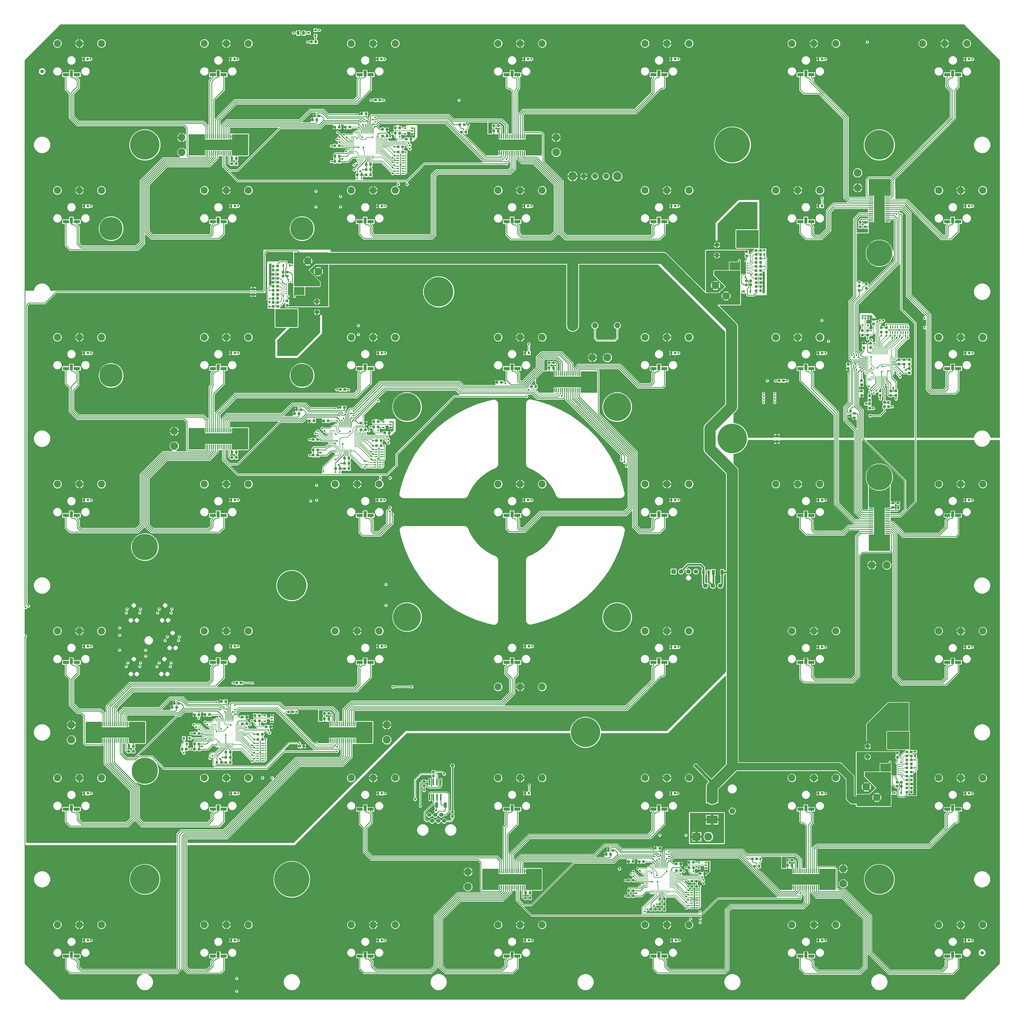
<source format=gtl>
G75*
%MOIN*%
%OFA0B0*%
%FSLAX24Y24*%
%IPPOS*%
%LPD*%
%AMOC8*
5,1,8,0,0,1.08239X$1,22.5*
%
%ADD10C,0.0236*%
%ADD11R,0.0110X0.0472*%
%ADD12R,0.0472X0.0110*%
%ADD13R,0.0320X0.0360*%
%ADD14R,0.0315X0.0217*%
%ADD15R,0.2543X0.0925*%
%ADD16R,0.0118X0.0630*%
%ADD17R,0.0827X0.0433*%
%ADD18R,0.0591X0.0787*%
%ADD19R,0.0433X0.0787*%
%ADD20R,0.0433X0.0433*%
%ADD21C,0.0945*%
%ADD22R,0.0315X0.0354*%
%ADD23R,0.0354X0.0167*%
%ADD24C,0.1000*%
%ADD25OC8,0.1000*%
%ADD26R,0.0360X0.0320*%
%ADD27R,0.0217X0.0315*%
%ADD28R,0.0925X0.2543*%
%ADD29R,0.0630X0.0118*%
%ADD30R,0.0167X0.0354*%
%ADD31C,0.3960*%
%ADD32C,0.3750*%
%ADD33C,0.3100*%
%ADD34C,0.0600*%
%ADD35R,0.0600X0.0600*%
%ADD36R,0.0380X0.0540*%
%ADD37R,0.0394X0.0709*%
%ADD38R,0.1050X0.1050*%
%ADD39C,0.1050*%
%ADD40C,0.0765*%
%ADD41R,0.1496X0.1102*%
%ADD42C,0.0550*%
%ADD43R,0.0236X0.0866*%
%ADD44R,0.0300X0.0300*%
%ADD45C,0.0750*%
%ADD46C,0.1140*%
%ADD47OC8,0.0630*%
%ADD48C,0.0630*%
%ADD49C,0.0200*%
%ADD50R,0.1969X0.1220*%
%ADD51R,0.0118X0.0157*%
%ADD52R,0.0157X0.0118*%
%ADD53R,0.1114X0.0354*%
%ADD54R,0.1114X0.0866*%
%ADD55R,0.0630X0.1457*%
%ADD56R,0.0248X0.0327*%
%ADD57R,0.0709X0.0394*%
%ADD58R,0.0540X0.0380*%
%ADD59C,0.0100*%
%ADD60C,0.0220*%
%ADD61C,0.0300*%
%ADD62C,0.0080*%
%ADD63C,0.0240*%
%ADD64C,0.0160*%
%ADD65C,0.0250*%
%ADD66C,0.0120*%
%ADD67C,0.3500*%
%ADD68C,0.4724*%
%ADD69C,0.1500*%
%ADD70C,0.0450*%
%ADD71C,0.0400*%
%ADD72C,0.0500*%
%ADD73C,0.1000*%
%ADD74C,0.0240*%
D10*
X003969Y126134D02*
X003971Y126155D01*
X003977Y126175D01*
X003986Y126195D01*
X003998Y126212D01*
X004013Y126226D01*
X004031Y126238D01*
X004051Y126246D01*
X004071Y126251D01*
X004092Y126252D01*
X004113Y126249D01*
X004133Y126243D01*
X004152Y126232D01*
X004169Y126219D01*
X004182Y126203D01*
X004193Y126185D01*
X004201Y126165D01*
X004205Y126145D01*
X004205Y126123D01*
X004201Y126103D01*
X004193Y126083D01*
X004182Y126065D01*
X004169Y126049D01*
X004152Y126036D01*
X004133Y126025D01*
X004113Y126019D01*
X004092Y126016D01*
X004071Y126017D01*
X004051Y126022D01*
X004031Y126030D01*
X004013Y126042D01*
X003998Y126056D01*
X003986Y126073D01*
X003977Y126093D01*
X003971Y126113D01*
X003969Y126134D01*
X129953Y008024D02*
X129955Y008045D01*
X129961Y008065D01*
X129970Y008085D01*
X129982Y008102D01*
X129997Y008116D01*
X130015Y008128D01*
X130035Y008136D01*
X130055Y008141D01*
X130076Y008142D01*
X130097Y008139D01*
X130117Y008133D01*
X130136Y008122D01*
X130153Y008109D01*
X130166Y008093D01*
X130177Y008075D01*
X130185Y008055D01*
X130189Y008035D01*
X130189Y008013D01*
X130185Y007993D01*
X130177Y007973D01*
X130166Y007955D01*
X130153Y007939D01*
X130136Y007926D01*
X130117Y007915D01*
X130097Y007909D01*
X130076Y007906D01*
X130055Y007907D01*
X130035Y007912D01*
X130015Y007920D01*
X129997Y007932D01*
X129982Y007946D01*
X129970Y007963D01*
X129961Y007983D01*
X129955Y008003D01*
X129953Y008024D01*
D11*
X087847Y016193D03*
X087650Y016193D03*
X087453Y016193D03*
X087256Y016193D03*
X087059Y016193D03*
X086863Y016193D03*
X086666Y016193D03*
X086469Y016193D03*
X086272Y016193D03*
X086075Y016193D03*
X085878Y016193D03*
X085681Y016193D03*
X085681Y019540D03*
X085878Y019540D03*
X086075Y019540D03*
X086272Y019540D03*
X086469Y019540D03*
X086666Y019540D03*
X086863Y019540D03*
X087059Y019540D03*
X087256Y019540D03*
X087453Y019540D03*
X087650Y019540D03*
X087847Y019540D03*
X045577Y075248D03*
X045380Y075248D03*
X045183Y075248D03*
X044986Y075248D03*
X044789Y075248D03*
X044593Y075248D03*
X044396Y075248D03*
X044199Y075248D03*
X044002Y075248D03*
X043805Y075248D03*
X043608Y075248D03*
X043411Y075248D03*
X043411Y078595D03*
X043608Y078595D03*
X043805Y078595D03*
X044002Y078595D03*
X044199Y078595D03*
X044396Y078595D03*
X044593Y078595D03*
X044789Y078595D03*
X044986Y078595D03*
X045183Y078595D03*
X045380Y078595D03*
X045577Y078595D03*
X046311Y114619D03*
X046508Y114619D03*
X046705Y114619D03*
X046902Y114619D03*
X047099Y114619D03*
X047296Y114619D03*
X047493Y114619D03*
X047689Y114619D03*
X047886Y114619D03*
X048083Y114619D03*
X048280Y114619D03*
X048477Y114619D03*
X048477Y117965D03*
X048280Y117965D03*
X048083Y117965D03*
X047886Y117965D03*
X047689Y117965D03*
X047493Y117965D03*
X047296Y117965D03*
X047099Y117965D03*
X046902Y117965D03*
X046705Y117965D03*
X046508Y117965D03*
X046311Y117965D03*
X115209Y088437D03*
X115406Y088437D03*
X115603Y088437D03*
X115800Y088437D03*
X115996Y088437D03*
X116193Y088437D03*
X116390Y088437D03*
X116587Y088437D03*
X116784Y088437D03*
X116981Y088437D03*
X117178Y088437D03*
X117374Y088437D03*
X117374Y085091D03*
X117178Y085091D03*
X116981Y085091D03*
X116784Y085091D03*
X116587Y085091D03*
X116390Y085091D03*
X116193Y085091D03*
X115996Y085091D03*
X115800Y085091D03*
X115603Y085091D03*
X115406Y085091D03*
X115209Y085091D03*
X029677Y039225D03*
X029480Y039225D03*
X029283Y039225D03*
X029086Y039225D03*
X028889Y039225D03*
X028693Y039225D03*
X028496Y039225D03*
X028299Y039225D03*
X028102Y039225D03*
X027905Y039225D03*
X027708Y039225D03*
X027511Y039225D03*
X027511Y035878D03*
X027708Y035878D03*
X027905Y035878D03*
X028102Y035878D03*
X028299Y035878D03*
X028496Y035878D03*
X028693Y035878D03*
X028889Y035878D03*
X029086Y035878D03*
X029283Y035878D03*
X029480Y035878D03*
X029677Y035878D03*
D12*
X030267Y036469D03*
X030267Y036666D03*
X030267Y036863D03*
X030267Y037059D03*
X030267Y037256D03*
X030267Y037453D03*
X030267Y037650D03*
X030267Y037847D03*
X030267Y038044D03*
X030267Y038241D03*
X030267Y038437D03*
X030267Y038634D03*
X026921Y038634D03*
X026921Y038437D03*
X026921Y038241D03*
X026921Y038044D03*
X026921Y037847D03*
X026921Y037650D03*
X026921Y037453D03*
X026921Y037256D03*
X026921Y037059D03*
X026921Y036863D03*
X026921Y036666D03*
X026921Y036469D03*
X042821Y075839D03*
X042821Y076036D03*
X042821Y076233D03*
X042821Y076430D03*
X042821Y076626D03*
X042821Y076823D03*
X042821Y077020D03*
X042821Y077217D03*
X042821Y077414D03*
X042821Y077611D03*
X042821Y077807D03*
X042821Y078004D03*
X046167Y078004D03*
X046167Y077807D03*
X046167Y077611D03*
X046167Y077414D03*
X046167Y077217D03*
X046167Y077020D03*
X046167Y076823D03*
X046167Y076626D03*
X046167Y076430D03*
X046167Y076233D03*
X046167Y076036D03*
X046167Y075839D03*
X045721Y115209D03*
X045721Y115406D03*
X045721Y115603D03*
X045721Y115800D03*
X045721Y115996D03*
X045721Y116193D03*
X045721Y116390D03*
X045721Y116587D03*
X045721Y116784D03*
X045721Y116981D03*
X045721Y117178D03*
X045721Y117374D03*
X049067Y117374D03*
X049067Y117178D03*
X049067Y116981D03*
X049067Y116784D03*
X049067Y116587D03*
X049067Y116390D03*
X049067Y116193D03*
X049067Y115996D03*
X049067Y115800D03*
X049067Y115603D03*
X049067Y115406D03*
X049067Y115209D03*
X114619Y087847D03*
X114619Y087650D03*
X114619Y087453D03*
X114619Y087256D03*
X114619Y087059D03*
X114619Y086863D03*
X114619Y086666D03*
X114619Y086469D03*
X114619Y086272D03*
X114619Y086075D03*
X114619Y085878D03*
X114619Y085681D03*
X117965Y085681D03*
X117965Y085878D03*
X117965Y086075D03*
X117965Y086272D03*
X117965Y086469D03*
X117965Y086666D03*
X117965Y086863D03*
X117965Y087059D03*
X117965Y087256D03*
X117965Y087453D03*
X117965Y087650D03*
X117965Y087847D03*
X088437Y018949D03*
X088437Y018752D03*
X088437Y018556D03*
X088437Y018359D03*
X088437Y018162D03*
X088437Y017965D03*
X088437Y017768D03*
X088437Y017571D03*
X088437Y017374D03*
X088437Y017178D03*
X088437Y016981D03*
X088437Y016784D03*
X085091Y016784D03*
X085091Y016981D03*
X085091Y017178D03*
X085091Y017374D03*
X085091Y017571D03*
X085091Y017768D03*
X085091Y017965D03*
X085091Y018162D03*
X085091Y018359D03*
X085091Y018556D03*
X085091Y018752D03*
X085091Y018949D03*
D13*
X084692Y020229D03*
X084112Y020229D03*
X083284Y020224D03*
X082704Y020224D03*
X080581Y021737D03*
X080001Y021737D03*
X080283Y021194D03*
X079703Y021194D03*
X082704Y017724D03*
X083284Y017724D03*
X083284Y016324D03*
X082704Y016324D03*
X082704Y015624D03*
X083284Y015624D03*
X085704Y013824D03*
X086284Y013824D03*
X086904Y013824D03*
X087484Y013824D03*
X087484Y014524D03*
X086904Y014524D03*
X086904Y015224D03*
X087484Y015224D03*
X091204Y016904D03*
X091784Y016904D03*
X091784Y017604D03*
X091204Y017604D03*
X092304Y018624D03*
X092884Y018624D03*
X091384Y019424D03*
X090804Y019424D03*
X090804Y020124D03*
X091384Y020124D03*
X089684Y019924D03*
X089104Y019924D03*
X089104Y019024D03*
X089684Y019024D03*
X086884Y022024D03*
X086304Y022024D03*
X099289Y020579D03*
X099869Y020579D03*
X099609Y019609D03*
X100189Y019609D03*
X104004Y019724D03*
X104584Y019724D03*
X104584Y020424D03*
X104004Y020424D03*
X118689Y030319D03*
X118689Y030859D03*
X119269Y030859D03*
X119269Y030319D03*
X120009Y030079D03*
X120009Y029539D03*
X120589Y029539D03*
X120589Y030079D03*
X120589Y030619D03*
X120589Y031159D03*
X120589Y031699D03*
X120589Y032239D03*
X120589Y032779D03*
X120589Y033319D03*
X120589Y033859D03*
X120589Y034399D03*
X120589Y034939D03*
X120009Y034939D03*
X120009Y034399D03*
X120009Y033859D03*
X120009Y033319D03*
X120009Y032779D03*
X120009Y032239D03*
X120009Y031699D03*
X120009Y031159D03*
X120009Y030619D03*
X069484Y016024D03*
X068904Y016024D03*
X068904Y015324D03*
X069484Y015324D03*
X042514Y039409D03*
X041934Y039409D03*
X041934Y040109D03*
X042514Y040109D03*
X037709Y040279D03*
X037129Y040279D03*
X034714Y038309D03*
X034134Y038309D03*
X033614Y037289D03*
X033034Y037289D03*
X033034Y036589D03*
X033614Y036589D03*
X033214Y039109D03*
X032634Y039109D03*
X032634Y039809D03*
X033214Y039809D03*
X031514Y039609D03*
X030934Y039609D03*
X030934Y038709D03*
X031514Y038709D03*
X028714Y041709D03*
X028134Y041709D03*
X026522Y039914D03*
X025942Y039914D03*
X025114Y039909D03*
X024534Y039909D03*
X024534Y037409D03*
X025114Y037409D03*
X025114Y036009D03*
X024534Y036009D03*
X024534Y035309D03*
X025114Y035309D03*
X023439Y035309D03*
X022859Y035309D03*
X027534Y033509D03*
X028114Y033509D03*
X028734Y033509D03*
X029314Y033509D03*
X029314Y034209D03*
X028734Y034209D03*
X028734Y034909D03*
X029314Y034909D03*
X022113Y040879D03*
X021533Y040879D03*
X021831Y041422D03*
X022411Y041422D03*
X016314Y035709D03*
X015734Y035709D03*
X015734Y035009D03*
X016314Y035009D03*
X030189Y044179D03*
X030769Y044179D03*
X038589Y035679D03*
X039169Y035679D03*
X043434Y072879D03*
X044014Y072879D03*
X044634Y072879D03*
X045214Y072879D03*
X045214Y073579D03*
X044634Y073579D03*
X044634Y074279D03*
X045214Y074279D03*
X046834Y078079D03*
X047414Y078079D03*
X047414Y078979D03*
X046834Y078979D03*
X048534Y079179D03*
X049114Y079179D03*
X049114Y078479D03*
X048534Y078479D03*
X050034Y077679D03*
X050614Y077679D03*
X049514Y076659D03*
X048934Y076659D03*
X048934Y075959D03*
X049514Y075959D03*
X044614Y081079D03*
X044034Y081079D03*
X044089Y083479D03*
X044669Y083479D03*
X042422Y079284D03*
X041842Y079284D03*
X040514Y079279D03*
X039934Y079279D03*
X038513Y080249D03*
X037933Y080249D03*
X038231Y080792D03*
X038811Y080792D03*
X040434Y076779D03*
X041014Y076779D03*
X041014Y075379D03*
X040434Y075379D03*
X040434Y074679D03*
X041014Y074679D03*
X030114Y074379D03*
X029534Y074379D03*
X029534Y075079D03*
X030114Y075079D03*
X035069Y094619D03*
X035069Y095159D03*
X035069Y095699D03*
X035069Y096239D03*
X035069Y096779D03*
X035069Y097319D03*
X035069Y097859D03*
X035069Y098399D03*
X035069Y098939D03*
X035069Y099479D03*
X035069Y100019D03*
X035649Y100019D03*
X035649Y099479D03*
X035649Y098939D03*
X035649Y098399D03*
X035649Y097859D03*
X035649Y097319D03*
X035649Y096779D03*
X035649Y096239D03*
X035649Y095699D03*
X035649Y095159D03*
X035649Y094619D03*
X036389Y098699D03*
X036389Y099239D03*
X036969Y099239D03*
X036969Y098699D03*
X046334Y112249D03*
X046914Y112249D03*
X047534Y112249D03*
X048114Y112249D03*
X048114Y112949D03*
X047534Y112949D03*
X047534Y113649D03*
X048114Y113649D03*
X051834Y115329D03*
X052414Y115329D03*
X052414Y116029D03*
X051834Y116029D03*
X052934Y117049D03*
X053514Y117049D03*
X052014Y117849D03*
X051434Y117849D03*
X051434Y118549D03*
X052014Y118549D03*
X050314Y118349D03*
X049734Y118349D03*
X049734Y117449D03*
X050314Y117449D03*
X047514Y120449D03*
X046934Y120449D03*
X045322Y118654D03*
X044742Y118654D03*
X043914Y118649D03*
X043334Y118649D03*
X043334Y116149D03*
X043914Y116149D03*
X043914Y114749D03*
X043334Y114749D03*
X043334Y114049D03*
X043914Y114049D03*
X040913Y119619D03*
X040333Y119619D03*
X040631Y120162D03*
X041211Y120162D03*
X048789Y122279D03*
X049369Y122279D03*
X040769Y130079D03*
X040189Y130079D03*
X030114Y114449D03*
X029534Y114449D03*
X029534Y113749D03*
X030114Y113749D03*
X060089Y118979D03*
X060669Y118979D03*
X060889Y117999D03*
X060309Y117999D03*
X064634Y118149D03*
X065214Y118149D03*
X065214Y118849D03*
X064634Y118849D03*
X072034Y087079D03*
X072614Y087079D03*
X072614Y086379D03*
X072034Y086379D03*
X070269Y083879D03*
X069689Y083879D03*
X065649Y084459D03*
X065069Y084459D03*
X098489Y097519D03*
X098489Y098059D03*
X099069Y098059D03*
X099069Y097519D03*
X099809Y097279D03*
X099809Y096739D03*
X100389Y096739D03*
X100389Y097279D03*
X100389Y097819D03*
X100389Y098359D03*
X100389Y098899D03*
X100389Y099439D03*
X100389Y099979D03*
X100389Y100519D03*
X100389Y101059D03*
X100389Y101599D03*
X100389Y102139D03*
X099809Y102139D03*
X099809Y101599D03*
X099809Y101059D03*
X099809Y100519D03*
X099809Y099979D03*
X099809Y099439D03*
X099809Y098899D03*
X099809Y098359D03*
X099809Y097819D03*
X102889Y084679D03*
X103469Y084679D03*
D14*
X053696Y117775D03*
X053696Y118149D03*
X053696Y118523D03*
X052752Y118523D03*
X052752Y117775D03*
X050796Y079153D03*
X050796Y078779D03*
X050796Y078405D03*
X049852Y078405D03*
X049852Y079153D03*
X034896Y039783D03*
X034896Y039409D03*
X034896Y039035D03*
X033952Y039035D03*
X033952Y039783D03*
X092122Y020098D03*
X092122Y019350D03*
X093067Y019350D03*
X093067Y019724D03*
X093067Y020098D03*
D15*
X106449Y017867D03*
X067079Y017867D03*
X044379Y037552D03*
X013909Y037552D03*
X027709Y076922D03*
X027709Y116292D03*
X067079Y116292D03*
X074479Y084522D03*
D16*
X074351Y085624D03*
X074095Y085624D03*
X073839Y085624D03*
X073583Y085624D03*
X073328Y085624D03*
X073072Y085624D03*
X072816Y085624D03*
X074607Y085624D03*
X074863Y085624D03*
X075119Y085624D03*
X075375Y085624D03*
X075631Y085624D03*
X075887Y085624D03*
X076143Y085624D03*
X076143Y083419D03*
X075887Y083419D03*
X075631Y083419D03*
X075375Y083419D03*
X075119Y083419D03*
X074863Y083419D03*
X074607Y083419D03*
X074351Y083419D03*
X074095Y083419D03*
X073839Y083419D03*
X073583Y083419D03*
X073328Y083419D03*
X073072Y083419D03*
X072816Y083419D03*
X068743Y115189D03*
X068487Y115189D03*
X068231Y115189D03*
X067975Y115189D03*
X067719Y115189D03*
X067463Y115189D03*
X067207Y115189D03*
X066951Y115189D03*
X066695Y115189D03*
X066439Y115189D03*
X066183Y115189D03*
X065928Y115189D03*
X065672Y115189D03*
X065416Y115189D03*
X065416Y117394D03*
X065672Y117394D03*
X065928Y117394D03*
X066183Y117394D03*
X066439Y117394D03*
X066695Y117394D03*
X066951Y117394D03*
X067207Y117394D03*
X067463Y117394D03*
X067719Y117394D03*
X067975Y117394D03*
X068231Y117394D03*
X068487Y117394D03*
X068743Y117394D03*
X029372Y117394D03*
X029117Y117394D03*
X028861Y117394D03*
X028605Y117394D03*
X028349Y117394D03*
X028093Y117394D03*
X027837Y117394D03*
X027581Y117394D03*
X027325Y117394D03*
X027069Y117394D03*
X026813Y117394D03*
X026557Y117394D03*
X026302Y117394D03*
X026046Y117394D03*
X026046Y115189D03*
X026302Y115189D03*
X026557Y115189D03*
X026813Y115189D03*
X027069Y115189D03*
X027325Y115189D03*
X027581Y115189D03*
X027837Y115189D03*
X028093Y115189D03*
X028349Y115189D03*
X028605Y115189D03*
X028861Y115189D03*
X029117Y115189D03*
X029372Y115189D03*
X029372Y078024D03*
X029117Y078024D03*
X028861Y078024D03*
X028605Y078024D03*
X028349Y078024D03*
X028093Y078024D03*
X027837Y078024D03*
X027581Y078024D03*
X027325Y078024D03*
X027069Y078024D03*
X026813Y078024D03*
X026557Y078024D03*
X026302Y078024D03*
X026046Y078024D03*
X026046Y075819D03*
X026302Y075819D03*
X026557Y075819D03*
X026813Y075819D03*
X027069Y075819D03*
X027325Y075819D03*
X027581Y075819D03*
X027837Y075819D03*
X028093Y075819D03*
X028349Y075819D03*
X028605Y075819D03*
X028861Y075819D03*
X029117Y075819D03*
X029372Y075819D03*
X042716Y038654D03*
X042972Y038654D03*
X043228Y038654D03*
X043483Y038654D03*
X043739Y038654D03*
X043995Y038654D03*
X044251Y038654D03*
X044507Y038654D03*
X044763Y038654D03*
X045019Y038654D03*
X045275Y038654D03*
X045531Y038654D03*
X045787Y038654D03*
X046043Y038654D03*
X046043Y036449D03*
X045787Y036449D03*
X045531Y036449D03*
X045275Y036449D03*
X045019Y036449D03*
X044763Y036449D03*
X044507Y036449D03*
X044251Y036449D03*
X043995Y036449D03*
X043739Y036449D03*
X043483Y036449D03*
X043228Y036449D03*
X042972Y036449D03*
X042716Y036449D03*
X065416Y018969D03*
X065672Y018969D03*
X065928Y018969D03*
X066183Y018969D03*
X066439Y018969D03*
X066695Y018969D03*
X066951Y018969D03*
X067207Y018969D03*
X067463Y018969D03*
X067719Y018969D03*
X067975Y018969D03*
X068231Y018969D03*
X068487Y018969D03*
X068743Y018969D03*
X068743Y016764D03*
X068487Y016764D03*
X068231Y016764D03*
X067975Y016764D03*
X067719Y016764D03*
X067463Y016764D03*
X067207Y016764D03*
X066951Y016764D03*
X066695Y016764D03*
X066439Y016764D03*
X066183Y016764D03*
X065928Y016764D03*
X065672Y016764D03*
X065416Y016764D03*
X104786Y016764D03*
X105042Y016764D03*
X105298Y016764D03*
X105554Y016764D03*
X105809Y016764D03*
X106065Y016764D03*
X106321Y016764D03*
X106577Y016764D03*
X106833Y016764D03*
X107089Y016764D03*
X107345Y016764D03*
X107601Y016764D03*
X107857Y016764D03*
X108113Y016764D03*
X108113Y018969D03*
X107857Y018969D03*
X107601Y018969D03*
X107345Y018969D03*
X107089Y018969D03*
X106833Y018969D03*
X106577Y018969D03*
X106321Y018969D03*
X106065Y018969D03*
X105809Y018969D03*
X105554Y018969D03*
X105298Y018969D03*
X105042Y018969D03*
X104786Y018969D03*
X015572Y036449D03*
X015317Y036449D03*
X015061Y036449D03*
X014805Y036449D03*
X014549Y036449D03*
X014293Y036449D03*
X014037Y036449D03*
X013781Y036449D03*
X013525Y036449D03*
X013269Y036449D03*
X013013Y036449D03*
X012757Y036449D03*
X012502Y036449D03*
X012246Y036449D03*
X012246Y038654D03*
X012502Y038654D03*
X012757Y038654D03*
X013013Y038654D03*
X013269Y038654D03*
X013525Y038654D03*
X013781Y038654D03*
X014037Y038654D03*
X014293Y038654D03*
X014549Y038654D03*
X014805Y038654D03*
X015061Y038654D03*
X015317Y038654D03*
X015572Y038654D03*
D17*
X008752Y046941D03*
X007296Y046941D03*
X007296Y066626D03*
X008752Y066626D03*
X026981Y066626D03*
X028437Y066626D03*
X046666Y066626D03*
X048122Y066626D03*
X066351Y066626D03*
X067807Y066626D03*
X086036Y066626D03*
X087493Y066626D03*
X105721Y066626D03*
X107178Y066626D03*
X125406Y066626D03*
X126863Y066626D03*
X126863Y046941D03*
X125406Y046941D03*
X107178Y046941D03*
X105721Y046941D03*
X087493Y046941D03*
X086036Y046941D03*
X067807Y046941D03*
X066351Y046941D03*
X048122Y046941D03*
X046666Y046941D03*
X028437Y046941D03*
X026981Y046941D03*
X026981Y027256D03*
X028437Y027256D03*
X046666Y027256D03*
X048122Y027256D03*
X066351Y027256D03*
X067807Y027256D03*
X086036Y027256D03*
X087493Y027256D03*
X105721Y027256D03*
X107178Y027256D03*
X125406Y027256D03*
X126863Y027256D03*
X126863Y007571D03*
X125406Y007571D03*
X107178Y007571D03*
X105721Y007571D03*
X087493Y007571D03*
X086036Y007571D03*
X067807Y007571D03*
X066351Y007571D03*
X048122Y007571D03*
X046666Y007571D03*
X028437Y007571D03*
X026981Y007571D03*
X008752Y007571D03*
X007296Y007571D03*
X007296Y027256D03*
X008752Y027256D03*
X008752Y086311D03*
X007296Y086311D03*
X026981Y086311D03*
X028437Y086311D03*
X046666Y086311D03*
X048122Y086311D03*
X066351Y086311D03*
X067807Y086311D03*
X086036Y086311D03*
X087493Y086311D03*
X105721Y086311D03*
X107178Y086311D03*
X125406Y086311D03*
X126863Y086311D03*
X126863Y105996D03*
X125406Y105996D03*
X107178Y105996D03*
X105721Y105996D03*
X087493Y105996D03*
X086036Y105996D03*
X067807Y105996D03*
X066351Y105996D03*
X048122Y105996D03*
X046666Y105996D03*
X028437Y105996D03*
X026981Y105996D03*
X008752Y105996D03*
X007296Y105996D03*
X007296Y125681D03*
X008752Y125681D03*
X026981Y125681D03*
X028437Y125681D03*
X046666Y125681D03*
X048122Y125681D03*
X066351Y125681D03*
X067807Y125681D03*
X086036Y125681D03*
X087493Y125681D03*
X105721Y125681D03*
X107178Y125681D03*
X125406Y125681D03*
X126863Y125681D03*
D18*
X126744Y126410D03*
X125524Y126410D03*
X107059Y126410D03*
X105839Y126410D03*
X087374Y126410D03*
X086154Y126410D03*
X067689Y126410D03*
X066469Y126410D03*
X048004Y126410D03*
X046784Y126410D03*
X028319Y126410D03*
X027099Y126410D03*
X008634Y126410D03*
X007414Y126410D03*
X007414Y106725D03*
X008634Y106725D03*
X027099Y106725D03*
X028319Y106725D03*
X046784Y106725D03*
X048004Y106725D03*
X066469Y106725D03*
X067689Y106725D03*
X086154Y106725D03*
X087374Y106725D03*
X105839Y106725D03*
X107059Y106725D03*
X125524Y106725D03*
X126744Y106725D03*
X126744Y087040D03*
X125524Y087040D03*
X107059Y087040D03*
X105839Y087040D03*
X087374Y087040D03*
X086154Y087040D03*
X067689Y087040D03*
X066469Y087040D03*
X048004Y087040D03*
X046784Y087040D03*
X028319Y087040D03*
X027099Y087040D03*
X008634Y087040D03*
X007414Y087040D03*
X007414Y067355D03*
X008634Y067355D03*
X027099Y067355D03*
X028319Y067355D03*
X046784Y067355D03*
X048004Y067355D03*
X066469Y067355D03*
X067689Y067355D03*
X086154Y067355D03*
X087374Y067355D03*
X105839Y067355D03*
X107059Y067355D03*
X125524Y067355D03*
X126744Y067355D03*
X126744Y047670D03*
X125524Y047670D03*
X107059Y047670D03*
X105839Y047670D03*
X087374Y047670D03*
X086154Y047670D03*
X067689Y047670D03*
X066469Y047670D03*
X048004Y047670D03*
X046784Y047670D03*
X028319Y047670D03*
X027099Y047670D03*
X008634Y047670D03*
X007414Y047670D03*
X007414Y027985D03*
X008634Y027985D03*
X027099Y027985D03*
X028319Y027985D03*
X046784Y027985D03*
X048004Y027985D03*
X066469Y027985D03*
X067689Y027985D03*
X086154Y027985D03*
X087374Y027985D03*
X105839Y027985D03*
X107059Y027985D03*
X125524Y027985D03*
X126744Y027985D03*
X126744Y008300D03*
X125524Y008300D03*
X107059Y008300D03*
X105839Y008300D03*
X087374Y008300D03*
X086154Y008300D03*
X067689Y008300D03*
X066469Y008300D03*
X048004Y008300D03*
X046784Y008300D03*
X028319Y008300D03*
X027099Y008300D03*
X008634Y008300D03*
X007414Y008300D03*
D19*
X008024Y007748D03*
X008024Y027433D03*
X027709Y027433D03*
X027709Y007748D03*
X047394Y007748D03*
X047394Y027433D03*
X067079Y027433D03*
X067079Y007748D03*
X086764Y007748D03*
X086764Y027433D03*
X106449Y027433D03*
X106449Y007748D03*
X126134Y007748D03*
X126134Y027433D03*
X126134Y047119D03*
X126134Y066804D03*
X126134Y086489D03*
X126134Y106174D03*
X126134Y125859D03*
X106449Y125859D03*
X106449Y106174D03*
X086764Y106174D03*
X086764Y125859D03*
X067079Y125859D03*
X047394Y125859D03*
X047394Y106174D03*
X027709Y106174D03*
X027709Y125859D03*
X008024Y125859D03*
X008024Y106174D03*
X008024Y086489D03*
X008024Y066804D03*
X008024Y047119D03*
X027709Y047119D03*
X027709Y066804D03*
X027709Y086489D03*
X047394Y086489D03*
X047394Y066804D03*
X047394Y047119D03*
X067079Y047119D03*
X067079Y066804D03*
X067079Y086489D03*
X067079Y106174D03*
X086764Y086489D03*
X086764Y066804D03*
X086764Y047119D03*
X106449Y047119D03*
X106449Y066804D03*
X106449Y086489D03*
D20*
X106449Y087217D03*
X106449Y106902D03*
X086764Y106902D03*
X067079Y106902D03*
X047394Y106902D03*
X047394Y087217D03*
X047394Y067532D03*
X027709Y067532D03*
X027709Y087217D03*
X027709Y106902D03*
X008024Y106902D03*
X008024Y087217D03*
X008024Y067532D03*
X008024Y047847D03*
X008024Y028162D03*
X008024Y008477D03*
X027709Y008477D03*
X027709Y028162D03*
X027709Y047847D03*
X047394Y047847D03*
X047394Y028162D03*
X047394Y008477D03*
X067079Y008477D03*
X067079Y028162D03*
X067079Y047847D03*
X067079Y067532D03*
X067079Y087217D03*
X086764Y087217D03*
X086764Y067532D03*
X086764Y047847D03*
X086764Y028162D03*
X086764Y008477D03*
X106449Y008477D03*
X106449Y028162D03*
X106449Y047847D03*
X106449Y067532D03*
X126134Y067532D03*
X126134Y087217D03*
X126134Y106902D03*
X126134Y126587D03*
X106449Y126587D03*
X086764Y126587D03*
X067079Y126587D03*
X047394Y126587D03*
X027709Y126587D03*
X008024Y126587D03*
X126134Y047847D03*
X126134Y028162D03*
X126134Y008477D03*
D21*
X127209Y011764D03*
X124256Y011764D03*
X130162Y011764D03*
X130162Y031449D03*
X127209Y031449D03*
X124256Y031449D03*
X110477Y031449D03*
X107524Y031449D03*
X104571Y031449D03*
X090792Y031449D03*
X087839Y031449D03*
X084886Y031449D03*
X071107Y031449D03*
X068154Y031449D03*
X065201Y031449D03*
X065201Y043654D03*
X068154Y043654D03*
X071107Y043654D03*
X084886Y051134D03*
X087839Y051134D03*
X090792Y051134D03*
X104571Y051134D03*
X107524Y051134D03*
X110477Y051134D03*
X124256Y051134D03*
X127209Y051134D03*
X130162Y051134D03*
X130162Y070819D03*
X127209Y070819D03*
X124256Y070819D03*
X108327Y070819D03*
X105374Y070819D03*
X102422Y070819D03*
X090792Y070819D03*
X087839Y070819D03*
X084886Y070819D03*
X071107Y070819D03*
X068154Y070819D03*
X065201Y070819D03*
X049272Y070819D03*
X046319Y070819D03*
X043367Y070819D03*
X031737Y070819D03*
X028784Y070819D03*
X025831Y070819D03*
X012052Y070819D03*
X009099Y070819D03*
X006146Y070819D03*
X006146Y051134D03*
X009099Y051134D03*
X012052Y051134D03*
X025831Y051134D03*
X028784Y051134D03*
X031737Y051134D03*
X043367Y051134D03*
X046319Y051134D03*
X049272Y051134D03*
X048469Y031449D03*
X051422Y031449D03*
X045516Y031449D03*
X031737Y031449D03*
X028784Y031449D03*
X025831Y031449D03*
X012052Y031449D03*
X009099Y031449D03*
X006146Y031449D03*
X006146Y011764D03*
X009099Y011764D03*
X012052Y011764D03*
X025831Y011764D03*
X028784Y011764D03*
X031737Y011764D03*
X045516Y011764D03*
X048469Y011764D03*
X051422Y011764D03*
X065201Y011764D03*
X068154Y011764D03*
X071107Y011764D03*
X084886Y011764D03*
X087839Y011764D03*
X090792Y011764D03*
X104571Y011764D03*
X107524Y011764D03*
X110477Y011764D03*
X108327Y090504D03*
X105374Y090504D03*
X102422Y090504D03*
X090792Y090504D03*
X087839Y090504D03*
X084886Y090504D03*
X071107Y090504D03*
X068154Y090504D03*
X065201Y090504D03*
X051422Y090504D03*
X048469Y090504D03*
X045516Y090504D03*
X031737Y090504D03*
X028784Y090504D03*
X025831Y090504D03*
X012052Y090504D03*
X009099Y090504D03*
X006146Y090504D03*
X006146Y110189D03*
X009099Y110189D03*
X012052Y110189D03*
X025831Y110189D03*
X028784Y110189D03*
X031737Y110189D03*
X045516Y110189D03*
X048469Y110189D03*
X051422Y110189D03*
X065201Y110189D03*
X068154Y110189D03*
X071107Y110189D03*
X084886Y110189D03*
X087839Y110189D03*
X090792Y110189D03*
X102422Y110189D03*
X105374Y110189D03*
X108327Y110189D03*
X124256Y110189D03*
X127209Y110189D03*
X130162Y110189D03*
X128012Y129874D03*
X125059Y129874D03*
X122107Y129874D03*
X110477Y129874D03*
X107524Y129874D03*
X104571Y129874D03*
X090792Y129874D03*
X087839Y129874D03*
X084886Y129874D03*
X071107Y129874D03*
X068154Y129874D03*
X065201Y129874D03*
X051422Y129874D03*
X048469Y129874D03*
X045516Y129874D03*
X031737Y129874D03*
X028784Y129874D03*
X025831Y129874D03*
X012052Y129874D03*
X009099Y129874D03*
X006146Y129874D03*
X124256Y090504D03*
X127209Y090504D03*
X130162Y090504D03*
D22*
X128335Y088379D03*
X127823Y088379D03*
X127823Y108079D03*
X128335Y108079D03*
X108635Y108079D03*
X108123Y108079D03*
X088935Y108079D03*
X088423Y108079D03*
X069235Y108079D03*
X068723Y108079D03*
X068823Y088379D03*
X069335Y088379D03*
X088423Y088379D03*
X088935Y088379D03*
X108123Y088379D03*
X108635Y088379D03*
X108635Y068679D03*
X108123Y068679D03*
X088935Y068679D03*
X088423Y068679D03*
X069235Y068679D03*
X068723Y068679D03*
X068823Y049079D03*
X069335Y049079D03*
X088423Y048979D03*
X088935Y048979D03*
X108123Y048979D03*
X108635Y048979D03*
X108635Y029379D03*
X108123Y029379D03*
X088935Y029379D03*
X088423Y029379D03*
X069335Y029379D03*
X068823Y029379D03*
X068823Y009679D03*
X069335Y009679D03*
X088523Y009679D03*
X089035Y009679D03*
X108123Y009679D03*
X108635Y009679D03*
X127823Y009679D03*
X128335Y009679D03*
X128335Y029379D03*
X127823Y029379D03*
X127823Y048979D03*
X128335Y048979D03*
X128335Y068679D03*
X127823Y068679D03*
X127823Y127779D03*
X128335Y127779D03*
X108635Y127779D03*
X108123Y127779D03*
X088935Y127779D03*
X088423Y127779D03*
X069235Y127779D03*
X068723Y127779D03*
X049568Y127785D03*
X049056Y127785D03*
X029883Y127785D03*
X029371Y127785D03*
X010198Y127785D03*
X009686Y127785D03*
X009723Y108079D03*
X010235Y108079D03*
X029423Y108079D03*
X029935Y108079D03*
X049123Y108079D03*
X049635Y108079D03*
X049635Y088379D03*
X049123Y088379D03*
X029935Y088379D03*
X029423Y088379D03*
X010235Y088379D03*
X009723Y088379D03*
X009723Y068679D03*
X010235Y068679D03*
X029423Y068679D03*
X029935Y068679D03*
X049023Y068679D03*
X049535Y068679D03*
X049635Y049079D03*
X049123Y049079D03*
X029935Y049079D03*
X029423Y049079D03*
X023853Y036773D03*
X023105Y036773D03*
X023479Y035985D03*
X029423Y029379D03*
X029935Y029379D03*
X049123Y029379D03*
X049635Y029379D03*
X049635Y009679D03*
X049123Y009679D03*
X029935Y009679D03*
X029423Y009679D03*
X010235Y009679D03*
X009723Y009679D03*
X009723Y029379D03*
X010235Y029379D03*
X010235Y049079D03*
X009723Y049079D03*
D23*
X032989Y036061D03*
X032989Y035747D03*
X032989Y035432D03*
X032989Y035117D03*
X032989Y034661D03*
X032989Y034347D03*
X032989Y034032D03*
X032989Y033717D03*
X033659Y033717D03*
X033659Y034032D03*
X033659Y034347D03*
X033659Y034661D03*
X033659Y035117D03*
X033659Y035432D03*
X033659Y035747D03*
X033659Y036061D03*
X048732Y073087D03*
X048732Y073402D03*
X048732Y073717D03*
X048732Y074032D03*
X048889Y074487D03*
X048889Y074802D03*
X048889Y075117D03*
X048889Y075432D03*
X049559Y075432D03*
X049559Y075117D03*
X049559Y074802D03*
X049559Y074487D03*
X049401Y074032D03*
X049401Y073717D03*
X049401Y073402D03*
X049401Y073087D03*
X051789Y112457D03*
X051789Y112772D03*
X051789Y113087D03*
X051789Y113402D03*
X051789Y113857D03*
X051789Y114172D03*
X051789Y114487D03*
X051789Y114802D03*
X052459Y114802D03*
X052459Y114487D03*
X052459Y114172D03*
X052459Y113857D03*
X052459Y113402D03*
X052459Y113087D03*
X052459Y112772D03*
X052459Y112457D03*
X091159Y016376D03*
X091159Y016061D03*
X091159Y015747D03*
X091159Y015432D03*
X091159Y014976D03*
X091159Y014661D03*
X091159Y014347D03*
X091159Y014032D03*
X091829Y014032D03*
X091829Y014347D03*
X091829Y014661D03*
X091829Y014976D03*
X091829Y015432D03*
X091829Y015747D03*
X091829Y016061D03*
X091829Y016376D03*
D24*
X111455Y019267D03*
X115958Y028844D03*
X115292Y059974D03*
X095758Y096044D03*
X077837Y087785D03*
X072985Y117292D03*
X039700Y100715D03*
X022804Y117292D03*
X021804Y077922D03*
X008004Y038552D03*
X050285Y038552D03*
X061174Y018867D03*
X113391Y110540D03*
D25*
X113391Y112540D03*
X079837Y087785D03*
X072985Y115292D03*
X022804Y115292D03*
X021804Y075922D03*
X008004Y036552D03*
X050285Y036552D03*
X061174Y016867D03*
X111455Y017267D03*
X117292Y059974D03*
D26*
X118134Y067704D03*
X118134Y068284D03*
X118834Y068284D03*
X118834Y067704D03*
X112964Y079703D03*
X112964Y080283D03*
X112422Y080001D03*
X112422Y080581D03*
X114979Y081009D03*
X114979Y081589D03*
X114979Y082089D03*
X114979Y082669D03*
X113934Y082704D03*
X113934Y083284D03*
X113930Y084112D03*
X113930Y084692D03*
X112134Y086304D03*
X112134Y086884D03*
X114234Y089104D03*
X114234Y089684D03*
X115134Y089684D03*
X115134Y089104D03*
X114734Y090804D03*
X114734Y091384D03*
X114034Y091384D03*
X114034Y090804D03*
X115534Y092304D03*
X115534Y092884D03*
X116554Y091784D03*
X116554Y091204D03*
X117254Y091204D03*
X117254Y091784D03*
X118934Y087484D03*
X118934Y086904D03*
X119634Y086904D03*
X119634Y087484D03*
X120334Y087484D03*
X120334Y086904D03*
X120334Y086284D03*
X120334Y085704D03*
X118534Y083284D03*
X118534Y082704D03*
X117834Y082704D03*
X117834Y083284D03*
X116434Y083284D03*
X116434Y082704D03*
X116979Y081769D03*
X117519Y081769D03*
X117519Y081189D03*
X116979Y081189D03*
X113579Y096789D03*
X113579Y097369D03*
X114559Y097649D03*
X114559Y097069D03*
X114434Y105303D03*
X114434Y105883D03*
X113734Y105883D03*
X113734Y105303D03*
X098519Y101989D03*
X098519Y101409D03*
X036939Y095349D03*
X036939Y094769D03*
X056529Y032269D03*
X056529Y031689D03*
X055279Y030969D03*
X055279Y030389D03*
X059079Y026869D03*
X059079Y026289D03*
X118719Y034209D03*
X118719Y034789D03*
D27*
X114808Y092122D03*
X114060Y092122D03*
X114060Y093067D03*
X114434Y093067D03*
X114808Y093067D03*
D28*
X116292Y107748D03*
X116292Y065879D03*
D29*
X117394Y065751D03*
X117394Y065495D03*
X117394Y065239D03*
X117394Y064983D03*
X117394Y064728D03*
X117394Y064472D03*
X117394Y064216D03*
X117394Y066007D03*
X117394Y066263D03*
X117394Y066519D03*
X117394Y066775D03*
X117394Y067031D03*
X117394Y067287D03*
X117394Y067543D03*
X115189Y067543D03*
X115189Y067287D03*
X115189Y067031D03*
X115189Y066775D03*
X115189Y066519D03*
X115189Y066263D03*
X115189Y066007D03*
X115189Y065751D03*
X115189Y065495D03*
X115189Y065239D03*
X115189Y064983D03*
X115189Y064728D03*
X115189Y064472D03*
X115189Y064216D03*
X115189Y106085D03*
X115189Y106341D03*
X115189Y106597D03*
X115189Y106853D03*
X115189Y107109D03*
X115189Y107365D03*
X115189Y107620D03*
X115189Y107876D03*
X115189Y108132D03*
X115189Y108388D03*
X115189Y108644D03*
X115189Y108900D03*
X115189Y109156D03*
X115189Y109412D03*
X117394Y109412D03*
X117394Y109156D03*
X117394Y108900D03*
X117394Y108644D03*
X117394Y108388D03*
X117394Y108132D03*
X117394Y107876D03*
X117394Y107620D03*
X117394Y107365D03*
X117394Y107109D03*
X117394Y106853D03*
X117394Y106597D03*
X117394Y106341D03*
X117394Y106085D03*
D30*
X117782Y091829D03*
X118097Y091829D03*
X118412Y091829D03*
X118727Y091829D03*
X119182Y091829D03*
X119497Y091829D03*
X119812Y091829D03*
X120127Y091829D03*
X120127Y091159D03*
X119812Y091159D03*
X119497Y091159D03*
X119182Y091159D03*
X118727Y091159D03*
X118412Y091159D03*
X118097Y091159D03*
X117782Y091159D03*
D31*
X096607Y076922D03*
X076922Y037552D03*
X116292Y017867D03*
X057237Y096607D03*
X017867Y116292D03*
X037552Y057237D03*
X017867Y017867D03*
X116292Y116292D03*
D32*
X081154Y081154D03*
X081154Y053004D03*
X053004Y053004D03*
X053004Y081154D03*
D33*
X038930Y085386D03*
X038930Y105071D03*
X013339Y105071D03*
X013339Y085386D03*
D34*
X089719Y059103D03*
X090719Y059103D03*
X091719Y059103D03*
X092979Y057199D03*
X093979Y057199D03*
X094979Y057199D03*
D35*
X088719Y059103D03*
D36*
X092719Y058999D03*
X093439Y058999D03*
X039139Y131279D03*
X038419Y131279D03*
D37*
X094049Y058999D03*
X095230Y058999D03*
X058130Y027779D03*
X056949Y027779D03*
D38*
X091811Y023575D03*
D39*
X093371Y023575D03*
D40*
X096579Y027009D03*
X096579Y032949D03*
D41*
X093879Y028689D03*
X093879Y025869D03*
D42*
X057979Y025679D03*
X057179Y025679D03*
X056379Y025679D03*
X055979Y026479D03*
X056779Y026479D03*
X057579Y026479D03*
D43*
X057529Y028856D03*
X057029Y028856D03*
X056529Y028856D03*
X056029Y028856D03*
X056029Y030903D03*
X056529Y030903D03*
X057029Y030903D03*
X057529Y030903D03*
D44*
X034549Y094599D03*
X034549Y095179D03*
X040729Y130904D03*
X040729Y131654D03*
X039829Y131279D03*
X100909Y102159D03*
X100909Y101579D03*
X121109Y034959D03*
X121109Y034379D03*
D45*
X081179Y092079D03*
X078179Y092079D03*
X075179Y092079D03*
X076679Y112079D03*
X078179Y112079D03*
X079679Y112079D03*
D46*
X081179Y112079D03*
X075179Y112079D03*
D47*
X094539Y101479D03*
X040919Y095279D03*
X114739Y034279D03*
D48*
X114739Y035679D03*
X094539Y102879D03*
X040919Y093879D03*
D49*
X041181Y099001D02*
X041281Y098901D01*
X040949Y098901D01*
X040716Y099134D01*
X040716Y099466D01*
X040949Y099699D01*
X041281Y099699D01*
X041514Y099466D01*
X041514Y099134D01*
X041281Y098901D01*
X041218Y099051D01*
X041012Y099051D01*
X040866Y099197D01*
X040866Y099403D01*
X041012Y099549D01*
X041218Y099549D01*
X041364Y099403D01*
X041364Y099197D01*
X041218Y099051D01*
X041156Y099201D01*
X041074Y099201D01*
X041016Y099259D01*
X041016Y099341D01*
X041074Y099399D01*
X041156Y099399D01*
X041214Y099341D01*
X041214Y099259D01*
X041156Y099201D01*
X094278Y097757D02*
X094178Y097857D01*
X094510Y097857D01*
X094743Y097624D01*
X094743Y097292D01*
X094510Y097059D01*
X094178Y097059D01*
X093945Y097292D01*
X093945Y097624D01*
X094178Y097857D01*
X094241Y097707D01*
X094447Y097707D01*
X094593Y097561D01*
X094593Y097355D01*
X094447Y097209D01*
X094241Y097209D01*
X094095Y097355D01*
X094095Y097561D01*
X094241Y097707D01*
X094303Y097557D01*
X094385Y097557D01*
X094443Y097499D01*
X094443Y097417D01*
X094385Y097359D01*
X094303Y097359D01*
X094245Y097417D01*
X094245Y097499D01*
X094303Y097557D01*
X114478Y030557D02*
X114378Y030657D01*
X114710Y030657D01*
X114943Y030424D01*
X114943Y030092D01*
X114710Y029859D01*
X114378Y029859D01*
X114145Y030092D01*
X114145Y030424D01*
X114378Y030657D01*
X114441Y030507D01*
X114647Y030507D01*
X114793Y030361D01*
X114793Y030155D01*
X114647Y030009D01*
X114441Y030009D01*
X114295Y030155D01*
X114295Y030361D01*
X114441Y030507D01*
X114503Y030357D01*
X114585Y030357D01*
X114643Y030299D01*
X114643Y030217D01*
X114585Y030159D01*
X114503Y030159D01*
X114445Y030217D01*
X114445Y030299D01*
X114503Y030357D01*
D50*
X118879Y036434D03*
X118879Y040804D03*
X098679Y103634D03*
X098679Y108004D03*
X036779Y093124D03*
X036779Y088754D03*
D51*
X037123Y096034D03*
X037379Y096034D03*
X037635Y096034D03*
X037891Y096034D03*
X038147Y096034D03*
X038403Y096034D03*
X038659Y096034D03*
X038915Y096034D03*
X038915Y097924D03*
X038659Y097924D03*
X038403Y097924D03*
X038147Y097924D03*
X037891Y097924D03*
X037635Y097924D03*
X037379Y097924D03*
X037123Y097924D03*
X096543Y098834D03*
X096799Y098834D03*
X097055Y098834D03*
X097311Y098834D03*
X097567Y098834D03*
X097823Y098834D03*
X098079Y098834D03*
X098335Y098834D03*
X098335Y100724D03*
X098079Y100724D03*
X097823Y100724D03*
X097567Y100724D03*
X097311Y100724D03*
X097055Y100724D03*
X096799Y100724D03*
X096543Y100724D03*
X116743Y033524D03*
X116999Y033524D03*
X117255Y033524D03*
X117511Y033524D03*
X117767Y033524D03*
X118023Y033524D03*
X118279Y033524D03*
X118535Y033524D03*
X118535Y031634D03*
X118279Y031634D03*
X118023Y031634D03*
X117767Y031634D03*
X117511Y031634D03*
X117255Y031634D03*
X116999Y031634D03*
X116743Y031634D03*
D52*
X116497Y031939D03*
X116497Y032195D03*
X116497Y032451D03*
X116497Y032707D03*
X116497Y032963D03*
X116497Y033219D03*
X118781Y033219D03*
X118781Y032963D03*
X118781Y032707D03*
X118781Y032451D03*
X118781Y032195D03*
X118781Y031939D03*
X098581Y099139D03*
X098581Y099395D03*
X098581Y099651D03*
X098581Y099907D03*
X098581Y100163D03*
X098581Y100419D03*
X096297Y100419D03*
X096297Y100163D03*
X096297Y099907D03*
X096297Y099651D03*
X096297Y099395D03*
X096297Y099139D03*
X039161Y097619D03*
X039161Y097363D03*
X039161Y097107D03*
X039161Y096851D03*
X039161Y096595D03*
X039161Y096339D03*
X036877Y096339D03*
X036877Y096595D03*
X036877Y096851D03*
X036877Y097107D03*
X036877Y097363D03*
X036877Y097619D03*
D53*
X038419Y097530D03*
X097040Y099228D03*
X117240Y032028D03*
D54*
X117240Y032776D03*
X097040Y099976D03*
X038419Y096782D03*
D55*
X037409Y096979D03*
X098049Y099779D03*
X118249Y032579D03*
D56*
X118360Y029419D03*
X119238Y029419D03*
X099038Y096619D03*
X098160Y096619D03*
X037298Y100139D03*
X036420Y100139D03*
D57*
X039899Y097690D03*
X040819Y097690D03*
X040819Y096509D03*
X039899Y096509D03*
X094639Y099069D03*
X095559Y099069D03*
X095559Y100250D03*
X094639Y100250D03*
X114839Y033050D03*
X115759Y033050D03*
X115759Y031869D03*
X114839Y031869D03*
D58*
X102579Y076519D03*
X102579Y077239D03*
X032379Y096219D03*
X032379Y096939D03*
D59*
X016737Y004137D02*
X004221Y004137D01*
X004319Y004039D02*
X016737Y004039D01*
X016737Y003940D02*
X004418Y003940D01*
X004516Y003842D02*
X016762Y003842D01*
X016737Y003938D02*
X016814Y003651D01*
X016962Y003393D01*
X017173Y003183D01*
X017430Y003034D01*
X017718Y002957D01*
X018015Y002957D01*
X018303Y003034D01*
X018560Y003183D01*
X018771Y003393D01*
X018920Y003651D01*
X018997Y003938D01*
X018997Y004236D01*
X018920Y004523D01*
X018771Y004781D01*
X018560Y004991D01*
X018303Y005140D01*
X018288Y005144D01*
X022328Y005144D01*
X022434Y005249D01*
X022834Y005649D01*
X022834Y005649D01*
X022899Y005714D01*
X022929Y005745D01*
X023444Y005230D01*
X023549Y005124D01*
X028099Y005124D01*
X028617Y005643D01*
X028617Y007225D01*
X028905Y007225D01*
X028981Y007301D01*
X028981Y007842D01*
X028905Y007918D01*
X028056Y007918D01*
X028056Y008196D01*
X027979Y008272D01*
X027439Y008272D01*
X027363Y008196D01*
X027363Y007918D01*
X026513Y007918D01*
X026437Y007842D01*
X026437Y007301D01*
X026513Y007225D01*
X026801Y007225D01*
X026801Y007155D01*
X026705Y007059D01*
X026599Y006954D01*
X026599Y006354D01*
X026205Y005959D01*
X026130Y005884D01*
X023899Y005884D01*
X023604Y006179D01*
X023604Y022379D01*
X037979Y022379D01*
X052979Y037379D01*
X074812Y037379D01*
X074812Y037274D01*
X074955Y036737D01*
X075233Y036256D01*
X075626Y035863D01*
X076107Y035585D01*
X076644Y035442D01*
X077199Y035442D01*
X077736Y035585D01*
X078217Y035863D01*
X078610Y036256D01*
X078888Y036737D01*
X079032Y037274D01*
X079032Y037379D01*
X087979Y037379D01*
X095699Y045099D01*
X095699Y033314D01*
X093805Y031420D01*
X092005Y033220D01*
X091980Y033280D01*
X091880Y033380D01*
X091750Y033434D01*
X091609Y033434D01*
X091478Y033380D01*
X091378Y033280D01*
X091324Y033150D01*
X091324Y033009D01*
X091378Y032878D01*
X091478Y032778D01*
X091538Y032753D01*
X093339Y030953D01*
X093133Y030748D01*
X092999Y030424D01*
X092999Y028514D01*
X093001Y028509D01*
X093001Y028084D01*
X093077Y028008D01*
X093316Y028008D01*
X093381Y027943D01*
X093704Y027809D01*
X094054Y027809D01*
X094378Y027943D01*
X094442Y028008D01*
X094681Y028008D01*
X094757Y028084D01*
X094757Y028509D01*
X094759Y028514D01*
X094759Y029885D01*
X097078Y032203D01*
X097194Y032319D01*
X110648Y032319D01*
X111749Y031218D01*
X111749Y028654D01*
X111845Y028422D01*
X112145Y028122D01*
X112322Y027945D01*
X112554Y027849D01*
X113099Y027849D01*
X113099Y027645D01*
X113205Y027539D01*
X117854Y027539D01*
X117959Y027645D01*
X117959Y029209D01*
X118031Y029179D01*
X118127Y029179D01*
X118128Y029180D01*
X118182Y029126D01*
X118538Y029126D01*
X118614Y029202D01*
X118614Y029636D01*
X118538Y029713D01*
X118182Y029713D01*
X118128Y029659D01*
X118127Y029659D01*
X118031Y029659D01*
X117959Y029629D01*
X117959Y030425D01*
X118139Y030245D01*
X118245Y030139D01*
X118399Y030139D01*
X118399Y030085D01*
X118475Y030009D01*
X118775Y030009D01*
X118725Y029959D01*
X118619Y029854D01*
X118619Y028925D01*
X118679Y028865D01*
X118785Y028759D01*
X119774Y028759D01*
X120004Y028989D01*
X121316Y028989D01*
X121369Y029042D01*
X121369Y032409D01*
X121390Y032429D01*
X121489Y032529D01*
X121489Y034030D01*
X121366Y034152D01*
X121389Y034175D01*
X121389Y034583D01*
X121313Y034659D01*
X120905Y034659D01*
X120879Y034633D01*
X120843Y034669D01*
X120879Y034705D01*
X120879Y034705D01*
X120905Y034679D01*
X121313Y034679D01*
X121389Y034755D01*
X121389Y035163D01*
X121313Y035239D01*
X120905Y035239D01*
X120859Y035193D01*
X120803Y035249D01*
X120424Y035249D01*
X120439Y035265D01*
X120439Y037694D01*
X120369Y037764D01*
X120369Y041616D01*
X120316Y041669D01*
X117442Y041669D01*
X114542Y038769D01*
X114489Y038716D01*
X114489Y036342D01*
X114542Y036289D01*
X114616Y036289D01*
X114669Y036342D01*
X114669Y038642D01*
X117516Y041489D01*
X120189Y041489D01*
X120189Y037799D01*
X117285Y037799D01*
X117179Y037694D01*
X117179Y035265D01*
X117285Y035159D01*
X119719Y035159D01*
X119719Y035109D01*
X119669Y035109D01*
X119109Y034550D01*
X119109Y034550D01*
X119049Y034490D01*
X119049Y034379D01*
X119029Y034379D01*
X119029Y034423D01*
X118953Y034499D01*
X118759Y034499D01*
X118759Y034499D01*
X118953Y034499D01*
X119029Y034575D01*
X119029Y035003D01*
X118953Y035079D01*
X118485Y035079D01*
X118465Y035059D01*
X113205Y035059D01*
X113099Y034954D01*
X113099Y029109D01*
X113009Y029109D01*
X113009Y031604D01*
X112913Y031836D01*
X112736Y032013D01*
X113099Y032013D01*
X113099Y031915D02*
X112835Y031915D01*
X112921Y031816D02*
X113099Y031816D01*
X113099Y031718D02*
X112962Y031718D01*
X113003Y031619D02*
X113099Y031619D01*
X113099Y031521D02*
X113009Y031521D01*
X113009Y031422D02*
X113099Y031422D01*
X113099Y031324D02*
X113009Y031324D01*
X113009Y031225D02*
X113099Y031225D01*
X113099Y031127D02*
X113009Y031127D01*
X113009Y031028D02*
X113099Y031028D01*
X113099Y030930D02*
X113009Y030930D01*
X113009Y030831D02*
X113099Y030831D01*
X113099Y030733D02*
X113009Y030733D01*
X113009Y030634D02*
X113099Y030634D01*
X113099Y030536D02*
X113009Y030536D01*
X113009Y030437D02*
X113099Y030437D01*
X113099Y030339D02*
X113009Y030339D01*
X113009Y030240D02*
X113099Y030240D01*
X113099Y030142D02*
X113009Y030142D01*
X113009Y030043D02*
X113099Y030043D01*
X113099Y029945D02*
X113009Y029945D01*
X113009Y029846D02*
X113099Y029846D01*
X113099Y029748D02*
X113009Y029748D01*
X113009Y029649D02*
X113099Y029649D01*
X113099Y029551D02*
X113009Y029551D01*
X113009Y029452D02*
X113099Y029452D01*
X113099Y029354D02*
X113009Y029354D01*
X113009Y029255D02*
X113099Y029255D01*
X113099Y029157D02*
X113009Y029157D01*
X113279Y029157D02*
X115388Y029157D01*
X115374Y029132D02*
X115416Y029206D01*
X115464Y029267D01*
X115887Y028844D01*
X115958Y028914D01*
X116382Y029338D01*
X116320Y029385D01*
X116246Y029428D01*
X116167Y029461D01*
X116085Y029483D01*
X116001Y029494D01*
X115915Y029494D01*
X115831Y029483D01*
X115749Y029461D01*
X115670Y029428D01*
X115596Y029385D01*
X115534Y029338D01*
X115958Y028914D01*
X116029Y028844D01*
X116452Y029267D01*
X116500Y029206D01*
X116542Y029132D01*
X116575Y029053D01*
X116597Y028971D01*
X116608Y028886D01*
X116608Y028801D01*
X116597Y028717D01*
X116575Y028634D01*
X116542Y028556D01*
X116500Y028482D01*
X116452Y028420D01*
X116029Y028844D01*
X115958Y028773D01*
X116382Y028349D01*
X116320Y028302D01*
X116246Y028260D01*
X116167Y028227D01*
X116085Y028205D01*
X116001Y028194D01*
X115915Y028194D01*
X115831Y028205D01*
X115749Y028227D01*
X115670Y028260D01*
X115596Y028302D01*
X115534Y028349D01*
X115958Y028773D01*
X115887Y028844D01*
X115464Y028420D01*
X115416Y028482D01*
X115374Y028556D01*
X115341Y028634D01*
X115319Y028717D01*
X115308Y028801D01*
X115308Y028886D01*
X115319Y028971D01*
X115341Y029053D01*
X115374Y029132D01*
X115343Y029058D02*
X113279Y029058D01*
X113279Y028960D02*
X115318Y028960D01*
X115308Y028861D02*
X113279Y028861D01*
X113279Y028763D02*
X115313Y028763D01*
X115333Y028664D02*
X113279Y028664D01*
X113279Y028566D02*
X115370Y028566D01*
X115428Y028467D02*
X113279Y028467D01*
X113279Y028369D02*
X115553Y028369D01*
X115511Y028467D02*
X115652Y028467D01*
X115609Y028566D02*
X115750Y028566D01*
X115708Y028664D02*
X115849Y028664D01*
X115806Y028763D02*
X115947Y028763D01*
X115968Y028763D02*
X116110Y028763D01*
X116067Y028664D02*
X116208Y028664D01*
X116165Y028566D02*
X116307Y028566D01*
X116264Y028467D02*
X116405Y028467D01*
X116488Y028467D02*
X117779Y028467D01*
X117779Y028369D02*
X116362Y028369D01*
X116264Y028270D02*
X117779Y028270D01*
X117779Y028172D02*
X113279Y028172D01*
X113279Y028270D02*
X115652Y028270D01*
X115870Y028861D02*
X115905Y028861D01*
X115913Y028960D02*
X115771Y028960D01*
X115814Y029058D02*
X115673Y029058D01*
X115716Y029157D02*
X115574Y029157D01*
X115617Y029255D02*
X115476Y029255D01*
X115454Y029255D02*
X115063Y029255D01*
X114979Y029179D02*
X115979Y030079D01*
X114379Y031679D01*
X114379Y032179D01*
X117779Y032179D01*
X117779Y027719D01*
X113279Y027719D01*
X113279Y029179D01*
X114979Y029179D01*
X114910Y029359D02*
X113279Y029359D01*
X113279Y034879D01*
X118389Y034879D01*
X118389Y034819D01*
X118579Y034819D01*
X118579Y034759D01*
X118389Y034759D01*
X118389Y034609D01*
X118399Y034571D01*
X118419Y034537D01*
X118447Y034509D01*
X118478Y034491D01*
X118409Y034423D01*
X118409Y033995D01*
X118485Y033919D01*
X118549Y033919D01*
X118549Y033733D01*
X118422Y033733D01*
X118346Y033657D01*
X118346Y033391D01*
X118422Y033315D01*
X118572Y033315D01*
X118572Y033106D01*
X118579Y033099D01*
X118579Y033083D01*
X118572Y033076D01*
X118572Y032850D01*
X118579Y032843D01*
X118579Y032827D01*
X118572Y032820D01*
X118572Y032594D01*
X118579Y032587D01*
X118579Y032571D01*
X118572Y032564D01*
X118572Y032338D01*
X118579Y032331D01*
X118579Y032315D01*
X118572Y032308D01*
X118572Y032082D01*
X118575Y032079D01*
X118562Y032056D01*
X118552Y032018D01*
X118552Y031939D01*
X118552Y031861D01*
X118557Y031843D01*
X118422Y031843D01*
X118419Y031840D01*
X118396Y031853D01*
X118358Y031863D01*
X118279Y031863D01*
X118279Y031634D01*
X118279Y031634D01*
X118279Y031863D01*
X118200Y031863D01*
X118162Y031853D01*
X118139Y031840D01*
X118136Y031843D01*
X117959Y031843D01*
X117959Y033799D01*
X117539Y033799D01*
X117539Y033499D01*
X116279Y033499D01*
X116279Y032359D01*
X114305Y032359D01*
X114199Y032254D01*
X114199Y032105D01*
X114199Y031605D01*
X114305Y031499D01*
X115718Y030086D01*
X114910Y029359D01*
X115013Y029452D02*
X113279Y029452D01*
X113279Y029551D02*
X115123Y029551D01*
X115232Y029649D02*
X114854Y029649D01*
X114813Y029608D02*
X114968Y029763D01*
X114544Y030187D01*
X114614Y030258D01*
X114544Y030329D01*
X114968Y030753D01*
X114813Y030908D01*
X114275Y030908D01*
X114119Y030753D01*
X114544Y030329D01*
X114473Y030258D01*
X114049Y030682D01*
X113894Y030527D01*
X113894Y029989D01*
X114049Y029834D01*
X114473Y030258D01*
X114544Y030187D01*
X114119Y029763D01*
X114275Y029608D01*
X114813Y029608D01*
X114953Y029748D02*
X115342Y029748D01*
X115451Y029846D02*
X115051Y029846D01*
X115039Y029834D02*
X115194Y029989D01*
X115194Y030527D01*
X115039Y030682D01*
X114614Y030258D01*
X115039Y029834D01*
X115026Y029846D02*
X114885Y029846D01*
X114928Y029945D02*
X114786Y029945D01*
X114829Y030043D02*
X114688Y030043D01*
X114731Y030142D02*
X114589Y030142D01*
X114498Y030142D02*
X114357Y030142D01*
X114400Y030043D02*
X114258Y030043D01*
X114301Y029945D02*
X114160Y029945D01*
X114203Y029846D02*
X114061Y029846D01*
X114036Y029846D02*
X113279Y029846D01*
X113279Y029748D02*
X114135Y029748D01*
X114233Y029649D02*
X113279Y029649D01*
X113279Y029945D02*
X113938Y029945D01*
X113894Y030043D02*
X113279Y030043D01*
X113279Y030142D02*
X113894Y030142D01*
X113894Y030240D02*
X113279Y030240D01*
X113279Y030339D02*
X113894Y030339D01*
X113894Y030437D02*
X113279Y030437D01*
X113279Y030536D02*
X113902Y030536D01*
X114001Y030634D02*
X113279Y030634D01*
X113279Y030733D02*
X114140Y030733D01*
X114097Y030634D02*
X114238Y030634D01*
X114195Y030536D02*
X114337Y030536D01*
X114294Y030437D02*
X114435Y030437D01*
X114392Y030339D02*
X114534Y030339D01*
X114554Y030339D02*
X114695Y030339D01*
X114652Y030437D02*
X114794Y030437D01*
X114751Y030536D02*
X114892Y030536D01*
X114849Y030634D02*
X114991Y030634D01*
X115087Y030634D02*
X115170Y030634D01*
X115185Y030536D02*
X115268Y030536D01*
X115194Y030437D02*
X115367Y030437D01*
X115465Y030339D02*
X115194Y030339D01*
X115194Y030240D02*
X115564Y030240D01*
X115662Y030142D02*
X115194Y030142D01*
X115194Y030043D02*
X115670Y030043D01*
X115561Y029945D02*
X115150Y029945D01*
X115501Y029649D02*
X117779Y029649D01*
X117779Y029551D02*
X115392Y029551D01*
X115282Y029452D02*
X115728Y029452D01*
X115555Y029354D02*
X115173Y029354D01*
X115611Y029748D02*
X117779Y029748D01*
X117779Y029846D02*
X115720Y029846D01*
X115830Y029945D02*
X117779Y029945D01*
X117779Y030043D02*
X115939Y030043D01*
X115917Y030142D02*
X117779Y030142D01*
X117779Y030240D02*
X115818Y030240D01*
X115720Y030339D02*
X117779Y030339D01*
X117779Y030437D02*
X115621Y030437D01*
X115523Y030536D02*
X117779Y030536D01*
X117779Y030634D02*
X115424Y030634D01*
X115326Y030733D02*
X117779Y030733D01*
X117779Y030831D02*
X115227Y030831D01*
X115129Y030930D02*
X117779Y030930D01*
X117779Y031028D02*
X115030Y031028D01*
X114932Y031127D02*
X117779Y031127D01*
X117779Y031225D02*
X114833Y031225D01*
X114735Y031324D02*
X117779Y031324D01*
X117779Y031422D02*
X114636Y031422D01*
X114538Y031521D02*
X117779Y031521D01*
X117779Y031619D02*
X114439Y031619D01*
X114379Y031718D02*
X117779Y031718D01*
X117779Y031816D02*
X114379Y031816D01*
X114379Y031915D02*
X117779Y031915D01*
X117779Y032013D02*
X114379Y032013D01*
X114379Y032112D02*
X117779Y032112D01*
X117959Y032112D02*
X118572Y032112D01*
X118572Y032210D02*
X117959Y032210D01*
X117959Y032309D02*
X118572Y032309D01*
X118572Y032407D02*
X117959Y032407D01*
X117959Y032506D02*
X118572Y032506D01*
X118572Y032604D02*
X117959Y032604D01*
X117959Y032703D02*
X118572Y032703D01*
X118572Y032801D02*
X117959Y032801D01*
X117959Y032900D02*
X118572Y032900D01*
X118572Y032998D02*
X117959Y032998D01*
X117959Y033097D02*
X118579Y033097D01*
X118572Y033195D02*
X117959Y033195D01*
X117959Y033294D02*
X118572Y033294D01*
X118346Y033392D02*
X117959Y033392D01*
X117959Y033491D02*
X118346Y033491D01*
X118346Y033589D02*
X117959Y033589D01*
X117959Y033688D02*
X118377Y033688D01*
X118549Y033786D02*
X117959Y033786D01*
X117779Y033619D02*
X117779Y032359D01*
X116655Y032359D01*
X116630Y032384D01*
X116459Y032384D01*
X116459Y033319D01*
X116627Y033319D01*
X116631Y033315D01*
X116856Y033315D01*
X116860Y033319D01*
X116883Y033319D01*
X116886Y033315D01*
X117112Y033315D01*
X117116Y033319D01*
X117139Y033319D01*
X117142Y033315D01*
X117368Y033315D01*
X117372Y033319D01*
X117394Y033319D01*
X117398Y033315D01*
X117624Y033315D01*
X117700Y033391D01*
X117700Y033406D01*
X117719Y033425D01*
X117719Y033619D01*
X117779Y033619D01*
X117779Y033589D02*
X117719Y033589D01*
X117719Y033491D02*
X117779Y033491D01*
X117779Y033392D02*
X117700Y033392D01*
X117779Y033294D02*
X116459Y033294D01*
X116459Y033195D02*
X117779Y033195D01*
X117779Y033097D02*
X116459Y033097D01*
X116459Y032998D02*
X117779Y032998D01*
X117779Y032900D02*
X116459Y032900D01*
X116459Y032801D02*
X117779Y032801D01*
X117779Y032703D02*
X116459Y032703D01*
X116459Y032604D02*
X117779Y032604D01*
X117779Y032506D02*
X116459Y032506D01*
X116459Y032407D02*
X117779Y032407D01*
X117959Y032013D02*
X118552Y032013D01*
X118552Y031939D02*
X118579Y031939D01*
X118552Y031939D01*
X118552Y031915D02*
X117959Y031915D01*
X118023Y031634D02*
X118023Y030615D01*
X118319Y030319D01*
X118689Y030319D01*
X118441Y030043D02*
X117959Y030043D01*
X117959Y029945D02*
X118710Y029945D01*
X118619Y029846D02*
X117959Y029846D01*
X117959Y029748D02*
X118619Y029748D01*
X118619Y029649D02*
X118601Y029649D01*
X118614Y029551D02*
X118619Y029551D01*
X118614Y029452D02*
X118619Y029452D01*
X118614Y029354D02*
X118619Y029354D01*
X118614Y029255D02*
X118619Y029255D01*
X118619Y029157D02*
X118569Y029157D01*
X118619Y029058D02*
X117959Y029058D01*
X117959Y028960D02*
X118619Y028960D01*
X118683Y028861D02*
X117959Y028861D01*
X117959Y028763D02*
X118781Y028763D01*
X118859Y028939D02*
X119699Y028939D01*
X119999Y029239D01*
X120009Y029249D01*
X120009Y029539D01*
X120299Y029551D02*
X120299Y029551D01*
X120299Y029649D02*
X120299Y029649D01*
X120299Y029748D02*
X120299Y029748D01*
X120299Y029773D02*
X120299Y029305D01*
X120299Y029773D01*
X120263Y029809D01*
X120299Y029845D01*
X120299Y029909D01*
X120299Y029909D01*
X120299Y029845D01*
X120335Y029809D01*
X120299Y029773D01*
X120299Y029846D02*
X120299Y029846D01*
X120299Y029452D02*
X120299Y029452D01*
X120299Y029354D02*
X120299Y029354D01*
X120299Y029305D02*
X120375Y029229D01*
X120803Y029229D01*
X120879Y029305D01*
X120879Y029773D01*
X120843Y029809D01*
X120879Y029845D01*
X120879Y030313D01*
X120857Y030335D01*
X120869Y030347D01*
X120889Y030381D01*
X120899Y030419D01*
X120899Y030589D01*
X120619Y030589D01*
X120619Y030649D01*
X120899Y030649D01*
X120899Y030819D01*
X120889Y030857D01*
X120869Y030891D01*
X120857Y030903D01*
X120879Y030925D01*
X120879Y031393D01*
X120857Y031415D01*
X120869Y031427D01*
X120889Y031461D01*
X120899Y031499D01*
X120899Y031669D01*
X120619Y031669D01*
X120619Y031729D01*
X120899Y031729D01*
X120899Y031899D01*
X120889Y031937D01*
X120869Y031971D01*
X120857Y031983D01*
X120879Y032005D01*
X120879Y032069D01*
X121030Y032069D01*
X121129Y032169D01*
X121189Y032229D01*
X121189Y029169D01*
X120184Y029169D01*
X120189Y029175D01*
X120189Y029229D01*
X120223Y029229D01*
X120299Y029305D01*
X120249Y029255D02*
X120349Y029255D01*
X119974Y028960D02*
X125587Y028960D01*
X125546Y029058D02*
X121369Y029058D01*
X121369Y029157D02*
X125542Y029157D01*
X125542Y029068D02*
X125632Y028850D01*
X125799Y028683D01*
X126016Y028593D01*
X126252Y028593D01*
X126470Y028683D01*
X126636Y028850D01*
X126727Y029068D01*
X126727Y029303D01*
X126636Y029521D01*
X126470Y029688D01*
X126252Y029778D01*
X126016Y029778D01*
X125799Y029688D01*
X125632Y029521D01*
X125542Y029303D01*
X125542Y029068D01*
X125542Y029255D02*
X121369Y029255D01*
X121369Y029354D02*
X125563Y029354D01*
X125603Y029452D02*
X121369Y029452D01*
X121369Y029551D02*
X125662Y029551D01*
X125760Y029649D02*
X121369Y029649D01*
X121369Y029748D02*
X125943Y029748D01*
X126325Y029748D02*
X132379Y029748D01*
X132379Y029846D02*
X121369Y029846D01*
X121369Y029945D02*
X132379Y029945D01*
X132379Y030043D02*
X121369Y030043D01*
X121369Y030142D02*
X132379Y030142D01*
X132379Y030240D02*
X121369Y030240D01*
X121369Y030339D02*
X132379Y030339D01*
X132379Y030437D02*
X121369Y030437D01*
X121369Y030536D02*
X132379Y030536D01*
X132379Y030634D02*
X121369Y030634D01*
X121369Y030733D02*
X132379Y030733D01*
X132379Y030831D02*
X127285Y030831D01*
X127259Y030831D02*
X127159Y030831D01*
X127159Y030827D02*
X127159Y031399D01*
X127259Y031399D01*
X127259Y030827D01*
X127355Y030842D01*
X127448Y030872D01*
X127535Y030917D01*
X127615Y030974D01*
X127684Y031044D01*
X127741Y031123D01*
X127786Y031210D01*
X127816Y031303D01*
X127831Y031399D01*
X127259Y031399D01*
X127259Y031499D01*
X127831Y031499D01*
X127816Y031595D01*
X127786Y031688D01*
X127741Y031775D01*
X127684Y031855D01*
X127615Y031924D01*
X127535Y031982D01*
X127448Y032026D01*
X127355Y032056D01*
X127259Y032071D01*
X127259Y031499D01*
X127159Y031499D01*
X127159Y031399D01*
X126587Y031399D01*
X126602Y031303D01*
X126632Y031210D01*
X126677Y031123D01*
X126734Y031044D01*
X126804Y030974D01*
X126883Y030917D01*
X126970Y030872D01*
X127063Y030842D01*
X127159Y030827D01*
X127133Y030831D02*
X121369Y030831D01*
X121369Y030930D02*
X123937Y030930D01*
X123915Y030938D02*
X124136Y030847D01*
X124376Y030847D01*
X124598Y030938D01*
X124767Y031108D01*
X124859Y031329D01*
X124859Y031569D01*
X124767Y031790D01*
X124598Y031960D01*
X124376Y032052D01*
X124136Y032052D01*
X123915Y031960D01*
X123746Y031790D01*
X123654Y031569D01*
X123654Y031329D01*
X123746Y031108D01*
X123915Y030938D01*
X123825Y031028D02*
X121369Y031028D01*
X121369Y031127D02*
X123738Y031127D01*
X123697Y031225D02*
X121369Y031225D01*
X121369Y031324D02*
X123656Y031324D01*
X123654Y031422D02*
X121369Y031422D01*
X121369Y031521D02*
X123654Y031521D01*
X123675Y031619D02*
X121369Y031619D01*
X121369Y031718D02*
X123715Y031718D01*
X123771Y031816D02*
X121369Y031816D01*
X121369Y031915D02*
X123870Y031915D01*
X124043Y032013D02*
X121369Y032013D01*
X121369Y032112D02*
X132379Y032112D01*
X132379Y032210D02*
X121369Y032210D01*
X121369Y032309D02*
X132379Y032309D01*
X132379Y032407D02*
X121369Y032407D01*
X121466Y032506D02*
X132379Y032506D01*
X132379Y032604D02*
X121489Y032604D01*
X121489Y032703D02*
X132379Y032703D01*
X132379Y032801D02*
X121489Y032801D01*
X121489Y032900D02*
X132379Y032900D01*
X132379Y032998D02*
X121489Y032998D01*
X121489Y033097D02*
X132379Y033097D01*
X132379Y033195D02*
X121489Y033195D01*
X121489Y033294D02*
X132379Y033294D01*
X132379Y033392D02*
X121489Y033392D01*
X121489Y033491D02*
X132379Y033491D01*
X132379Y033589D02*
X121489Y033589D01*
X121489Y033688D02*
X132379Y033688D01*
X132379Y033786D02*
X121489Y033786D01*
X121489Y033885D02*
X132379Y033885D01*
X132379Y033983D02*
X121489Y033983D01*
X121437Y034082D02*
X132379Y034082D01*
X132379Y034180D02*
X121389Y034180D01*
X121389Y034279D02*
X132379Y034279D01*
X132379Y034377D02*
X121389Y034377D01*
X121389Y034476D02*
X132379Y034476D01*
X132379Y034574D02*
X121389Y034574D01*
X121389Y034771D02*
X132379Y034771D01*
X132379Y034673D02*
X120846Y034673D01*
X120879Y034633D02*
X120879Y034633D01*
X121389Y034870D02*
X132379Y034870D01*
X132379Y034968D02*
X121389Y034968D01*
X121389Y035067D02*
X132379Y035067D01*
X132379Y035165D02*
X121387Y035165D01*
X120438Y035264D02*
X132379Y035264D01*
X132379Y035362D02*
X120439Y035362D01*
X120439Y035461D02*
X132379Y035461D01*
X132379Y035559D02*
X120439Y035559D01*
X120439Y035658D02*
X132379Y035658D01*
X132379Y035756D02*
X120439Y035756D01*
X120439Y035855D02*
X132379Y035855D01*
X132379Y035953D02*
X120439Y035953D01*
X120439Y036052D02*
X132379Y036052D01*
X132379Y036150D02*
X120439Y036150D01*
X120439Y036249D02*
X132379Y036249D01*
X132379Y036347D02*
X120439Y036347D01*
X120439Y036446D02*
X129833Y036446D01*
X129922Y036422D02*
X130220Y036422D01*
X130507Y036499D01*
X130765Y036647D01*
X130975Y036858D01*
X131124Y037115D01*
X131201Y037403D01*
X131201Y037700D01*
X131124Y037988D01*
X130975Y038245D01*
X130765Y038456D01*
X130507Y038605D01*
X130220Y038682D01*
X129922Y038682D01*
X129635Y038605D01*
X129377Y038456D01*
X129167Y038245D01*
X129018Y037988D01*
X128941Y037700D01*
X128941Y037403D01*
X129018Y037115D01*
X129167Y036858D01*
X129377Y036647D01*
X129635Y036499D01*
X129922Y036422D01*
X129556Y036544D02*
X120439Y036544D01*
X120439Y036643D02*
X129386Y036643D01*
X129284Y036741D02*
X120439Y036741D01*
X120439Y036840D02*
X129185Y036840D01*
X129121Y036938D02*
X120439Y036938D01*
X120439Y037037D02*
X129064Y037037D01*
X129013Y037135D02*
X120439Y037135D01*
X120439Y037234D02*
X128987Y037234D01*
X128960Y037332D02*
X120439Y037332D01*
X120439Y037431D02*
X128941Y037431D01*
X128941Y037529D02*
X120439Y037529D01*
X120439Y037628D02*
X128941Y037628D01*
X128948Y037726D02*
X120407Y037726D01*
X120369Y037825D02*
X128975Y037825D01*
X129001Y037923D02*
X120369Y037923D01*
X120369Y038022D02*
X129038Y038022D01*
X129095Y038120D02*
X120369Y038120D01*
X120369Y038219D02*
X129152Y038219D01*
X129239Y038317D02*
X120369Y038317D01*
X120369Y038416D02*
X129337Y038416D01*
X129478Y038514D02*
X120369Y038514D01*
X120369Y038613D02*
X129665Y038613D01*
X130478Y038613D02*
X132379Y038613D01*
X132379Y038711D02*
X120369Y038711D01*
X120369Y038810D02*
X132379Y038810D01*
X132379Y038908D02*
X120369Y038908D01*
X120369Y039007D02*
X132379Y039007D01*
X132379Y039105D02*
X120369Y039105D01*
X120369Y039204D02*
X132379Y039204D01*
X132379Y039302D02*
X120369Y039302D01*
X120369Y039401D02*
X132379Y039401D01*
X132379Y039499D02*
X120369Y039499D01*
X120369Y039598D02*
X132379Y039598D01*
X132379Y039696D02*
X120369Y039696D01*
X120369Y039795D02*
X132379Y039795D01*
X132379Y039893D02*
X120369Y039893D01*
X120369Y039992D02*
X132379Y039992D01*
X132379Y040090D02*
X120369Y040090D01*
X120369Y040189D02*
X132379Y040189D01*
X132379Y040287D02*
X120369Y040287D01*
X120369Y040386D02*
X132379Y040386D01*
X132379Y040484D02*
X120369Y040484D01*
X120369Y040583D02*
X132379Y040583D01*
X132379Y040681D02*
X120369Y040681D01*
X120369Y040780D02*
X132379Y040780D01*
X132379Y040878D02*
X120369Y040878D01*
X120369Y040977D02*
X132379Y040977D01*
X132379Y041075D02*
X120369Y041075D01*
X120369Y041174D02*
X132379Y041174D01*
X132379Y041272D02*
X120369Y041272D01*
X120369Y041371D02*
X132379Y041371D01*
X132379Y041469D02*
X120369Y041469D01*
X120369Y041568D02*
X132379Y041568D01*
X132379Y041666D02*
X120319Y041666D01*
X120189Y041469D02*
X117496Y041469D01*
X117398Y041371D02*
X120189Y041371D01*
X120189Y041272D02*
X117299Y041272D01*
X117201Y041174D02*
X120189Y041174D01*
X120189Y041075D02*
X117102Y041075D01*
X117004Y040977D02*
X120189Y040977D01*
X120189Y040878D02*
X116905Y040878D01*
X116807Y040780D02*
X120189Y040780D01*
X120189Y040681D02*
X116708Y040681D01*
X116610Y040583D02*
X120189Y040583D01*
X120189Y040484D02*
X116511Y040484D01*
X116413Y040386D02*
X120189Y040386D01*
X120189Y040287D02*
X116314Y040287D01*
X116216Y040189D02*
X120189Y040189D01*
X120189Y040090D02*
X116117Y040090D01*
X116019Y039992D02*
X120189Y039992D01*
X120189Y039893D02*
X115920Y039893D01*
X115822Y039795D02*
X120189Y039795D01*
X120189Y039696D02*
X115723Y039696D01*
X115625Y039598D02*
X120189Y039598D01*
X120189Y039499D02*
X115526Y039499D01*
X115428Y039401D02*
X120189Y039401D01*
X120189Y039302D02*
X115329Y039302D01*
X115231Y039204D02*
X120189Y039204D01*
X120189Y039105D02*
X115132Y039105D01*
X115034Y039007D02*
X120189Y039007D01*
X120189Y038908D02*
X114935Y038908D01*
X114837Y038810D02*
X120189Y038810D01*
X120189Y038711D02*
X114738Y038711D01*
X114669Y038613D02*
X120189Y038613D01*
X120189Y038514D02*
X114669Y038514D01*
X114669Y038416D02*
X120189Y038416D01*
X120189Y038317D02*
X114669Y038317D01*
X114669Y038219D02*
X120189Y038219D01*
X120189Y038120D02*
X114669Y038120D01*
X114669Y038022D02*
X120189Y038022D01*
X120189Y037923D02*
X114669Y037923D01*
X114669Y037825D02*
X120189Y037825D01*
X120259Y037619D02*
X120259Y035339D01*
X117359Y035339D01*
X117359Y037619D01*
X120259Y037619D01*
X120259Y037529D02*
X117359Y037529D01*
X117359Y037431D02*
X120259Y037431D01*
X120259Y037332D02*
X117359Y037332D01*
X117359Y037234D02*
X120259Y037234D01*
X120259Y037135D02*
X117359Y037135D01*
X117359Y037037D02*
X120259Y037037D01*
X120259Y036938D02*
X117359Y036938D01*
X117359Y036840D02*
X120259Y036840D01*
X120259Y036741D02*
X117359Y036741D01*
X117359Y036643D02*
X120259Y036643D01*
X120259Y036544D02*
X117359Y036544D01*
X117359Y036446D02*
X120259Y036446D01*
X120259Y036347D02*
X117359Y036347D01*
X117359Y036249D02*
X120259Y036249D01*
X120259Y036150D02*
X117359Y036150D01*
X117359Y036052D02*
X120259Y036052D01*
X120259Y035953D02*
X117359Y035953D01*
X117359Y035855D02*
X120259Y035855D01*
X120259Y035756D02*
X117359Y035756D01*
X117359Y035658D02*
X120259Y035658D01*
X120259Y035559D02*
X117359Y035559D01*
X117359Y035461D02*
X120259Y035461D01*
X120259Y035362D02*
X117359Y035362D01*
X117179Y035362D02*
X115080Y035362D01*
X115094Y035376D02*
X115137Y035435D01*
X115170Y035501D01*
X115193Y035570D01*
X115204Y035643D01*
X115204Y035649D01*
X114769Y035649D01*
X114769Y035214D01*
X114776Y035214D01*
X114848Y035226D01*
X114918Y035248D01*
X114983Y035281D01*
X115042Y035324D01*
X115094Y035376D01*
X115150Y035461D02*
X117179Y035461D01*
X117179Y035559D02*
X115189Y035559D01*
X115204Y035709D02*
X115204Y035716D01*
X115193Y035788D01*
X115170Y035858D01*
X115137Y035923D01*
X115094Y035982D01*
X115042Y036034D01*
X114983Y036077D01*
X114918Y036110D01*
X114848Y036133D01*
X114776Y036144D01*
X114769Y036144D01*
X114769Y035709D01*
X114709Y035709D01*
X114709Y035649D01*
X114274Y035649D01*
X114274Y035643D01*
X114286Y035570D01*
X114308Y035501D01*
X114341Y035435D01*
X114384Y035376D01*
X114436Y035324D01*
X114495Y035281D01*
X114561Y035248D01*
X114630Y035226D01*
X114703Y035214D01*
X114709Y035214D01*
X114709Y035649D01*
X114769Y035649D01*
X114769Y035709D01*
X115204Y035709D01*
X115198Y035756D02*
X117179Y035756D01*
X117179Y035658D02*
X114769Y035658D01*
X114709Y035658D02*
X097459Y035658D01*
X097459Y035756D02*
X114281Y035756D01*
X114286Y035788D02*
X114274Y035716D01*
X114274Y035709D01*
X114709Y035709D01*
X114709Y036144D01*
X114703Y036144D01*
X114630Y036133D01*
X114561Y036110D01*
X114495Y036077D01*
X114436Y036034D01*
X114384Y035982D01*
X114341Y035923D01*
X114308Y035858D01*
X114286Y035788D01*
X114307Y035855D02*
X097459Y035855D01*
X097459Y035953D02*
X114363Y035953D01*
X114461Y036052D02*
X097459Y036052D01*
X097459Y036150D02*
X117179Y036150D01*
X117179Y036052D02*
X115018Y036052D01*
X115115Y035953D02*
X117179Y035953D01*
X117179Y035855D02*
X115171Y035855D01*
X114769Y035855D02*
X114709Y035855D01*
X114709Y035953D02*
X114769Y035953D01*
X114769Y036052D02*
X114709Y036052D01*
X114709Y035756D02*
X114769Y035756D01*
X114769Y035559D02*
X114709Y035559D01*
X114709Y035461D02*
X114769Y035461D01*
X114769Y035362D02*
X114709Y035362D01*
X114709Y035264D02*
X114769Y035264D01*
X114948Y035264D02*
X117180Y035264D01*
X117279Y035165D02*
X097459Y035165D01*
X097459Y035067D02*
X118473Y035067D01*
X118389Y034870D02*
X113279Y034870D01*
X113279Y034771D02*
X118579Y034771D01*
X118389Y034673D02*
X115003Y034673D01*
X114932Y034744D02*
X114769Y034744D01*
X114769Y034309D01*
X114709Y034309D01*
X114709Y034249D01*
X114274Y034249D01*
X114274Y034087D01*
X114547Y033814D01*
X114709Y033814D01*
X114709Y034249D01*
X114769Y034249D01*
X114769Y033814D01*
X114932Y033814D01*
X115204Y034087D01*
X115204Y034249D01*
X114769Y034249D01*
X114769Y034309D01*
X115204Y034309D01*
X115204Y034472D01*
X114932Y034744D01*
X114769Y034673D02*
X114709Y034673D01*
X114709Y034744D02*
X114547Y034744D01*
X114274Y034472D01*
X114274Y034309D01*
X114709Y034309D01*
X114709Y034744D01*
X114709Y034574D02*
X114769Y034574D01*
X114769Y034476D02*
X114709Y034476D01*
X114709Y034377D02*
X114769Y034377D01*
X114769Y034279D02*
X118409Y034279D01*
X118409Y034377D02*
X115204Y034377D01*
X115200Y034476D02*
X118462Y034476D01*
X118399Y034574D02*
X115102Y034574D01*
X115204Y034180D02*
X118409Y034180D01*
X118409Y034082D02*
X115199Y034082D01*
X115101Y033983D02*
X118421Y033983D01*
X118549Y033885D02*
X115002Y033885D01*
X114769Y033885D02*
X114709Y033885D01*
X114709Y033983D02*
X114769Y033983D01*
X114769Y034082D02*
X114709Y034082D01*
X114709Y034180D02*
X114769Y034180D01*
X114709Y034279D02*
X113279Y034279D01*
X113279Y034377D02*
X114274Y034377D01*
X114278Y034476D02*
X113279Y034476D01*
X113279Y034574D02*
X114376Y034574D01*
X114475Y034673D02*
X113279Y034673D01*
X113099Y034673D02*
X097459Y034673D01*
X097459Y034771D02*
X113099Y034771D01*
X113099Y034870D02*
X097459Y034870D01*
X097459Y034968D02*
X113113Y034968D01*
X113099Y034574D02*
X097459Y034574D01*
X097459Y034476D02*
X113099Y034476D01*
X113099Y034377D02*
X097459Y034377D01*
X097459Y034279D02*
X113099Y034279D01*
X113099Y034180D02*
X097459Y034180D01*
X097459Y034082D02*
X113099Y034082D01*
X113099Y033983D02*
X097459Y033983D01*
X097459Y033885D02*
X113099Y033885D01*
X113099Y033786D02*
X097459Y033786D01*
X097459Y033688D02*
X113099Y033688D01*
X113099Y033589D02*
X097459Y033589D01*
X097459Y033579D02*
X097459Y072738D01*
X097325Y073061D01*
X096779Y073607D01*
X096779Y074812D01*
X096884Y074812D01*
X097421Y074955D01*
X097902Y075233D01*
X098295Y075626D01*
X098573Y076107D01*
X098717Y076644D01*
X098717Y076679D01*
X102159Y076679D01*
X102159Y076564D01*
X102534Y076564D01*
X102534Y076474D01*
X102624Y076474D01*
X102624Y076179D01*
X102869Y076179D01*
X102907Y076189D01*
X102941Y076209D01*
X102969Y076237D01*
X102989Y076271D01*
X102999Y076309D01*
X102999Y076474D01*
X102624Y076474D01*
X102624Y076564D01*
X102999Y076564D01*
X102999Y076679D01*
X110154Y076679D01*
X110154Y068020D01*
X110260Y067914D01*
X112754Y065419D01*
X112065Y065419D01*
X111959Y065314D01*
X111305Y064659D01*
X107754Y064659D01*
X107559Y064854D01*
X107559Y066054D01*
X107454Y066159D01*
X107454Y066159D01*
X107358Y066255D01*
X107358Y066280D01*
X107645Y066280D01*
X107721Y066356D01*
X107721Y066897D01*
X107645Y066973D01*
X106796Y066973D01*
X106796Y067251D01*
X106720Y067327D01*
X106179Y067327D01*
X106103Y067251D01*
X106103Y066973D01*
X105254Y066973D01*
X105177Y066897D01*
X105177Y066356D01*
X105254Y066280D01*
X105541Y066280D01*
X105541Y064763D01*
X106299Y064005D01*
X106405Y063899D01*
X111654Y063899D01*
X112302Y064548D01*
X113633Y064548D01*
X113105Y064019D01*
X112999Y063914D01*
X112999Y045354D01*
X112505Y044859D01*
X107854Y044859D01*
X107754Y044959D01*
X107559Y045154D01*
X107559Y046354D01*
X107454Y046459D01*
X107358Y046555D01*
X107358Y046595D01*
X107645Y046595D01*
X107721Y046671D01*
X107721Y047212D01*
X107645Y047288D01*
X106796Y047288D01*
X106796Y047566D01*
X106720Y047642D01*
X106179Y047642D01*
X106103Y047566D01*
X106103Y047288D01*
X105254Y047288D01*
X105177Y047212D01*
X105177Y046671D01*
X105254Y046595D01*
X105541Y046595D01*
X105541Y044663D01*
X105646Y044557D01*
X106105Y044099D01*
X112854Y044099D01*
X112959Y044205D01*
X113759Y045005D01*
X113759Y061164D01*
X114109Y061514D01*
X117809Y061514D01*
X117914Y061620D01*
X117999Y061704D01*
X117999Y044905D01*
X118999Y043905D01*
X119105Y043799D01*
X125354Y043799D01*
X126937Y045383D01*
X127043Y045488D01*
X127043Y046595D01*
X127330Y046595D01*
X127406Y046671D01*
X127406Y047212D01*
X127330Y047288D01*
X126481Y047288D01*
X126481Y047566D01*
X126405Y047642D01*
X125864Y047642D01*
X125788Y047566D01*
X125788Y047288D01*
X124939Y047288D01*
X124863Y047212D01*
X124863Y046671D01*
X124939Y046595D01*
X125226Y046595D01*
X125226Y046580D01*
X125105Y046459D01*
X124999Y046354D01*
X124999Y044954D01*
X124605Y044559D01*
X119454Y044559D01*
X118759Y045254D01*
X118759Y064245D01*
X119299Y063705D01*
X119405Y063599D01*
X126654Y063599D01*
X126937Y063883D01*
X127043Y063988D01*
X127043Y066280D01*
X127330Y066280D01*
X127406Y066356D01*
X127406Y066897D01*
X127330Y066973D01*
X126481Y066973D01*
X126481Y067251D01*
X126405Y067327D01*
X125864Y067327D01*
X125788Y067251D01*
X125788Y066973D01*
X124939Y066973D01*
X124863Y066897D01*
X124863Y066356D01*
X124939Y066280D01*
X125225Y066280D01*
X125105Y066159D01*
X124999Y066054D01*
X124999Y065154D01*
X124205Y064359D01*
X119754Y064359D01*
X118182Y065931D01*
X117850Y065931D01*
X117850Y066339D01*
X119234Y066339D01*
X121314Y068420D01*
X121314Y076679D01*
X128966Y076679D01*
X129018Y076485D01*
X129167Y076228D01*
X129377Y076017D01*
X129635Y075869D01*
X129922Y075792D01*
X130220Y075792D01*
X130507Y075869D01*
X130765Y076017D01*
X130975Y076228D01*
X131124Y076485D01*
X131176Y076679D01*
X132379Y076679D01*
X132379Y006579D01*
X127579Y001779D01*
X006579Y001779D01*
X001779Y006579D01*
X001779Y022379D01*
X001879Y022279D01*
X001779Y022262D02*
X022074Y022262D01*
X022074Y022360D02*
X001779Y022360D01*
X001779Y022379D02*
X001779Y050379D01*
X001879Y050479D01*
X001979Y050239D02*
X002026Y050259D01*
X002100Y050332D01*
X002139Y050427D01*
X002139Y050531D01*
X005976Y050531D01*
X006022Y050512D02*
X006270Y050512D01*
X006499Y050607D01*
X006674Y050782D01*
X006769Y051010D01*
X006769Y051258D01*
X006674Y051487D01*
X006499Y051662D01*
X006270Y051757D01*
X006022Y051757D01*
X005793Y051662D01*
X005618Y051487D01*
X005524Y051258D01*
X005524Y051010D01*
X005618Y050782D01*
X005793Y050607D01*
X006022Y050512D01*
X005770Y050630D02*
X002096Y050630D01*
X002100Y050626D02*
X002026Y050700D01*
X001931Y050739D01*
X001827Y050739D01*
X001779Y050719D01*
X001779Y054039D01*
X001827Y054019D01*
X001931Y054019D01*
X002026Y054059D01*
X002100Y054132D01*
X002139Y054227D01*
X002139Y054256D01*
X002227Y054219D01*
X002331Y054219D01*
X002426Y054259D01*
X002500Y054332D01*
X002539Y054427D01*
X002539Y054531D01*
X002500Y054626D01*
X002426Y054700D01*
X002331Y054739D01*
X002302Y054739D01*
X002179Y054862D01*
X002179Y094696D01*
X002362Y094879D01*
X004562Y094879D01*
X006062Y096379D01*
X031959Y096379D01*
X031959Y096264D01*
X032334Y096264D01*
X032334Y096174D01*
X032424Y096174D01*
X032424Y095879D01*
X032669Y095879D01*
X032707Y095889D01*
X032741Y095909D01*
X032769Y095937D01*
X032789Y095971D01*
X032799Y096009D01*
X032799Y096174D01*
X032424Y096174D01*
X032424Y096264D01*
X032799Y096264D01*
X032799Y096379D01*
X034079Y096379D01*
X034079Y101696D01*
X034262Y101879D01*
X037679Y101879D01*
X037679Y100379D01*
X037631Y100399D01*
X037538Y100399D01*
X037484Y100453D01*
X037112Y100453D01*
X037059Y100400D01*
X037059Y100642D01*
X036999Y100702D01*
X036882Y100819D01*
X035876Y100819D01*
X035767Y100710D01*
X035758Y100719D01*
X034300Y100719D01*
X034189Y100608D01*
X034189Y097150D01*
X034225Y097114D01*
X034149Y097038D01*
X034149Y095520D01*
X034264Y095406D01*
X034249Y095391D01*
X034249Y094967D01*
X034327Y094889D01*
X034249Y094811D01*
X034249Y094387D01*
X034337Y094299D01*
X034761Y094299D01*
X034799Y094337D01*
X034847Y094289D01*
X035199Y094289D01*
X035199Y091856D01*
X035316Y091739D01*
X036770Y091739D01*
X035289Y090258D01*
X035289Y087800D01*
X035400Y087689D01*
X038358Y087689D01*
X041558Y090889D01*
X041669Y091000D01*
X041669Y093458D01*
X041558Y093569D01*
X041400Y093569D01*
X041289Y093458D01*
X041289Y091158D01*
X038200Y088069D01*
X035669Y088069D01*
X035669Y090100D01*
X037269Y091700D01*
X037269Y091739D01*
X038382Y091739D01*
X038499Y091856D01*
X038499Y094302D01*
X038382Y094419D01*
X035959Y094419D01*
X035959Y094429D01*
X035998Y094429D01*
X036458Y094889D01*
X036629Y095060D01*
X036629Y095107D01*
X036677Y095059D01*
X036609Y094991D01*
X036609Y094547D01*
X036697Y094459D01*
X037181Y094459D01*
X037201Y094479D01*
X042462Y094479D01*
X042579Y094596D01*
X042579Y100179D01*
X074279Y100179D01*
X074279Y091900D01*
X074416Y091569D01*
X074669Y091316D01*
X075000Y091179D01*
X075358Y091179D01*
X075689Y091316D01*
X075942Y091569D01*
X076079Y091900D01*
X076079Y100179D01*
X086579Y100179D01*
X095579Y091179D01*
X095579Y081562D01*
X092816Y078799D01*
X092679Y078468D01*
X092679Y075384D01*
X092816Y075053D01*
X093069Y074800D01*
X093069Y074800D01*
X095679Y072190D01*
X095679Y059269D01*
X095577Y059269D01*
X095577Y059416D01*
X095489Y059503D01*
X094971Y059503D01*
X094883Y059416D01*
X094883Y058583D01*
X094960Y058506D01*
X094960Y057649D01*
X094890Y057649D01*
X094724Y057581D01*
X094598Y057454D01*
X094529Y057289D01*
X094529Y057110D01*
X094598Y056944D01*
X094724Y056818D01*
X094890Y056749D01*
X095069Y056749D01*
X095234Y056818D01*
X095361Y056944D01*
X095429Y057110D01*
X095429Y057267D01*
X095459Y057297D01*
X095500Y057396D01*
X095500Y058506D01*
X095577Y058583D01*
X095577Y058729D01*
X095679Y058729D01*
X095679Y045679D01*
X087779Y037779D01*
X079052Y037779D01*
X079052Y037832D01*
X078906Y038374D01*
X078626Y038859D01*
X078230Y039256D01*
X077744Y039536D01*
X077202Y039682D01*
X076641Y039682D01*
X076100Y039536D01*
X075614Y039256D01*
X075217Y038859D01*
X074937Y038374D01*
X074792Y037832D01*
X074792Y037779D01*
X052779Y037779D01*
X037779Y022779D01*
X023624Y022779D01*
X023624Y023204D01*
X029007Y023204D01*
X029124Y023321D01*
X038707Y032904D01*
X044507Y032904D01*
X044624Y033021D01*
X045731Y034128D01*
X045731Y035974D01*
X048399Y035974D01*
X048516Y036091D01*
X048516Y039012D01*
X048399Y039130D01*
X045987Y039130D01*
X045987Y040289D01*
X046107Y040409D01*
X082607Y040409D01*
X087107Y044909D01*
X087413Y044909D01*
X087575Y045071D01*
X087693Y045188D01*
X087693Y046575D01*
X087968Y046575D01*
X088056Y046663D01*
X088056Y047208D01*
X088122Y047049D01*
X088294Y046877D01*
X088518Y046784D01*
X088761Y046784D01*
X088985Y046877D01*
X089156Y047049D01*
X089249Y047273D01*
X089249Y047515D01*
X089156Y047740D01*
X088985Y047911D01*
X088761Y048004D01*
X088518Y048004D01*
X088294Y047911D01*
X088122Y047740D01*
X088029Y047515D01*
X088029Y047273D01*
X088048Y047228D01*
X087968Y047308D01*
X087131Y047308D01*
X087131Y047574D01*
X087043Y047662D01*
X086486Y047662D01*
X086398Y047574D01*
X086398Y047308D01*
X085560Y047308D01*
X085481Y047228D01*
X085499Y047273D01*
X085499Y047515D01*
X085406Y047740D01*
X085235Y047911D01*
X085011Y048004D01*
X084768Y048004D01*
X084544Y047911D01*
X084372Y047740D01*
X084279Y047515D01*
X084279Y047273D01*
X084372Y047049D01*
X084544Y046877D01*
X084768Y046784D01*
X085011Y046784D01*
X085235Y046877D01*
X085406Y047049D01*
X085472Y047208D01*
X085472Y046663D01*
X085560Y046575D01*
X085836Y046575D01*
X085836Y046519D01*
X085796Y046479D01*
X085679Y046362D01*
X085679Y044647D01*
X085236Y044204D01*
X082241Y041209D01*
X066067Y041209D01*
X067407Y042549D01*
X067524Y042666D01*
X067524Y044666D01*
X067890Y045033D01*
X068007Y045150D01*
X068007Y046575D01*
X068283Y046575D01*
X068371Y046663D01*
X068371Y047208D01*
X068437Y047049D01*
X068609Y046877D01*
X068833Y046784D01*
X069075Y046784D01*
X069300Y046877D01*
X069471Y047049D01*
X069564Y047273D01*
X069564Y047515D01*
X069471Y047740D01*
X069300Y047911D01*
X069075Y048004D01*
X068833Y048004D01*
X068609Y047911D01*
X068437Y047740D01*
X068344Y047515D01*
X068344Y047273D01*
X068363Y047228D01*
X068283Y047308D01*
X067446Y047308D01*
X067446Y047574D01*
X067358Y047662D01*
X066800Y047662D01*
X066713Y047574D01*
X066713Y047308D01*
X065875Y047308D01*
X065796Y047228D01*
X065814Y047273D01*
X065814Y047515D01*
X065721Y047740D01*
X065550Y047911D01*
X065325Y048004D01*
X065083Y048004D01*
X064859Y047911D01*
X064687Y047740D01*
X064594Y047515D01*
X064594Y047273D01*
X064687Y047049D01*
X064859Y046877D01*
X065083Y046784D01*
X065325Y046784D01*
X065550Y046877D01*
X065721Y047049D01*
X065787Y047208D01*
X065787Y046663D01*
X065875Y046575D01*
X066151Y046575D01*
X066151Y046534D01*
X066096Y046479D01*
X065979Y046362D01*
X065979Y045296D01*
X066579Y044696D01*
X066624Y044651D01*
X066624Y042932D01*
X065541Y041849D01*
X045441Y041849D01*
X045324Y041732D01*
X044307Y040715D01*
X044307Y039130D01*
X043939Y039130D01*
X043939Y040277D01*
X043224Y040992D01*
X043107Y041109D01*
X036607Y041109D01*
X036124Y041592D01*
X036007Y041709D01*
X029341Y041709D01*
X029200Y041568D01*
X029083Y041451D01*
X029083Y041233D01*
X028937Y041379D01*
X029024Y041467D01*
X029024Y041951D01*
X028936Y042039D01*
X028492Y042039D01*
X028421Y041969D01*
X028414Y041981D01*
X028386Y042009D01*
X028352Y042029D01*
X028314Y042039D01*
X028164Y042039D01*
X028164Y041739D01*
X028104Y041739D01*
X028104Y041679D01*
X027824Y041679D01*
X027824Y041509D01*
X027764Y041509D01*
X027784Y041557D01*
X027784Y041661D01*
X027744Y041756D01*
X027671Y041829D01*
X027576Y041869D01*
X027472Y041869D01*
X027377Y041829D01*
X027356Y041809D01*
X023707Y041809D01*
X023107Y042409D01*
X021141Y042409D01*
X021024Y042292D01*
X019741Y041009D01*
X014941Y041009D01*
X014824Y040892D01*
X014237Y040305D01*
X014237Y040739D01*
X016407Y042909D01*
X046407Y042909D01*
X048205Y044707D01*
X048322Y044825D01*
X048322Y046575D01*
X048598Y046575D01*
X048686Y046663D01*
X048686Y047208D01*
X048752Y047049D01*
X048924Y046877D01*
X049148Y046784D01*
X049390Y046784D01*
X049615Y046877D01*
X049786Y047049D01*
X049879Y047273D01*
X049879Y047515D01*
X049786Y047740D01*
X049615Y047911D01*
X049390Y048004D01*
X049148Y048004D01*
X048924Y047911D01*
X048752Y047740D01*
X048659Y047515D01*
X048659Y047273D01*
X048677Y047228D01*
X048598Y047308D01*
X047761Y047308D01*
X047761Y047574D01*
X047673Y047662D01*
X047115Y047662D01*
X047028Y047574D01*
X047028Y047308D01*
X046190Y047308D01*
X046111Y047228D01*
X046129Y047273D01*
X046129Y047515D01*
X046036Y047740D01*
X045865Y047911D01*
X045640Y048004D01*
X045398Y048004D01*
X045174Y047911D01*
X045002Y047740D01*
X044909Y047515D01*
X044909Y047273D01*
X045002Y047049D01*
X045174Y046877D01*
X045398Y046784D01*
X045640Y046784D01*
X045865Y046877D01*
X046036Y047049D01*
X046102Y047208D01*
X046102Y046663D01*
X046190Y046575D01*
X046392Y046575D01*
X046279Y046462D01*
X046279Y044062D01*
X045996Y043779D01*
X045926Y043709D01*
X027567Y043709D01*
X028520Y044663D01*
X028637Y044780D01*
X028637Y046575D01*
X028913Y046575D01*
X029001Y046663D01*
X029001Y047208D01*
X029067Y047049D01*
X029239Y046877D01*
X029463Y046784D01*
X029705Y046784D01*
X029930Y046877D01*
X030101Y047049D01*
X030194Y047273D01*
X030194Y047515D01*
X030101Y047740D01*
X029930Y047911D01*
X029705Y048004D01*
X029463Y048004D01*
X029239Y047911D01*
X029067Y047740D01*
X028974Y047515D01*
X028974Y047273D01*
X028992Y047228D01*
X028913Y047308D01*
X028076Y047308D01*
X028076Y047574D01*
X027988Y047662D01*
X027430Y047662D01*
X027343Y047574D01*
X027343Y047308D01*
X026505Y047308D01*
X026426Y047228D01*
X026444Y047273D01*
X026444Y047515D01*
X026351Y047740D01*
X026180Y047911D01*
X025955Y048004D01*
X025713Y048004D01*
X025489Y047911D01*
X025317Y047740D01*
X025224Y047515D01*
X025224Y047273D01*
X025317Y047049D01*
X025489Y046877D01*
X025713Y046784D01*
X025955Y046784D01*
X026180Y046877D01*
X026351Y047049D01*
X026417Y047208D01*
X026417Y046663D01*
X026505Y046575D01*
X026781Y046575D01*
X026781Y046564D01*
X026696Y046479D01*
X026579Y046362D01*
X026579Y044662D01*
X026266Y044349D01*
X015741Y044349D01*
X015624Y044232D01*
X012557Y041166D01*
X012557Y040258D01*
X012007Y040809D01*
X009107Y040809D01*
X008424Y041492D01*
X008424Y044541D01*
X009179Y045296D01*
X009179Y046362D01*
X009062Y046479D01*
X008966Y046575D01*
X009228Y046575D01*
X009316Y046663D01*
X009316Y047208D01*
X009382Y047049D01*
X009553Y046877D01*
X009778Y046784D01*
X010020Y046784D01*
X010245Y046877D01*
X010416Y047049D01*
X010509Y047273D01*
X010509Y047515D01*
X010416Y047740D01*
X010245Y047911D01*
X010020Y048004D01*
X009778Y048004D01*
X009553Y047911D01*
X009382Y047740D01*
X009289Y047515D01*
X009289Y047273D01*
X009307Y047228D01*
X009228Y047308D01*
X008391Y047308D01*
X008391Y047574D01*
X008303Y047662D01*
X007745Y047662D01*
X007657Y047574D01*
X007657Y047308D01*
X006820Y047308D01*
X006741Y047228D01*
X006759Y047273D01*
X006759Y047515D01*
X006666Y047740D01*
X006495Y047911D01*
X006270Y048004D01*
X006028Y048004D01*
X005803Y047911D01*
X005632Y047740D01*
X005539Y047515D01*
X005539Y047273D01*
X005632Y047049D01*
X005803Y046877D01*
X006028Y046784D01*
X006270Y046784D01*
X006495Y046877D01*
X006666Y047049D01*
X006732Y047208D01*
X006732Y046663D01*
X006820Y046575D01*
X007096Y046575D01*
X007096Y045155D01*
X007213Y045037D01*
X007624Y044626D01*
X007624Y041126D01*
X007741Y041009D01*
X008741Y040009D01*
X009241Y040009D01*
X009524Y039726D01*
X009524Y036026D01*
X009641Y035909D01*
X009841Y035709D01*
X012207Y035709D01*
X012302Y035804D01*
X012302Y033229D01*
X015824Y029707D01*
X015824Y026092D01*
X015341Y025609D01*
X009532Y025609D01*
X009179Y025962D01*
X009179Y026662D01*
X009062Y026779D01*
X008952Y026889D01*
X008952Y026890D01*
X009228Y026890D01*
X009316Y026978D01*
X009316Y027523D01*
X009382Y027364D01*
X009553Y027192D01*
X009778Y027099D01*
X010020Y027099D01*
X010245Y027192D01*
X010416Y027364D01*
X010509Y027588D01*
X010509Y027830D01*
X010416Y028055D01*
X010245Y028226D01*
X010020Y028319D01*
X009778Y028319D01*
X009553Y028226D01*
X009382Y028055D01*
X009289Y027830D01*
X009289Y027588D01*
X009307Y027543D01*
X009228Y027623D01*
X008391Y027623D01*
X008391Y027889D01*
X008303Y027977D01*
X007745Y027977D01*
X007657Y027889D01*
X007657Y027623D01*
X006820Y027623D01*
X006741Y027543D01*
X006759Y027588D01*
X006759Y027830D01*
X006666Y028055D01*
X006495Y028226D01*
X006270Y028319D01*
X006028Y028319D01*
X005803Y028226D01*
X005632Y028055D01*
X005539Y027830D01*
X005539Y027588D01*
X005632Y027364D01*
X005803Y027192D01*
X006028Y027099D01*
X006270Y027099D01*
X006495Y027192D01*
X006666Y027364D01*
X006732Y027523D01*
X006732Y026978D01*
X006820Y026890D01*
X007096Y026890D01*
X007096Y025488D01*
X007213Y025370D01*
X007774Y024809D01*
X015707Y024809D01*
X015824Y024926D01*
X016524Y025626D01*
X017224Y024926D01*
X017341Y024809D01*
X027913Y024809D01*
X028520Y025416D01*
X028637Y025533D01*
X028637Y026890D01*
X028913Y026890D01*
X029001Y026978D01*
X029001Y027523D01*
X029067Y027364D01*
X029239Y027192D01*
X029463Y027099D01*
X029705Y027099D01*
X029930Y027192D01*
X030101Y027364D01*
X030194Y027588D01*
X030194Y027830D01*
X030101Y028055D01*
X029930Y028226D01*
X029705Y028319D01*
X029463Y028319D01*
X029239Y028226D01*
X029067Y028055D01*
X028974Y027830D01*
X028974Y027588D01*
X028992Y027543D01*
X028913Y027623D01*
X028076Y027623D01*
X028076Y027889D01*
X027988Y027977D01*
X027430Y027977D01*
X027343Y027889D01*
X027343Y027623D01*
X026505Y027623D01*
X026426Y027543D01*
X026444Y027588D01*
X026444Y027830D01*
X026351Y028055D01*
X026180Y028226D01*
X025955Y028319D01*
X025713Y028319D01*
X025489Y028226D01*
X025317Y028055D01*
X025224Y027830D01*
X025224Y027588D01*
X025317Y027364D01*
X025489Y027192D01*
X025713Y027099D01*
X025955Y027099D01*
X026180Y027192D01*
X026351Y027364D01*
X026417Y027523D01*
X026417Y026978D01*
X026505Y026890D01*
X026781Y026890D01*
X026781Y026864D01*
X026696Y026779D01*
X026579Y026662D01*
X026579Y025962D01*
X026296Y025679D01*
X026226Y025609D01*
X017707Y025609D01*
X017224Y026092D01*
X017224Y030372D01*
X017107Y030489D01*
X016753Y030843D01*
X017133Y030624D01*
X017616Y030494D01*
X018117Y030494D01*
X018600Y030624D01*
X019033Y030874D01*
X019387Y031227D01*
X019637Y031661D01*
X019767Y032144D01*
X019767Y032644D01*
X019637Y033127D01*
X019523Y033325D01*
X020339Y032509D01*
X034307Y032509D01*
X034424Y032626D01*
X036607Y034809D01*
X043456Y034809D01*
X043477Y034789D01*
X043572Y034749D01*
X043676Y034749D01*
X043771Y034789D01*
X043844Y034862D01*
X043884Y034957D01*
X043884Y035061D01*
X043864Y035109D01*
X043907Y035109D01*
X044024Y035226D01*
X044051Y035253D01*
X044051Y034519D01*
X043841Y034309D01*
X038041Y034309D01*
X037441Y033709D01*
X037324Y033592D01*
X037324Y033587D01*
X035179Y031442D01*
X035179Y031524D01*
X035137Y031625D01*
X035060Y031702D01*
X034959Y031744D01*
X034849Y031744D01*
X034748Y031702D01*
X034671Y031625D01*
X034629Y031524D01*
X034629Y031414D01*
X034671Y031313D01*
X034748Y031236D01*
X034849Y031194D01*
X034931Y031194D01*
X028341Y024604D01*
X022641Y024604D01*
X022171Y024134D01*
X022054Y024017D01*
X022054Y022779D01*
X001979Y022779D01*
X001979Y050239D01*
X001979Y050236D02*
X017861Y050236D01*
X017855Y050230D02*
X017760Y050002D01*
X017760Y049756D01*
X017855Y049529D01*
X018029Y049355D01*
X018256Y049260D01*
X018502Y049260D01*
X018730Y049355D01*
X018904Y049529D01*
X018998Y049756D01*
X018998Y050002D01*
X018904Y050230D01*
X018730Y050404D01*
X018502Y050498D01*
X018256Y050498D01*
X018029Y050404D01*
X017855Y050230D01*
X017816Y050137D02*
X001979Y050137D01*
X001979Y050039D02*
X017775Y050039D01*
X017760Y049940D02*
X001979Y049940D01*
X001979Y049842D02*
X017760Y049842D01*
X017766Y049743D02*
X001979Y049743D01*
X001979Y049645D02*
X017807Y049645D01*
X017847Y049546D02*
X001979Y049546D01*
X001979Y049448D02*
X007817Y049448D01*
X007902Y049483D02*
X007677Y049390D01*
X007505Y049217D01*
X007412Y048992D01*
X007412Y048749D01*
X007505Y048524D01*
X007677Y048351D01*
X007902Y048258D01*
X008146Y048258D01*
X008371Y048351D01*
X008543Y048524D01*
X008636Y048749D01*
X008636Y048992D01*
X008543Y049217D01*
X008371Y049390D01*
X008146Y049483D01*
X007902Y049483D01*
X007637Y049349D02*
X001979Y049349D01*
X001979Y049251D02*
X007538Y049251D01*
X007478Y049152D02*
X001979Y049152D01*
X001979Y049054D02*
X007437Y049054D01*
X007412Y048955D02*
X001979Y048955D01*
X001979Y048857D02*
X007412Y048857D01*
X007412Y048758D02*
X001979Y048758D01*
X001979Y048660D02*
X007448Y048660D01*
X007489Y048561D02*
X001979Y048561D01*
X001979Y048463D02*
X007566Y048463D01*
X007664Y048364D02*
X001979Y048364D01*
X001979Y048266D02*
X007884Y048266D01*
X008164Y048266D02*
X027569Y048266D01*
X027587Y048258D02*
X027831Y048258D01*
X028056Y048351D01*
X028228Y048524D01*
X028321Y048749D01*
X028321Y048992D01*
X028228Y049217D01*
X028056Y049390D01*
X027831Y049483D01*
X027587Y049483D01*
X027362Y049390D01*
X027190Y049217D01*
X027097Y048992D01*
X027097Y048749D01*
X027190Y048524D01*
X027362Y048351D01*
X027587Y048258D01*
X027349Y048364D02*
X018132Y048364D01*
X018126Y048359D02*
X018200Y048432D01*
X018239Y048527D01*
X018239Y048631D01*
X018200Y048726D01*
X018126Y048800D01*
X018031Y048839D01*
X017927Y048839D01*
X017832Y048800D01*
X017759Y048726D01*
X017719Y048631D01*
X017719Y048527D01*
X017759Y048432D01*
X017832Y048359D01*
X017927Y048319D01*
X018031Y048319D01*
X018126Y048359D01*
X018212Y048463D02*
X027251Y048463D01*
X027174Y048561D02*
X022113Y048561D01*
X022175Y048587D02*
X022272Y048684D01*
X022324Y048811D01*
X022324Y048948D01*
X022272Y049075D01*
X022175Y049172D01*
X022048Y049224D01*
X021911Y049224D01*
X021784Y049172D01*
X021687Y049075D01*
X021634Y048948D01*
X021634Y048811D01*
X021687Y048684D01*
X021784Y048587D01*
X021911Y048534D01*
X022048Y048534D01*
X022175Y048587D01*
X022247Y048660D02*
X027134Y048660D01*
X027097Y048758D02*
X022302Y048758D01*
X022324Y048857D02*
X027097Y048857D01*
X027097Y048955D02*
X022321Y048955D01*
X022280Y049054D02*
X027122Y049054D01*
X027163Y049152D02*
X022194Y049152D01*
X021764Y049152D02*
X021394Y049152D01*
X021375Y049172D02*
X021248Y049224D01*
X021111Y049224D01*
X020984Y049172D01*
X020887Y049075D01*
X020834Y048948D01*
X020834Y048811D01*
X020887Y048684D01*
X020984Y048587D01*
X021111Y048534D01*
X021248Y048534D01*
X021375Y048587D01*
X021472Y048684D01*
X021524Y048811D01*
X021524Y048948D01*
X021472Y049075D01*
X021375Y049172D01*
X021480Y049054D02*
X021678Y049054D01*
X021637Y048955D02*
X021521Y048955D01*
X021524Y048857D02*
X021634Y048857D01*
X021656Y048758D02*
X021502Y048758D01*
X021447Y048660D02*
X021711Y048660D01*
X021845Y048561D02*
X021313Y048561D01*
X021045Y048561D02*
X018239Y048561D01*
X018227Y048660D02*
X020911Y048660D01*
X020856Y048758D02*
X018168Y048758D01*
X017790Y048758D02*
X014668Y048758D01*
X014700Y048726D02*
X014626Y048800D01*
X014531Y048839D01*
X014427Y048839D01*
X014332Y048800D01*
X014259Y048726D01*
X014219Y048631D01*
X014219Y048527D01*
X014259Y048432D01*
X014332Y048359D01*
X014427Y048319D01*
X014531Y048319D01*
X014626Y048359D01*
X014700Y048432D01*
X014739Y048527D01*
X014739Y048631D01*
X014700Y048726D01*
X014727Y048660D02*
X017731Y048660D01*
X017719Y048561D02*
X014739Y048561D01*
X014712Y048463D02*
X017746Y048463D01*
X017826Y048364D02*
X014632Y048364D01*
X014326Y048364D02*
X008384Y048364D01*
X008482Y048463D02*
X014246Y048463D01*
X014219Y048561D02*
X008559Y048561D01*
X008600Y048660D02*
X014231Y048660D01*
X014290Y048758D02*
X010461Y048758D01*
X010455Y048752D02*
X010541Y048839D01*
X010624Y048804D01*
X010734Y048804D01*
X010835Y048846D01*
X010912Y048923D01*
X010954Y049024D01*
X010954Y049134D01*
X010912Y049235D01*
X010835Y049312D01*
X010734Y049354D01*
X010624Y049354D01*
X010541Y049320D01*
X010455Y049406D01*
X010015Y049406D01*
X009979Y049370D01*
X009973Y049376D01*
X009939Y049396D01*
X009900Y049406D01*
X009752Y049406D01*
X009752Y049108D01*
X009694Y049108D01*
X009694Y049050D01*
X009416Y049050D01*
X009416Y048882D01*
X009426Y048844D01*
X009446Y048810D01*
X009474Y048782D01*
X009508Y048762D01*
X009546Y048752D01*
X009694Y048752D01*
X009694Y049050D01*
X009752Y049050D01*
X009752Y048752D01*
X009900Y048752D01*
X009939Y048762D01*
X009973Y048782D01*
X009979Y048788D01*
X010015Y048752D01*
X010455Y048752D01*
X010845Y048857D02*
X020834Y048857D01*
X020837Y048955D02*
X010925Y048955D01*
X010954Y049054D02*
X020878Y049054D01*
X020964Y049152D02*
X010947Y049152D01*
X010897Y049251D02*
X027223Y049251D01*
X027322Y049349D02*
X018716Y049349D01*
X018823Y049448D02*
X027502Y049448D01*
X027916Y049448D02*
X047187Y049448D01*
X047272Y049483D02*
X047047Y049390D01*
X046875Y049217D01*
X046782Y048992D01*
X046782Y048749D01*
X046875Y048524D01*
X047047Y048351D01*
X047272Y048258D01*
X047516Y048258D01*
X047741Y048351D01*
X047913Y048524D01*
X048007Y048749D01*
X048007Y048992D01*
X047913Y049217D01*
X047741Y049390D01*
X047516Y049483D01*
X047272Y049483D01*
X047007Y049349D02*
X030446Y049349D01*
X030434Y049354D02*
X030324Y049354D01*
X030241Y049320D01*
X030155Y049406D01*
X029715Y049406D01*
X029679Y049370D01*
X029673Y049376D01*
X029639Y049396D01*
X029600Y049406D01*
X029452Y049406D01*
X029452Y049108D01*
X029394Y049108D01*
X029394Y049050D01*
X029116Y049050D01*
X029116Y048882D01*
X029126Y048844D01*
X029146Y048810D01*
X029174Y048782D01*
X029208Y048762D01*
X029246Y048752D01*
X029394Y048752D01*
X029394Y049050D01*
X029452Y049050D01*
X029452Y048752D01*
X029600Y048752D01*
X029639Y048762D01*
X029673Y048782D01*
X029679Y048788D01*
X029715Y048752D01*
X030155Y048752D01*
X030241Y048839D01*
X030324Y048804D01*
X030434Y048804D01*
X030535Y048846D01*
X030612Y048923D01*
X030654Y049024D01*
X030654Y049134D01*
X030612Y049235D01*
X030535Y049312D01*
X030434Y049354D01*
X030312Y049349D02*
X030212Y049349D01*
X030597Y049251D02*
X046908Y049251D01*
X046848Y049152D02*
X030647Y049152D01*
X030654Y049054D02*
X046807Y049054D01*
X046782Y048955D02*
X030625Y048955D01*
X030545Y048857D02*
X046782Y048857D01*
X046782Y048758D02*
X030161Y048758D01*
X029709Y048758D02*
X029623Y048758D01*
X029452Y048758D02*
X029394Y048758D01*
X029394Y048857D02*
X029452Y048857D01*
X029452Y048955D02*
X029394Y048955D01*
X029394Y049054D02*
X028296Y049054D01*
X028321Y048955D02*
X029116Y048955D01*
X029123Y048857D02*
X028321Y048857D01*
X028321Y048758D02*
X029223Y048758D01*
X029116Y049108D02*
X029394Y049108D01*
X029394Y049406D01*
X029246Y049406D01*
X029208Y049396D01*
X029174Y049376D01*
X029146Y049348D01*
X029126Y049314D01*
X029116Y049276D01*
X029116Y049108D01*
X029116Y049152D02*
X028255Y049152D01*
X028195Y049251D02*
X029116Y049251D01*
X029146Y049349D02*
X028097Y049349D01*
X028285Y048660D02*
X046819Y048660D01*
X046859Y048561D02*
X028244Y048561D01*
X028167Y048463D02*
X046936Y048463D01*
X047034Y048364D02*
X028069Y048364D01*
X027849Y048266D02*
X047254Y048266D01*
X047534Y048266D02*
X066939Y048266D01*
X066957Y048258D02*
X067201Y048258D01*
X067426Y048351D01*
X067598Y048524D01*
X067692Y048749D01*
X067692Y048992D01*
X067598Y049217D01*
X067426Y049390D01*
X067201Y049483D01*
X066957Y049483D01*
X066732Y049390D01*
X066560Y049217D01*
X066467Y048992D01*
X066467Y048749D01*
X066560Y048524D01*
X066732Y048351D01*
X066957Y048258D01*
X066719Y048364D02*
X047754Y048364D01*
X047852Y048463D02*
X066621Y048463D01*
X066544Y048561D02*
X047929Y048561D01*
X047970Y048660D02*
X066504Y048660D01*
X066467Y048758D02*
X049861Y048758D01*
X049855Y048752D02*
X049941Y048839D01*
X050024Y048804D01*
X050134Y048804D01*
X050235Y048846D01*
X050312Y048923D01*
X050354Y049024D01*
X050354Y049134D01*
X050312Y049235D01*
X050235Y049312D01*
X050134Y049354D01*
X050024Y049354D01*
X049941Y049320D01*
X049855Y049406D01*
X049415Y049406D01*
X049379Y049370D01*
X049373Y049376D01*
X049339Y049396D01*
X049300Y049406D01*
X049152Y049406D01*
X049152Y049108D01*
X049094Y049108D01*
X049094Y049050D01*
X048816Y049050D01*
X048816Y048882D01*
X048826Y048844D01*
X048846Y048810D01*
X048874Y048782D01*
X048908Y048762D01*
X048946Y048752D01*
X049094Y048752D01*
X049094Y049050D01*
X049152Y049050D01*
X049152Y048752D01*
X049300Y048752D01*
X049339Y048762D01*
X049373Y048782D01*
X049379Y048788D01*
X049415Y048752D01*
X049855Y048752D01*
X050245Y048857D02*
X066467Y048857D01*
X066467Y048955D02*
X050325Y048955D01*
X050354Y049054D02*
X066492Y049054D01*
X066533Y049152D02*
X050347Y049152D01*
X050297Y049251D02*
X066593Y049251D01*
X066692Y049349D02*
X050146Y049349D01*
X050012Y049349D02*
X049912Y049349D01*
X049152Y049349D02*
X049094Y049349D01*
X049094Y049406D02*
X048946Y049406D01*
X048908Y049396D01*
X048874Y049376D01*
X048846Y049348D01*
X048826Y049314D01*
X048816Y049276D01*
X048816Y049108D01*
X049094Y049108D01*
X049094Y049406D01*
X049094Y049251D02*
X049152Y049251D01*
X049152Y049152D02*
X049094Y049152D01*
X049094Y049054D02*
X047981Y049054D01*
X048007Y048955D02*
X048816Y048955D01*
X048823Y048857D02*
X048007Y048857D01*
X048007Y048758D02*
X048923Y048758D01*
X049094Y048758D02*
X049152Y048758D01*
X049152Y048857D02*
X049094Y048857D01*
X049094Y048955D02*
X049152Y048955D01*
X049323Y048758D02*
X049409Y048758D01*
X048816Y049152D02*
X047940Y049152D01*
X047880Y049251D02*
X048816Y049251D01*
X048846Y049349D02*
X047782Y049349D01*
X047601Y049448D02*
X066872Y049448D01*
X067286Y049448D02*
X086557Y049448D01*
X086642Y049483D02*
X086417Y049390D01*
X086245Y049217D01*
X086152Y048992D01*
X086152Y048749D01*
X086245Y048524D01*
X086417Y048351D01*
X086642Y048258D01*
X086886Y048258D01*
X087111Y048351D01*
X087283Y048524D01*
X087377Y048749D01*
X087377Y048992D01*
X087283Y049217D01*
X087111Y049390D01*
X086886Y049483D01*
X086642Y049483D01*
X086377Y049349D02*
X069846Y049349D01*
X069834Y049354D02*
X069724Y049354D01*
X069641Y049320D01*
X069555Y049406D01*
X069115Y049406D01*
X069079Y049370D01*
X069073Y049376D01*
X069039Y049396D01*
X069000Y049406D01*
X068852Y049406D01*
X068852Y049108D01*
X068794Y049108D01*
X068794Y049050D01*
X068516Y049050D01*
X068516Y048882D01*
X068526Y048844D01*
X068546Y048810D01*
X068574Y048782D01*
X068608Y048762D01*
X068646Y048752D01*
X068794Y048752D01*
X068794Y049050D01*
X068852Y049050D01*
X068852Y048752D01*
X069000Y048752D01*
X069039Y048762D01*
X069073Y048782D01*
X069079Y048788D01*
X069115Y048752D01*
X069555Y048752D01*
X069641Y048839D01*
X069724Y048804D01*
X069834Y048804D01*
X069935Y048846D01*
X070012Y048923D01*
X070054Y049024D01*
X070054Y049134D01*
X070012Y049235D01*
X069935Y049312D01*
X069834Y049354D01*
X069712Y049349D02*
X069612Y049349D01*
X069997Y049251D02*
X086278Y049251D01*
X086218Y049152D02*
X070047Y049152D01*
X070054Y049054D02*
X086177Y049054D01*
X086152Y048955D02*
X070025Y048955D01*
X069945Y048857D02*
X086152Y048857D01*
X086152Y048758D02*
X069561Y048758D01*
X069109Y048758D02*
X069023Y048758D01*
X068852Y048758D02*
X068794Y048758D01*
X068794Y048857D02*
X068852Y048857D01*
X068852Y048955D02*
X068794Y048955D01*
X068794Y049054D02*
X067666Y049054D01*
X067692Y048955D02*
X068516Y048955D01*
X068523Y048857D02*
X067692Y048857D01*
X067692Y048758D02*
X068623Y048758D01*
X068516Y049108D02*
X068794Y049108D01*
X068794Y049406D01*
X068646Y049406D01*
X068608Y049396D01*
X068574Y049376D01*
X068546Y049348D01*
X068526Y049314D01*
X068516Y049276D01*
X068516Y049108D01*
X068516Y049152D02*
X067625Y049152D01*
X067565Y049251D02*
X068516Y049251D01*
X068546Y049349D02*
X067467Y049349D01*
X067655Y048660D02*
X086189Y048660D01*
X086229Y048561D02*
X067614Y048561D01*
X067537Y048463D02*
X086306Y048463D01*
X086404Y048364D02*
X067439Y048364D01*
X067219Y048266D02*
X086624Y048266D01*
X086904Y048266D02*
X095679Y048266D01*
X095679Y048364D02*
X087124Y048364D01*
X087222Y048463D02*
X095679Y048463D01*
X095679Y048561D02*
X087299Y048561D01*
X087340Y048660D02*
X088218Y048660D01*
X088208Y048662D02*
X088246Y048652D01*
X088394Y048652D01*
X088394Y048950D01*
X088116Y048950D01*
X088116Y048782D01*
X088126Y048744D01*
X088146Y048710D01*
X088174Y048682D01*
X088208Y048662D01*
X088122Y048758D02*
X087377Y048758D01*
X087377Y048857D02*
X088116Y048857D01*
X088116Y049008D02*
X088394Y049008D01*
X088394Y048950D01*
X088452Y048950D01*
X088452Y048652D01*
X088600Y048652D01*
X088639Y048662D01*
X088673Y048682D01*
X088679Y048688D01*
X088715Y048652D01*
X089155Y048652D01*
X089241Y048739D01*
X089324Y048704D01*
X089434Y048704D01*
X089535Y048746D01*
X089612Y048823D01*
X089654Y048924D01*
X089654Y049034D01*
X089612Y049135D01*
X089535Y049212D01*
X089434Y049254D01*
X089324Y049254D01*
X089241Y049220D01*
X089155Y049306D01*
X088715Y049306D01*
X088679Y049270D01*
X088673Y049276D01*
X088639Y049296D01*
X088600Y049306D01*
X088452Y049306D01*
X088452Y049008D01*
X088394Y049008D01*
X088394Y049306D01*
X088246Y049306D01*
X088208Y049296D01*
X088174Y049276D01*
X088146Y049248D01*
X088126Y049214D01*
X088116Y049176D01*
X088116Y049008D01*
X088116Y049054D02*
X087351Y049054D01*
X087377Y048955D02*
X088394Y048955D01*
X088394Y048857D02*
X088452Y048857D01*
X088452Y048758D02*
X088394Y048758D01*
X088394Y048660D02*
X088452Y048660D01*
X088629Y048660D02*
X088708Y048660D01*
X089162Y048660D02*
X095679Y048660D01*
X095679Y048758D02*
X089547Y048758D01*
X089626Y048857D02*
X095679Y048857D01*
X095679Y048955D02*
X089654Y048955D01*
X089646Y049054D02*
X095679Y049054D01*
X095679Y049152D02*
X089595Y049152D01*
X089442Y049251D02*
X095679Y049251D01*
X095679Y049349D02*
X087152Y049349D01*
X087250Y049251D02*
X088148Y049251D01*
X088116Y049152D02*
X087310Y049152D01*
X086971Y049448D02*
X095679Y049448D01*
X095679Y049546D02*
X018911Y049546D01*
X018952Y049645D02*
X020466Y049645D01*
X020432Y049659D02*
X020527Y049619D01*
X020631Y049619D01*
X020726Y049659D01*
X020800Y049732D01*
X020839Y049827D01*
X020839Y049931D01*
X020800Y050026D01*
X020726Y050100D01*
X020631Y050139D01*
X020527Y050139D01*
X020432Y050100D01*
X020359Y050026D01*
X020319Y049931D01*
X020319Y049827D01*
X020359Y049732D01*
X020432Y049659D01*
X020354Y049743D02*
X018993Y049743D01*
X018998Y049842D02*
X020319Y049842D01*
X020323Y049940D02*
X018998Y049940D01*
X018983Y050039D02*
X020371Y050039D01*
X020522Y050137D02*
X018942Y050137D01*
X018898Y050236D02*
X020657Y050236D01*
X020659Y050232D02*
X020732Y050159D01*
X020827Y050119D01*
X020931Y050119D01*
X021026Y050159D01*
X021100Y050232D01*
X021139Y050327D01*
X021139Y050431D01*
X021100Y050526D01*
X021026Y050600D01*
X020931Y050639D01*
X020827Y050639D01*
X020732Y050600D01*
X020659Y050526D01*
X020619Y050431D01*
X020619Y050327D01*
X020659Y050232D01*
X020636Y050137D02*
X020784Y050137D01*
X020787Y050039D02*
X022171Y050039D01*
X022159Y050026D02*
X022119Y049931D01*
X022119Y049827D01*
X022159Y049732D01*
X022232Y049659D01*
X022327Y049619D01*
X022431Y049619D01*
X022526Y049659D01*
X022600Y049732D01*
X022639Y049827D01*
X022639Y049931D01*
X022600Y050026D01*
X022526Y050100D01*
X022479Y050119D01*
X022531Y050119D01*
X022626Y050159D01*
X022700Y050232D01*
X022739Y050327D01*
X022739Y050431D01*
X022700Y050526D01*
X022626Y050600D01*
X022531Y050639D01*
X022427Y050639D01*
X022332Y050600D01*
X022259Y050526D01*
X022219Y050431D01*
X022219Y050327D01*
X022259Y050232D01*
X022332Y050159D01*
X022379Y050139D01*
X022327Y050139D01*
X022232Y050100D01*
X022159Y050026D01*
X022123Y049940D02*
X020835Y049940D01*
X020839Y049842D02*
X022119Y049842D01*
X022154Y049743D02*
X020804Y049743D01*
X020692Y049645D02*
X022266Y049645D01*
X022492Y049645D02*
X095679Y049645D01*
X095679Y049743D02*
X022604Y049743D01*
X022639Y049842D02*
X095679Y049842D01*
X095679Y049940D02*
X022635Y049940D01*
X022587Y050039D02*
X095679Y050039D01*
X095679Y050137D02*
X022574Y050137D01*
X022701Y050236D02*
X095679Y050236D01*
X095679Y050334D02*
X022739Y050334D01*
X022738Y050433D02*
X095679Y050433D01*
X095679Y050531D02*
X090962Y050531D01*
X090916Y050512D02*
X091144Y050607D01*
X091319Y050782D01*
X091414Y051010D01*
X091414Y051258D01*
X091319Y051487D01*
X091144Y051662D01*
X090916Y051757D01*
X090668Y051757D01*
X090439Y051662D01*
X090264Y051487D01*
X090169Y051258D01*
X090169Y051010D01*
X090264Y050782D01*
X090439Y050607D01*
X090668Y050512D01*
X090916Y050512D01*
X091167Y050630D02*
X095679Y050630D01*
X095679Y050728D02*
X091266Y050728D01*
X091338Y050827D02*
X095679Y050827D01*
X095679Y050925D02*
X091379Y050925D01*
X091414Y051024D02*
X095679Y051024D01*
X095679Y051122D02*
X091414Y051122D01*
X091414Y051221D02*
X095679Y051221D01*
X095679Y051319D02*
X091389Y051319D01*
X091348Y051418D02*
X095679Y051418D01*
X095679Y051516D02*
X091290Y051516D01*
X091192Y051615D02*
X095679Y051615D01*
X095679Y051713D02*
X091021Y051713D01*
X090563Y051713D02*
X088072Y051713D01*
X088078Y051711D02*
X087985Y051741D01*
X087889Y051757D01*
X087889Y051184D01*
X088461Y051184D01*
X088446Y051280D01*
X088416Y051373D01*
X088371Y051460D01*
X088314Y051540D01*
X088244Y051609D01*
X088165Y051667D01*
X088078Y051711D01*
X088237Y051615D02*
X090392Y051615D01*
X090293Y051516D02*
X088331Y051516D01*
X088393Y051418D02*
X090235Y051418D01*
X090195Y051319D02*
X088433Y051319D01*
X088455Y051221D02*
X090169Y051221D01*
X090169Y051122D02*
X087889Y051122D01*
X087889Y051084D02*
X087889Y051184D01*
X087789Y051184D01*
X087789Y051084D01*
X087889Y051084D01*
X087889Y050512D01*
X087985Y050527D01*
X088078Y050557D01*
X088165Y050602D01*
X088244Y050659D01*
X088314Y050729D01*
X088371Y050808D01*
X088416Y050895D01*
X088446Y050988D01*
X088461Y051084D01*
X087889Y051084D01*
X087889Y051024D02*
X087789Y051024D01*
X087789Y051084D02*
X087789Y050512D01*
X087693Y050527D01*
X087600Y050557D01*
X087513Y050602D01*
X087433Y050659D01*
X087364Y050729D01*
X087307Y050808D01*
X087262Y050895D01*
X087232Y050988D01*
X087217Y051084D01*
X087789Y051084D01*
X087789Y051122D02*
X085509Y051122D01*
X085509Y051024D02*
X087226Y051024D01*
X087252Y050925D02*
X085473Y050925D01*
X085509Y051010D02*
X085414Y050782D01*
X085239Y050607D01*
X085010Y050512D01*
X084762Y050512D01*
X084534Y050607D01*
X084359Y050782D01*
X084264Y051010D01*
X084264Y051258D01*
X084359Y051487D01*
X084534Y051662D01*
X084762Y051757D01*
X085010Y051757D01*
X085239Y051662D01*
X085414Y051487D01*
X085509Y051258D01*
X085509Y051010D01*
X085433Y050827D02*
X087297Y050827D01*
X087365Y050728D02*
X085360Y050728D01*
X085262Y050630D02*
X087475Y050630D01*
X087681Y050531D02*
X085057Y050531D01*
X084716Y050531D02*
X049442Y050531D01*
X049396Y050512D02*
X049625Y050607D01*
X049800Y050782D01*
X049894Y051010D01*
X049894Y051258D01*
X049800Y051487D01*
X049625Y051662D01*
X049396Y051757D01*
X049148Y051757D01*
X048919Y051662D01*
X048744Y051487D01*
X048650Y051258D01*
X048650Y051010D01*
X048744Y050782D01*
X048919Y050607D01*
X049148Y050512D01*
X049396Y050512D01*
X049648Y050630D02*
X084511Y050630D01*
X084412Y050728D02*
X049746Y050728D01*
X049818Y050827D02*
X084340Y050827D01*
X084299Y050925D02*
X049859Y050925D01*
X049894Y051024D02*
X052573Y051024D01*
X052738Y050979D02*
X053271Y050979D01*
X053786Y051117D01*
X054248Y051384D01*
X054625Y051761D01*
X054891Y052223D01*
X055029Y052738D01*
X055029Y053271D01*
X054891Y053786D01*
X054625Y054248D01*
X054248Y054625D01*
X053786Y054891D01*
X053271Y055029D01*
X052738Y055029D01*
X052223Y054891D01*
X051761Y054625D01*
X051384Y054248D01*
X051117Y053786D01*
X050979Y053271D01*
X050979Y052738D01*
X051117Y052223D01*
X051384Y051761D01*
X051761Y051384D01*
X052223Y051117D01*
X052738Y050979D01*
X052214Y051122D02*
X049894Y051122D01*
X049894Y051221D02*
X052044Y051221D01*
X051873Y051319D02*
X049869Y051319D01*
X049828Y051418D02*
X051727Y051418D01*
X051629Y051516D02*
X049770Y051516D01*
X049672Y051615D02*
X051530Y051615D01*
X051432Y051713D02*
X049501Y051713D01*
X049043Y051713D02*
X046552Y051713D01*
X046558Y051711D02*
X046465Y051741D01*
X046369Y051757D01*
X046369Y051184D01*
X046269Y051184D01*
X046269Y051084D01*
X045697Y051084D01*
X045712Y050988D01*
X045742Y050895D01*
X045787Y050808D01*
X045845Y050729D01*
X045914Y050659D01*
X045993Y050602D01*
X046080Y050557D01*
X046174Y050527D01*
X046269Y050512D01*
X046269Y051084D01*
X046369Y051084D01*
X046369Y050512D01*
X046465Y050527D01*
X046558Y050557D01*
X046646Y050602D01*
X046725Y050659D01*
X046794Y050729D01*
X046852Y050808D01*
X046896Y050895D01*
X046926Y050988D01*
X046942Y051084D01*
X046369Y051084D01*
X046369Y051184D01*
X046942Y051184D01*
X046926Y051280D01*
X046896Y051373D01*
X046852Y051460D01*
X046794Y051540D01*
X046725Y051609D01*
X046646Y051667D01*
X046558Y051711D01*
X046717Y051615D02*
X048872Y051615D01*
X048774Y051516D02*
X046811Y051516D01*
X046874Y051418D02*
X048716Y051418D01*
X048675Y051319D02*
X046914Y051319D01*
X046936Y051221D02*
X048650Y051221D01*
X048650Y051122D02*
X046369Y051122D01*
X046369Y051024D02*
X046269Y051024D01*
X046269Y051122D02*
X043989Y051122D01*
X043989Y051024D02*
X045707Y051024D01*
X045733Y050925D02*
X043954Y050925D01*
X043989Y051010D02*
X043894Y050782D01*
X043719Y050607D01*
X043490Y050512D01*
X043243Y050512D01*
X043014Y050607D01*
X042839Y050782D01*
X042744Y051010D01*
X042744Y051258D01*
X042839Y051487D01*
X043014Y051662D01*
X043243Y051757D01*
X043490Y051757D01*
X043719Y051662D01*
X043894Y051487D01*
X043989Y051258D01*
X043989Y051010D01*
X043913Y050827D02*
X045777Y050827D01*
X045845Y050728D02*
X043841Y050728D01*
X043742Y050630D02*
X045955Y050630D01*
X046161Y050531D02*
X043537Y050531D01*
X043196Y050531D02*
X031907Y050531D01*
X031860Y050512D02*
X032089Y050607D01*
X032264Y050782D01*
X032359Y051010D01*
X032359Y051258D01*
X032264Y051487D01*
X032089Y051662D01*
X031860Y051757D01*
X031613Y051757D01*
X031384Y051662D01*
X031209Y051487D01*
X031114Y051258D01*
X031114Y051010D01*
X031209Y050782D01*
X031384Y050607D01*
X031613Y050512D01*
X031860Y050512D01*
X032112Y050630D02*
X042991Y050630D01*
X042892Y050728D02*
X032211Y050728D01*
X032283Y050827D02*
X042820Y050827D01*
X042779Y050925D02*
X032324Y050925D01*
X032359Y051024D02*
X042744Y051024D01*
X042744Y051122D02*
X032359Y051122D01*
X032359Y051221D02*
X042744Y051221D01*
X042769Y051319D02*
X032334Y051319D01*
X032293Y051418D02*
X042810Y051418D01*
X042868Y051516D02*
X032235Y051516D01*
X032137Y051615D02*
X042967Y051615D01*
X043137Y051713D02*
X031966Y051713D01*
X031508Y051713D02*
X029017Y051713D01*
X029023Y051711D02*
X028930Y051741D01*
X028834Y051757D01*
X028834Y051184D01*
X029406Y051184D01*
X029391Y051280D01*
X029361Y051373D01*
X029316Y051460D01*
X029259Y051540D01*
X029189Y051609D01*
X029110Y051667D01*
X029023Y051711D01*
X029182Y051615D02*
X031337Y051615D01*
X031238Y051516D02*
X029276Y051516D01*
X029338Y051418D02*
X031180Y051418D01*
X031139Y051319D02*
X029378Y051319D01*
X029400Y051221D02*
X031114Y051221D01*
X031114Y051122D02*
X028834Y051122D01*
X028834Y051084D02*
X028834Y051184D01*
X028734Y051184D01*
X028734Y051084D01*
X028834Y051084D01*
X028834Y050512D01*
X028930Y050527D01*
X029023Y050557D01*
X029110Y050602D01*
X029189Y050659D01*
X029259Y050729D01*
X029316Y050808D01*
X029361Y050895D01*
X029391Y050988D01*
X029406Y051084D01*
X028834Y051084D01*
X028834Y051024D02*
X028734Y051024D01*
X028734Y051084D02*
X028734Y050512D01*
X028638Y050527D01*
X028545Y050557D01*
X028458Y050602D01*
X028378Y050659D01*
X028309Y050729D01*
X028251Y050808D01*
X028207Y050895D01*
X028177Y050988D01*
X028162Y051084D01*
X028734Y051084D01*
X028734Y051122D02*
X026454Y051122D01*
X026454Y051024D02*
X028171Y051024D01*
X028197Y050925D02*
X026418Y050925D01*
X026454Y051010D02*
X026359Y050782D01*
X026184Y050607D01*
X025955Y050512D01*
X025707Y050512D01*
X025479Y050607D01*
X025303Y050782D01*
X025209Y051010D01*
X025209Y051258D01*
X025303Y051487D01*
X025479Y051662D01*
X025707Y051757D01*
X025955Y051757D01*
X026184Y051662D01*
X026359Y051487D01*
X026454Y051258D01*
X026454Y051010D01*
X026377Y050827D02*
X028242Y050827D01*
X028310Y050728D02*
X026305Y050728D01*
X026207Y050630D02*
X028420Y050630D01*
X028626Y050531D02*
X026001Y050531D01*
X025661Y050531D02*
X022695Y050531D01*
X022554Y050630D02*
X025455Y050630D01*
X025357Y050728D02*
X021890Y050728D01*
X021872Y050684D02*
X021924Y050811D01*
X021924Y050948D01*
X021872Y051075D01*
X021775Y051172D01*
X021648Y051224D01*
X021511Y051224D01*
X021384Y051172D01*
X021287Y051075D01*
X021234Y050948D01*
X021234Y050811D01*
X021287Y050684D01*
X021384Y050587D01*
X021511Y050534D01*
X021648Y050534D01*
X021775Y050587D01*
X021872Y050684D01*
X021817Y050630D02*
X022404Y050630D01*
X022263Y050531D02*
X021095Y050531D01*
X021138Y050433D02*
X022220Y050433D01*
X022219Y050334D02*
X021139Y050334D01*
X021101Y050236D02*
X022257Y050236D01*
X022322Y050137D02*
X020974Y050137D01*
X020619Y050334D02*
X018799Y050334D01*
X018660Y050433D02*
X020620Y050433D01*
X020663Y050531D02*
X014739Y050531D01*
X014739Y050527D02*
X014700Y050432D01*
X014626Y050359D01*
X014531Y050319D01*
X014427Y050319D01*
X014332Y050359D01*
X014259Y050432D01*
X014219Y050527D01*
X014219Y050631D01*
X014259Y050726D01*
X014332Y050800D01*
X014427Y050839D01*
X014531Y050839D01*
X014626Y050800D01*
X014700Y050726D01*
X014739Y050631D01*
X014739Y050527D01*
X014700Y050433D02*
X018098Y050433D01*
X017959Y050334D02*
X014567Y050334D01*
X014391Y050334D02*
X002100Y050334D01*
X002139Y050433D02*
X014258Y050433D01*
X014219Y050531D02*
X012222Y050531D01*
X012175Y050512D02*
X012404Y050607D01*
X012579Y050782D01*
X012674Y051010D01*
X012674Y051258D01*
X012579Y051487D01*
X012404Y051662D01*
X012175Y051757D01*
X011928Y051757D01*
X011699Y051662D01*
X011524Y051487D01*
X011429Y051258D01*
X011429Y051010D01*
X011524Y050782D01*
X011699Y050607D01*
X011928Y050512D01*
X012175Y050512D01*
X012427Y050630D02*
X014219Y050630D01*
X014260Y050728D02*
X012526Y050728D01*
X012598Y050827D02*
X014397Y050827D01*
X014561Y050827D02*
X021234Y050827D01*
X021234Y050925D02*
X012639Y050925D01*
X012674Y051024D02*
X021266Y051024D01*
X021334Y051122D02*
X012674Y051122D01*
X012674Y051221D02*
X021502Y051221D01*
X021656Y051221D02*
X025209Y051221D01*
X025209Y051122D02*
X021824Y051122D01*
X021893Y051024D02*
X025209Y051024D01*
X025244Y050925D02*
X021924Y050925D01*
X021924Y050827D02*
X025285Y050827D01*
X025234Y051319D02*
X012649Y051319D01*
X012608Y051418D02*
X014273Y051418D01*
X014259Y051432D02*
X014332Y051359D01*
X014427Y051319D01*
X014531Y051319D01*
X014626Y051359D01*
X014700Y051432D01*
X014739Y051527D01*
X014739Y051631D01*
X014700Y051726D01*
X014626Y051800D01*
X014531Y051839D01*
X014427Y051839D01*
X014332Y051800D01*
X014259Y051726D01*
X014219Y051631D01*
X014219Y051527D01*
X014259Y051432D01*
X014224Y051516D02*
X012550Y051516D01*
X012451Y051615D02*
X014219Y051615D01*
X014253Y051713D02*
X012281Y051713D01*
X011823Y051713D02*
X009332Y051713D01*
X009338Y051711D02*
X009245Y051741D01*
X009149Y051757D01*
X009149Y051184D01*
X009721Y051184D01*
X009706Y051280D01*
X009676Y051373D01*
X009631Y051460D01*
X009574Y051540D01*
X009504Y051609D01*
X009425Y051667D01*
X009338Y051711D01*
X009497Y051615D02*
X011652Y051615D01*
X011553Y051516D02*
X009591Y051516D01*
X009653Y051418D02*
X011495Y051418D01*
X011454Y051319D02*
X009693Y051319D01*
X009715Y051221D02*
X011429Y051221D01*
X011429Y051122D02*
X009149Y051122D01*
X009149Y051084D02*
X009149Y051184D01*
X009049Y051184D01*
X009049Y051084D01*
X009149Y051084D01*
X009721Y051084D01*
X009706Y050988D01*
X009676Y050895D01*
X009631Y050808D01*
X009574Y050729D01*
X009504Y050659D01*
X009425Y050602D01*
X009338Y050557D01*
X009245Y050527D01*
X009149Y050512D01*
X009149Y051084D01*
X009149Y051024D02*
X009049Y051024D01*
X009049Y051084D02*
X009049Y050512D01*
X008953Y050527D01*
X008860Y050557D01*
X008773Y050602D01*
X008693Y050659D01*
X008624Y050729D01*
X008566Y050808D01*
X008522Y050895D01*
X008492Y050988D01*
X008477Y051084D01*
X009049Y051084D01*
X009049Y051122D02*
X006769Y051122D01*
X006769Y051024D02*
X008486Y051024D01*
X008512Y050925D02*
X006733Y050925D01*
X006692Y050827D02*
X008557Y050827D01*
X008625Y050728D02*
X006620Y050728D01*
X006522Y050630D02*
X008734Y050630D01*
X008941Y050531D02*
X006316Y050531D01*
X005672Y050728D02*
X001958Y050728D01*
X001801Y050728D02*
X001779Y050728D01*
X001779Y050827D02*
X005600Y050827D01*
X005559Y050925D02*
X001779Y050925D01*
X001779Y051024D02*
X005524Y051024D01*
X005524Y051122D02*
X001779Y051122D01*
X001779Y051221D02*
X005524Y051221D01*
X005549Y051319D02*
X001779Y051319D01*
X001779Y051418D02*
X005590Y051418D01*
X005648Y051516D02*
X001779Y051516D01*
X001779Y051615D02*
X005746Y051615D01*
X005917Y051713D02*
X001779Y051713D01*
X001779Y051812D02*
X014361Y051812D01*
X014597Y051812D02*
X051355Y051812D01*
X051298Y051910D02*
X001779Y051910D01*
X001779Y052009D02*
X051241Y052009D01*
X051184Y052107D02*
X001779Y052107D01*
X001779Y052206D02*
X051127Y052206D01*
X051096Y052304D02*
X021192Y052304D01*
X021175Y052287D02*
X021272Y052384D01*
X021324Y052511D01*
X021324Y052648D01*
X021272Y052775D01*
X021175Y052872D01*
X021048Y052924D01*
X020911Y052924D01*
X020784Y052872D01*
X020687Y052775D01*
X020634Y052648D01*
X020634Y052511D01*
X020687Y052384D01*
X020784Y052287D01*
X020911Y052234D01*
X021048Y052234D01*
X021175Y052287D01*
X021279Y052403D02*
X051069Y052403D01*
X051043Y052501D02*
X021320Y052501D01*
X021324Y052600D02*
X051016Y052600D01*
X050990Y052698D02*
X021303Y052698D01*
X021250Y052797D02*
X050979Y052797D01*
X050979Y052895D02*
X021118Y052895D01*
X020840Y052895D02*
X020318Y052895D01*
X020375Y052872D02*
X020248Y052924D01*
X020111Y052924D01*
X019984Y052872D01*
X019887Y052775D01*
X019834Y052648D01*
X019834Y052511D01*
X019887Y052384D01*
X019984Y052287D01*
X020111Y052234D01*
X020248Y052234D01*
X020375Y052287D01*
X020472Y052384D01*
X020524Y052511D01*
X020524Y052648D01*
X020472Y052775D01*
X020375Y052872D01*
X020450Y052797D02*
X020709Y052797D01*
X020655Y052698D02*
X020503Y052698D01*
X020524Y052600D02*
X020634Y052600D01*
X020638Y052501D02*
X020520Y052501D01*
X020479Y052403D02*
X020679Y052403D01*
X020766Y052304D02*
X020392Y052304D01*
X019966Y052304D02*
X016992Y052304D01*
X016975Y052287D02*
X017072Y052384D01*
X017124Y052511D01*
X017124Y052648D01*
X017072Y052775D01*
X016975Y052872D01*
X016848Y052924D01*
X016711Y052924D01*
X016584Y052872D01*
X016487Y052775D01*
X016434Y052648D01*
X016434Y052511D01*
X016487Y052384D01*
X016584Y052287D01*
X016711Y052234D01*
X016848Y052234D01*
X016975Y052287D01*
X017079Y052403D02*
X019879Y052403D01*
X019838Y052501D02*
X017120Y052501D01*
X017124Y052600D02*
X019834Y052600D01*
X019855Y052698D02*
X017103Y052698D01*
X017050Y052797D02*
X019909Y052797D01*
X020040Y052895D02*
X016918Y052895D01*
X016640Y052895D02*
X016118Y052895D01*
X016175Y052872D02*
X016048Y052924D01*
X015911Y052924D01*
X015784Y052872D01*
X015687Y052775D01*
X015634Y052648D01*
X015634Y052511D01*
X015687Y052384D01*
X015784Y052287D01*
X015911Y052234D01*
X016048Y052234D01*
X016175Y052287D01*
X016272Y052384D01*
X016324Y052511D01*
X016324Y052648D01*
X016272Y052775D01*
X016175Y052872D01*
X016250Y052797D02*
X016509Y052797D01*
X016455Y052698D02*
X016303Y052698D01*
X016324Y052600D02*
X016434Y052600D01*
X016438Y052501D02*
X016320Y052501D01*
X016279Y052403D02*
X016479Y052403D01*
X016566Y052304D02*
X016192Y052304D01*
X015766Y052304D02*
X001779Y052304D01*
X001779Y052403D02*
X015679Y052403D01*
X015638Y052501D02*
X001779Y052501D01*
X001779Y052600D02*
X015634Y052600D01*
X015655Y052698D02*
X001779Y052698D01*
X001779Y052797D02*
X015709Y052797D01*
X015840Y052895D02*
X001779Y052895D01*
X001779Y052994D02*
X050979Y052994D01*
X050979Y053092D02*
X001779Y053092D01*
X001779Y053191D02*
X050979Y053191D01*
X050984Y053289D02*
X001779Y053289D01*
X001779Y053388D02*
X015203Y053388D01*
X015232Y053359D02*
X015327Y053319D01*
X015431Y053319D01*
X015526Y053359D01*
X015600Y053432D01*
X015639Y053527D01*
X015639Y053631D01*
X015600Y053726D01*
X015526Y053800D01*
X015479Y053819D01*
X015531Y053819D01*
X015626Y053859D01*
X015700Y053932D01*
X015739Y054027D01*
X015739Y054131D01*
X015700Y054226D01*
X015626Y054300D01*
X015531Y054339D01*
X015427Y054339D01*
X015332Y054300D01*
X015259Y054226D01*
X015219Y054131D01*
X015219Y054027D01*
X015259Y053932D01*
X015332Y053859D01*
X015379Y053839D01*
X015327Y053839D01*
X015232Y053800D01*
X015159Y053726D01*
X015119Y053631D01*
X015119Y053527D01*
X015159Y053432D01*
X015232Y053359D01*
X015136Y053486D02*
X001779Y053486D01*
X001779Y053585D02*
X015119Y053585D01*
X015141Y053683D02*
X001779Y053683D01*
X001779Y053782D02*
X015214Y053782D01*
X015310Y053880D02*
X001779Y053880D01*
X001779Y053979D02*
X015239Y053979D01*
X015219Y054077D02*
X002045Y054077D01*
X002118Y054176D02*
X015238Y054176D01*
X015306Y054274D02*
X002442Y054274D01*
X002516Y054373D02*
X016098Y054373D01*
X016087Y054384D02*
X016184Y054287D01*
X016311Y054234D01*
X016448Y054234D01*
X016575Y054287D01*
X016672Y054384D01*
X016724Y054511D01*
X016724Y054648D01*
X016672Y054775D01*
X016575Y054872D01*
X016448Y054924D01*
X016311Y054924D01*
X016184Y054872D01*
X016087Y054775D01*
X016034Y054648D01*
X016034Y054511D01*
X016087Y054384D01*
X016050Y054471D02*
X002539Y054471D01*
X002523Y054570D02*
X016034Y054570D01*
X016043Y054668D02*
X002458Y054668D01*
X002275Y054767D02*
X016083Y054767D01*
X016177Y054865D02*
X002179Y054865D01*
X002179Y054964D02*
X052492Y054964D01*
X052177Y054865D02*
X020781Y054865D01*
X020775Y054872D02*
X020648Y054924D01*
X020511Y054924D01*
X020384Y054872D01*
X020287Y054775D01*
X020234Y054648D01*
X020234Y054511D01*
X020287Y054384D01*
X020384Y054287D01*
X020511Y054234D01*
X020648Y054234D01*
X020775Y054287D01*
X020872Y054384D01*
X020924Y054511D01*
X020924Y054648D01*
X020872Y054775D01*
X020775Y054872D01*
X020875Y054767D02*
X049999Y054767D01*
X050032Y054800D02*
X049959Y054726D01*
X049919Y054631D01*
X049919Y054527D01*
X049959Y054432D01*
X050032Y054359D01*
X050127Y054319D01*
X050231Y054319D01*
X050326Y054359D01*
X050400Y054432D01*
X050439Y054527D01*
X050439Y054631D01*
X050400Y054726D01*
X050326Y054800D01*
X050231Y054839D01*
X050127Y054839D01*
X050032Y054800D01*
X049935Y054668D02*
X020916Y054668D01*
X020924Y054570D02*
X049919Y054570D01*
X049942Y054471D02*
X020908Y054471D01*
X020861Y054373D02*
X050018Y054373D01*
X050340Y054373D02*
X051509Y054373D01*
X051607Y054471D02*
X050416Y054471D01*
X050439Y054570D02*
X051706Y054570D01*
X051836Y054668D02*
X050424Y054668D01*
X050359Y054767D02*
X052007Y054767D01*
X051410Y054274D02*
X021652Y054274D01*
X021626Y054300D02*
X021531Y054339D01*
X021427Y054339D01*
X021332Y054300D01*
X021259Y054226D01*
X021219Y054131D01*
X021219Y054027D01*
X021259Y053932D01*
X021332Y053859D01*
X021379Y053839D01*
X021327Y053839D01*
X021232Y053800D01*
X021159Y053726D01*
X021119Y053631D01*
X021119Y053527D01*
X021159Y053432D01*
X021232Y053359D01*
X021327Y053319D01*
X021431Y053319D01*
X021526Y053359D01*
X021600Y053432D01*
X021639Y053527D01*
X021639Y053631D01*
X021600Y053726D01*
X021526Y053800D01*
X021479Y053819D01*
X021531Y053819D01*
X021626Y053859D01*
X021700Y053932D01*
X021739Y054027D01*
X021739Y054131D01*
X021700Y054226D01*
X021626Y054300D01*
X021721Y054176D02*
X051342Y054176D01*
X051285Y054077D02*
X021739Y054077D01*
X021719Y053979D02*
X051229Y053979D01*
X051172Y053880D02*
X021648Y053880D01*
X021544Y053782D02*
X051116Y053782D01*
X051090Y053683D02*
X021617Y053683D01*
X021639Y053585D02*
X051063Y053585D01*
X051037Y053486D02*
X021622Y053486D01*
X021555Y053388D02*
X051011Y053388D01*
X053436Y051024D02*
X080722Y051024D01*
X080887Y050979D02*
X081421Y050979D01*
X081936Y051117D01*
X082397Y051384D01*
X082774Y051761D01*
X083041Y052223D01*
X083179Y052738D01*
X083179Y053271D01*
X083041Y053786D01*
X082774Y054248D01*
X082397Y054625D01*
X081936Y054891D01*
X081421Y055029D01*
X080887Y055029D01*
X080372Y054891D01*
X079911Y054625D01*
X079534Y054248D01*
X079267Y053786D01*
X079129Y053271D01*
X079129Y052738D01*
X079267Y052223D01*
X079534Y051761D01*
X079911Y051384D01*
X080372Y051117D01*
X080887Y050979D01*
X080364Y051122D02*
X053794Y051122D01*
X053965Y051221D02*
X080193Y051221D01*
X080023Y051319D02*
X054135Y051319D01*
X054281Y051418D02*
X079877Y051418D01*
X079778Y051516D02*
X054380Y051516D01*
X054478Y051615D02*
X079680Y051615D01*
X079581Y051713D02*
X054577Y051713D01*
X054654Y051812D02*
X079504Y051812D01*
X079447Y051910D02*
X054711Y051910D01*
X054768Y052009D02*
X064167Y052009D01*
X064441Y051949D02*
X063681Y052114D01*
X063681Y052114D01*
X062189Y052594D01*
X062189Y052594D01*
X060749Y053215D01*
X060749Y053215D01*
X059376Y053971D01*
X059376Y053971D01*
X058082Y054855D01*
X058082Y054855D01*
X056878Y055860D01*
X056878Y055860D01*
X055777Y056975D01*
X055777Y056975D01*
X054788Y058192D01*
X054788Y058192D01*
X053920Y059497D01*
X053920Y059497D01*
X053182Y060880D01*
X053182Y060880D01*
X052580Y062327D01*
X052580Y062327D01*
X052119Y063826D01*
X052119Y063826D01*
X051971Y064550D01*
X051959Y064562D01*
X051959Y064609D01*
X051950Y064655D01*
X051959Y064669D01*
X051959Y064686D01*
X051961Y064688D01*
X051958Y064747D01*
X051958Y064747D01*
X052053Y064989D01*
X052053Y064989D01*
X052236Y065172D01*
X052236Y065172D01*
X052477Y065266D01*
X052477Y065266D01*
X052604Y065261D01*
X060575Y065261D01*
X060575Y065261D01*
X060637Y065261D01*
X060699Y065261D01*
X060699Y065260D01*
X060781Y065260D01*
X061040Y065136D01*
X061040Y065136D01*
X061221Y064913D01*
X061252Y064787D01*
X061425Y064398D01*
X061857Y063646D01*
X062386Y062959D01*
X063004Y062349D01*
X063698Y061828D01*
X064455Y061406D01*
X064805Y061255D01*
X064808Y061256D01*
X064859Y061232D01*
X064912Y061211D01*
X064914Y061205D01*
X064980Y061174D01*
X064980Y061174D01*
X065157Y060987D01*
X065157Y060987D01*
X065256Y060750D01*
X065256Y060750D01*
X065259Y060681D01*
X065261Y060679D01*
X065261Y060619D01*
X065263Y060560D01*
X065261Y060558D01*
X065261Y052606D01*
X065269Y052486D01*
X065269Y052486D01*
X065192Y052247D01*
X065192Y052247D01*
X065030Y052054D01*
X065030Y052054D01*
X064807Y051938D01*
X064807Y051938D01*
X064556Y051914D01*
X064556Y051914D01*
X064441Y051949D01*
X064942Y052009D02*
X069282Y052009D01*
X069170Y052053D02*
X069411Y051958D01*
X069411Y051958D01*
X069470Y051961D01*
X069472Y051959D01*
X069489Y051959D01*
X069503Y051950D01*
X069549Y051959D01*
X069596Y051959D01*
X069608Y051971D01*
X070332Y052119D01*
X070332Y052119D01*
X071831Y052580D01*
X073278Y053182D01*
X073278Y053182D01*
X074661Y053920D01*
X074661Y053920D01*
X075967Y054788D01*
X077183Y055777D01*
X078298Y056878D01*
X078298Y056878D01*
X079303Y058082D01*
X080188Y059376D01*
X080944Y060749D01*
X081564Y062189D01*
X082044Y063681D01*
X082210Y064441D01*
X082244Y064556D01*
X082244Y064556D01*
X082220Y064807D01*
X082104Y065030D01*
X081912Y065192D01*
X081912Y065192D01*
X081672Y065269D01*
X081552Y065261D01*
X073601Y065261D01*
X073599Y065263D01*
X073539Y065261D01*
X073479Y065261D01*
X073477Y065259D01*
X073408Y065256D01*
X073171Y065157D01*
X073171Y065157D01*
X072985Y064980D01*
X072953Y064914D01*
X072947Y064912D01*
X072927Y064859D01*
X072902Y064808D01*
X072903Y064805D01*
X072753Y064455D01*
X072330Y063698D01*
X071809Y063004D01*
X071199Y062386D01*
X070512Y061857D01*
X069760Y061425D01*
X069372Y061252D01*
X069245Y061221D01*
X069022Y061040D01*
X069022Y061040D01*
X069022Y061040D01*
X068898Y060781D01*
X068898Y060699D01*
X068898Y060699D01*
X068898Y060637D01*
X068897Y060575D01*
X068898Y060575D01*
X068898Y052604D01*
X068892Y052477D01*
X068986Y052236D01*
X069170Y052053D01*
X069170Y052053D01*
X069115Y052107D02*
X065074Y052107D01*
X065157Y052206D02*
X069017Y052206D01*
X068986Y052236D02*
X068986Y052236D01*
X068960Y052304D02*
X065210Y052304D01*
X065242Y052403D02*
X068921Y052403D01*
X068892Y052477D02*
X068892Y052477D01*
X068893Y052501D02*
X065268Y052501D01*
X065261Y052600D02*
X068897Y052600D01*
X068898Y052698D02*
X065261Y052698D01*
X065261Y052797D02*
X068898Y052797D01*
X068898Y052895D02*
X065261Y052895D01*
X065261Y052994D02*
X068898Y052994D01*
X068898Y053092D02*
X065261Y053092D01*
X065261Y053191D02*
X068898Y053191D01*
X068898Y053289D02*
X065261Y053289D01*
X065261Y053388D02*
X068898Y053388D01*
X068898Y053486D02*
X065261Y053486D01*
X065261Y053585D02*
X068898Y053585D01*
X068898Y053683D02*
X065261Y053683D01*
X065261Y053782D02*
X068898Y053782D01*
X068898Y053880D02*
X065261Y053880D01*
X065261Y053979D02*
X068898Y053979D01*
X068898Y054077D02*
X065261Y054077D01*
X065261Y054176D02*
X068898Y054176D01*
X068898Y054274D02*
X065261Y054274D01*
X065261Y054373D02*
X068898Y054373D01*
X068898Y054471D02*
X065261Y054471D01*
X065261Y054570D02*
X068898Y054570D01*
X068898Y054668D02*
X065261Y054668D01*
X065261Y054767D02*
X068898Y054767D01*
X068898Y054865D02*
X065261Y054865D01*
X065261Y054964D02*
X068898Y054964D01*
X068898Y055062D02*
X065261Y055062D01*
X065261Y055161D02*
X068898Y055161D01*
X068898Y055259D02*
X065261Y055259D01*
X065261Y055358D02*
X068898Y055358D01*
X068898Y055456D02*
X065261Y055456D01*
X065261Y055555D02*
X068898Y055555D01*
X068898Y055653D02*
X065261Y055653D01*
X065261Y055752D02*
X068898Y055752D01*
X068898Y055850D02*
X065261Y055850D01*
X065261Y055949D02*
X068898Y055949D01*
X068898Y056047D02*
X065261Y056047D01*
X065261Y056146D02*
X068898Y056146D01*
X068898Y056244D02*
X065261Y056244D01*
X065261Y056343D02*
X068898Y056343D01*
X068898Y056441D02*
X065261Y056441D01*
X065261Y056540D02*
X068898Y056540D01*
X068898Y056638D02*
X065261Y056638D01*
X065261Y056737D02*
X068898Y056737D01*
X068898Y056835D02*
X065261Y056835D01*
X065261Y056934D02*
X068898Y056934D01*
X068898Y057032D02*
X065261Y057032D01*
X065261Y057131D02*
X068898Y057131D01*
X068898Y057229D02*
X065261Y057229D01*
X065261Y057328D02*
X068898Y057328D01*
X068898Y057426D02*
X065261Y057426D01*
X065261Y057525D02*
X068898Y057525D01*
X068898Y057623D02*
X065261Y057623D01*
X065261Y057722D02*
X068898Y057722D01*
X068898Y057820D02*
X065261Y057820D01*
X065261Y057919D02*
X068898Y057919D01*
X068898Y058017D02*
X065261Y058017D01*
X065261Y058116D02*
X068898Y058116D01*
X068898Y058214D02*
X065261Y058214D01*
X065261Y058313D02*
X068898Y058313D01*
X068898Y058411D02*
X065261Y058411D01*
X065261Y058510D02*
X068898Y058510D01*
X068898Y058608D02*
X065261Y058608D01*
X065261Y058707D02*
X068898Y058707D01*
X068898Y058805D02*
X065261Y058805D01*
X065261Y058904D02*
X068898Y058904D01*
X068898Y059002D02*
X065261Y059002D01*
X065261Y059101D02*
X068898Y059101D01*
X068898Y059199D02*
X065261Y059199D01*
X065261Y059298D02*
X068898Y059298D01*
X068898Y059396D02*
X065261Y059396D01*
X065261Y059495D02*
X068898Y059495D01*
X068898Y059593D02*
X065261Y059593D01*
X065261Y059692D02*
X068898Y059692D01*
X068898Y059790D02*
X065261Y059790D01*
X065261Y059889D02*
X068898Y059889D01*
X068898Y059987D02*
X065261Y059987D01*
X065261Y060086D02*
X068898Y060086D01*
X068898Y060184D02*
X065261Y060184D01*
X065261Y060283D02*
X068898Y060283D01*
X068898Y060381D02*
X065261Y060381D01*
X065261Y060480D02*
X068898Y060480D01*
X068897Y060578D02*
X065262Y060578D01*
X065261Y060677D02*
X068898Y060677D01*
X068898Y060775D02*
X065246Y060775D01*
X065205Y060874D02*
X068943Y060874D01*
X068898Y060781D02*
X068898Y060781D01*
X068990Y060972D02*
X065163Y060972D01*
X065078Y061071D02*
X069060Y061071D01*
X069182Y061169D02*
X064984Y061169D01*
X064775Y061268D02*
X069407Y061268D01*
X069245Y061221D02*
X069245Y061221D01*
X069628Y061366D02*
X064547Y061366D01*
X064350Y061465D02*
X069829Y061465D01*
X070000Y061563D02*
X064173Y061563D01*
X063996Y061662D02*
X070172Y061662D01*
X070343Y061760D02*
X063820Y061760D01*
X063657Y061859D02*
X070514Y061859D01*
X070642Y061957D02*
X063526Y061957D01*
X063395Y062056D02*
X070770Y062056D01*
X070898Y062154D02*
X063264Y062154D01*
X063132Y062253D02*
X071026Y062253D01*
X071154Y062351D02*
X063002Y062351D01*
X062902Y062450D02*
X071262Y062450D01*
X071359Y062548D02*
X062802Y062548D01*
X062703Y062647D02*
X071456Y062647D01*
X071554Y062745D02*
X062603Y062745D01*
X062503Y062844D02*
X071651Y062844D01*
X071748Y062942D02*
X062403Y062942D01*
X062323Y063041D02*
X071837Y063041D01*
X071911Y063139D02*
X062248Y063139D01*
X062172Y063238D02*
X071985Y063238D01*
X072059Y063336D02*
X062096Y063336D01*
X062020Y063435D02*
X072133Y063435D01*
X072206Y063533D02*
X061944Y063533D01*
X061868Y063632D02*
X072280Y063632D01*
X072348Y063730D02*
X061809Y063730D01*
X061752Y063829D02*
X072403Y063829D01*
X072458Y063927D02*
X061696Y063927D01*
X061639Y064026D02*
X072513Y064026D01*
X072568Y064124D02*
X061583Y064124D01*
X061526Y064223D02*
X072623Y064223D01*
X072678Y064321D02*
X068979Y064321D01*
X068907Y064249D02*
X071107Y066449D01*
X071137Y066479D01*
X082407Y066479D01*
X082524Y066596D01*
X082524Y066596D01*
X083124Y067196D01*
X083124Y064996D01*
X084041Y064079D01*
X086913Y064079D01*
X087030Y064196D01*
X087693Y064858D01*
X087693Y066260D01*
X087968Y066260D01*
X088056Y066348D01*
X088056Y066893D01*
X088122Y066734D01*
X088294Y066562D01*
X088518Y066469D01*
X088761Y066469D01*
X088985Y066562D01*
X089156Y066734D01*
X089249Y066958D01*
X089249Y067200D01*
X089156Y067425D01*
X088985Y067596D01*
X088761Y067689D01*
X088518Y067689D01*
X088294Y067596D01*
X088122Y067425D01*
X088029Y067200D01*
X088029Y066958D01*
X088048Y066913D01*
X087968Y066993D01*
X087131Y066993D01*
X087131Y067259D01*
X087043Y067347D01*
X086486Y067347D01*
X086398Y067259D01*
X086398Y066993D01*
X085560Y066993D01*
X085481Y066913D01*
X085499Y066958D01*
X085499Y067200D01*
X085406Y067425D01*
X085235Y067596D01*
X085011Y067689D01*
X084768Y067689D01*
X084544Y067596D01*
X084372Y067425D01*
X084279Y067200D01*
X084279Y066958D01*
X084372Y066734D01*
X084544Y066562D01*
X084768Y066469D01*
X085011Y066469D01*
X085235Y066562D01*
X085406Y066734D01*
X085472Y066893D01*
X085472Y066348D01*
X085560Y066260D01*
X085836Y066260D01*
X085836Y066219D01*
X085796Y066179D01*
X085679Y066062D01*
X085679Y065062D01*
X085496Y064879D01*
X084407Y064879D01*
X083924Y065362D01*
X083924Y075262D01*
X078824Y080362D01*
X078824Y086062D01*
X078707Y086179D01*
X081296Y086179D01*
X083779Y083696D01*
X083896Y083579D01*
X087362Y083579D01*
X087575Y083793D01*
X087693Y083910D01*
X087693Y085945D01*
X087968Y085945D01*
X088056Y086033D01*
X088056Y086578D01*
X088122Y086419D01*
X088294Y086247D01*
X088518Y086154D01*
X088761Y086154D01*
X088985Y086247D01*
X089156Y086419D01*
X089249Y086643D01*
X089249Y086886D01*
X089156Y087110D01*
X088985Y087281D01*
X088761Y087374D01*
X088518Y087374D01*
X088294Y087281D01*
X088122Y087110D01*
X088029Y086886D01*
X088029Y086643D01*
X088048Y086598D01*
X087968Y086678D01*
X087131Y086678D01*
X087131Y086944D01*
X087043Y087032D01*
X086486Y087032D01*
X086398Y086944D01*
X086398Y086678D01*
X085560Y086678D01*
X085481Y086598D01*
X085499Y086643D01*
X085499Y086886D01*
X085406Y087110D01*
X085235Y087281D01*
X085011Y087374D01*
X084768Y087374D01*
X084544Y087281D01*
X084372Y087110D01*
X084279Y086886D01*
X084279Y086643D01*
X084372Y086419D01*
X084544Y086247D01*
X084768Y086154D01*
X085011Y086154D01*
X085235Y086247D01*
X085406Y086419D01*
X085472Y086578D01*
X085472Y086033D01*
X085560Y085945D01*
X085836Y085945D01*
X085836Y085919D01*
X085796Y085879D01*
X085679Y085762D01*
X085679Y084562D01*
X085496Y084379D01*
X084262Y084379D01*
X081662Y086979D01*
X075841Y086979D01*
X075724Y086862D01*
X075319Y086457D01*
X075319Y087137D01*
X073924Y088532D01*
X073807Y088649D01*
X070941Y088649D01*
X070341Y088049D01*
X070224Y087932D01*
X070224Y086532D01*
X068441Y084749D01*
X068192Y084749D01*
X068179Y084762D01*
X068179Y085762D01*
X068062Y085879D01*
X068007Y085934D01*
X068007Y085945D01*
X068283Y085945D01*
X068371Y086033D01*
X068371Y086578D01*
X068437Y086419D01*
X068609Y086247D01*
X068833Y086154D01*
X069075Y086154D01*
X069300Y086247D01*
X069471Y086419D01*
X069564Y086643D01*
X069564Y086886D01*
X069471Y087110D01*
X069300Y087281D01*
X069075Y087374D01*
X068833Y087374D01*
X068609Y087281D01*
X068437Y087110D01*
X068344Y086886D01*
X068344Y086643D01*
X068363Y086598D01*
X068283Y086678D01*
X067446Y086678D01*
X067446Y086944D01*
X067358Y087032D01*
X066800Y087032D01*
X066713Y086944D01*
X066713Y086678D01*
X065875Y086678D01*
X065796Y086598D01*
X065814Y086643D01*
X065814Y086886D01*
X065721Y087110D01*
X065550Y087281D01*
X065325Y087374D01*
X065083Y087374D01*
X064859Y087281D01*
X064687Y087110D01*
X064594Y086886D01*
X064594Y086643D01*
X064687Y086419D01*
X064859Y086247D01*
X065083Y086154D01*
X065325Y086154D01*
X065550Y086247D01*
X065721Y086419D01*
X065787Y086578D01*
X065787Y086033D01*
X065875Y085945D01*
X066151Y085945D01*
X066151Y084640D01*
X066266Y084525D01*
X066231Y084539D01*
X066188Y084539D01*
X066078Y084649D01*
X065959Y084649D01*
X065959Y084701D01*
X065871Y084789D01*
X065427Y084789D01*
X065356Y084719D01*
X065349Y084731D01*
X065321Y084759D01*
X065287Y084779D01*
X065249Y084789D01*
X065099Y084789D01*
X065099Y084489D01*
X065039Y084489D01*
X065039Y084429D01*
X064759Y084429D01*
X064759Y084259D01*
X064769Y084221D01*
X064789Y084187D01*
X064817Y084159D01*
X064834Y084149D01*
X060707Y084149D01*
X060177Y084679D01*
X049296Y084679D01*
X045696Y081079D01*
X045241Y081079D01*
X045100Y080938D01*
X044983Y080821D01*
X044983Y080603D01*
X044837Y080749D01*
X044924Y080837D01*
X044924Y081321D01*
X044836Y081409D01*
X044392Y081409D01*
X044321Y081339D01*
X044314Y081351D01*
X044286Y081379D01*
X044252Y081399D01*
X044214Y081409D01*
X044064Y081409D01*
X044064Y081109D01*
X044004Y081109D01*
X044004Y081049D01*
X043724Y081049D01*
X043724Y080879D01*
X043664Y080879D01*
X043684Y080927D01*
X043684Y081031D01*
X043644Y081126D01*
X043571Y081200D01*
X043476Y081239D01*
X043372Y081239D01*
X043277Y081200D01*
X043256Y081179D01*
X040107Y081179D01*
X039507Y081779D01*
X037541Y081779D01*
X037424Y081662D01*
X036141Y080379D01*
X028741Y080379D01*
X028624Y080262D01*
X028037Y079675D01*
X028037Y080109D01*
X030207Y082279D01*
X046407Y082279D01*
X048205Y084078D01*
X048322Y084195D01*
X048322Y085945D01*
X048598Y085945D01*
X048686Y086033D01*
X048686Y086578D01*
X048752Y086419D01*
X048924Y086247D01*
X049148Y086154D01*
X049390Y086154D01*
X049615Y086247D01*
X049786Y086419D01*
X049879Y086643D01*
X049879Y086886D01*
X049786Y087110D01*
X049615Y087281D01*
X049390Y087374D01*
X049148Y087374D01*
X048924Y087281D01*
X048752Y087110D01*
X048659Y086886D01*
X048659Y086643D01*
X048677Y086598D01*
X048598Y086678D01*
X047761Y086678D01*
X047761Y086944D01*
X047673Y087032D01*
X047115Y087032D01*
X047028Y086944D01*
X047028Y086678D01*
X046190Y086678D01*
X046111Y086598D01*
X046129Y086643D01*
X046129Y086886D01*
X046036Y087110D01*
X045865Y087281D01*
X045640Y087374D01*
X045398Y087374D01*
X045174Y087281D01*
X045002Y087110D01*
X044909Y086886D01*
X044909Y086643D01*
X045002Y086419D01*
X045174Y086247D01*
X045398Y086154D01*
X045640Y086154D01*
X045865Y086247D01*
X046036Y086419D01*
X046102Y086578D01*
X046102Y086033D01*
X046190Y085945D01*
X046462Y085945D01*
X046396Y085879D01*
X046279Y085762D01*
X046279Y083517D01*
X045841Y083079D01*
X029841Y083079D01*
X029724Y082962D01*
X027269Y080507D01*
X027269Y082842D01*
X028520Y084093D01*
X028637Y084210D01*
X028637Y085945D01*
X028913Y085945D01*
X029001Y086033D01*
X029001Y086578D01*
X029067Y086419D01*
X029239Y086247D01*
X029463Y086154D01*
X029705Y086154D01*
X029930Y086247D01*
X030101Y086419D01*
X030194Y086643D01*
X030194Y086886D01*
X030101Y087110D01*
X029930Y087281D01*
X029705Y087374D01*
X029463Y087374D01*
X029239Y087281D01*
X029067Y087110D01*
X028974Y086886D01*
X028974Y086643D01*
X028992Y086598D01*
X028913Y086678D01*
X028076Y086678D01*
X028076Y086944D01*
X027988Y087032D01*
X027430Y087032D01*
X027343Y086944D01*
X027343Y086678D01*
X026505Y086678D01*
X026426Y086598D01*
X026444Y086643D01*
X026444Y086886D01*
X026351Y087110D01*
X026180Y087281D01*
X025955Y087374D01*
X025713Y087374D01*
X025489Y087281D01*
X025317Y087110D01*
X025224Y086886D01*
X025224Y086643D01*
X025317Y086419D01*
X025489Y086247D01*
X025713Y086154D01*
X025955Y086154D01*
X026180Y086247D01*
X026351Y086419D01*
X026417Y086578D01*
X026417Y086033D01*
X026505Y085945D01*
X026762Y085945D01*
X026696Y085879D01*
X026579Y085762D01*
X026579Y084224D01*
X026357Y084003D01*
X026357Y079629D01*
X025807Y080179D01*
X009107Y080179D01*
X008424Y080862D01*
X008424Y083296D01*
X008952Y083825D01*
X008962Y083834D01*
X009079Y083951D01*
X009079Y085762D01*
X008962Y085879D01*
X008952Y085889D01*
X008952Y085945D01*
X009228Y085945D01*
X009316Y086033D01*
X009316Y086578D01*
X009382Y086419D01*
X009553Y086247D01*
X009778Y086154D01*
X010020Y086154D01*
X010245Y086247D01*
X010416Y086419D01*
X010509Y086643D01*
X010509Y086886D01*
X010416Y087110D01*
X010245Y087281D01*
X010020Y087374D01*
X009778Y087374D01*
X009553Y087281D01*
X009382Y087110D01*
X009289Y086886D01*
X009289Y086643D01*
X009307Y086598D01*
X009228Y086678D01*
X008391Y086678D01*
X008391Y086944D01*
X008303Y087032D01*
X007745Y087032D01*
X007657Y086944D01*
X007657Y086678D01*
X006820Y086678D01*
X006741Y086598D01*
X006759Y086643D01*
X006759Y086886D01*
X006666Y087110D01*
X006495Y087281D01*
X006270Y087374D01*
X006028Y087374D01*
X005803Y087281D01*
X005632Y087110D01*
X005539Y086886D01*
X005539Y086643D01*
X005632Y086419D01*
X005803Y086247D01*
X006028Y086154D01*
X006270Y086154D01*
X006495Y086247D01*
X006666Y086419D01*
X006732Y086578D01*
X006732Y086033D01*
X006820Y085945D01*
X007096Y085945D01*
X007096Y084225D01*
X007213Y084107D01*
X007624Y083696D01*
X007624Y080496D01*
X007741Y080379D01*
X008741Y079379D01*
X023041Y079379D01*
X023324Y079096D01*
X002179Y079096D01*
X002179Y078998D02*
X023324Y078998D01*
X023324Y079096D02*
X023324Y075396D01*
X023441Y075279D01*
X023441Y075279D01*
X022080Y075279D01*
X022454Y075652D01*
X022454Y076191D01*
X022073Y076572D01*
X021534Y076572D01*
X021154Y076191D01*
X021154Y075652D01*
X021527Y075279D01*
X020241Y075279D01*
X017241Y072279D01*
X017124Y072162D01*
X017124Y065462D01*
X016641Y064979D01*
X009362Y064979D01*
X009262Y065079D01*
X009179Y065162D01*
X009179Y066062D01*
X009062Y066179D01*
X008981Y066260D01*
X009228Y066260D01*
X009316Y066348D01*
X009316Y066893D01*
X009382Y066734D01*
X009553Y066562D01*
X009778Y066469D01*
X010020Y066469D01*
X010245Y066562D01*
X010416Y066734D01*
X010509Y066958D01*
X010509Y067200D01*
X010416Y067425D01*
X010245Y067596D01*
X010020Y067689D01*
X009778Y067689D01*
X009553Y067596D01*
X009382Y067425D01*
X009289Y067200D01*
X009289Y066958D01*
X009307Y066913D01*
X009228Y066993D01*
X008391Y066993D01*
X008391Y067259D01*
X008303Y067347D01*
X007745Y067347D01*
X007657Y067259D01*
X007657Y066993D01*
X006820Y066993D01*
X006741Y066913D01*
X006759Y066958D01*
X006759Y067200D01*
X006666Y067425D01*
X006495Y067596D01*
X006270Y067689D01*
X006028Y067689D01*
X005803Y067596D01*
X005632Y067425D01*
X005539Y067200D01*
X005539Y066958D01*
X005632Y066734D01*
X005803Y066562D01*
X006028Y066469D01*
X006270Y066469D01*
X006495Y066562D01*
X006666Y066734D01*
X006732Y066893D01*
X006732Y066348D01*
X006820Y066260D01*
X007096Y066260D01*
X007096Y064858D01*
X007213Y064741D01*
X007774Y064179D01*
X017007Y064179D01*
X017124Y064296D01*
X017824Y064996D01*
X018524Y064296D01*
X018641Y064179D01*
X027913Y064179D01*
X028520Y064786D01*
X028637Y064903D01*
X028637Y066260D01*
X028913Y066260D01*
X029001Y066348D01*
X029001Y066893D01*
X029067Y066734D01*
X029239Y066562D01*
X029463Y066469D01*
X029705Y066469D01*
X029930Y066562D01*
X030101Y066734D01*
X030194Y066958D01*
X030194Y067200D01*
X030101Y067425D01*
X029930Y067596D01*
X029705Y067689D01*
X029463Y067689D01*
X029239Y067596D01*
X029067Y067425D01*
X028974Y067200D01*
X028974Y066958D01*
X028992Y066913D01*
X028913Y066993D01*
X028076Y066993D01*
X028076Y067259D01*
X027988Y067347D01*
X027430Y067347D01*
X027343Y067259D01*
X027343Y066993D01*
X026505Y066993D01*
X026426Y066913D01*
X026444Y066958D01*
X026444Y067200D01*
X026351Y067425D01*
X026180Y067596D01*
X025955Y067689D01*
X025713Y067689D01*
X025489Y067596D01*
X025317Y067425D01*
X025224Y067200D01*
X025224Y066958D01*
X025317Y066734D01*
X025489Y066562D01*
X025713Y066469D01*
X025955Y066469D01*
X026180Y066562D01*
X026351Y066734D01*
X026417Y066893D01*
X026417Y066348D01*
X026505Y066260D01*
X026777Y066260D01*
X026696Y066179D01*
X026579Y066062D01*
X026579Y065262D01*
X026296Y064979D01*
X019007Y064979D01*
X018524Y065462D01*
X018524Y071496D01*
X020907Y073879D01*
X026607Y073879D01*
X026724Y073996D01*
X027781Y075053D01*
X027781Y075344D01*
X028149Y075344D01*
X028149Y073971D01*
X030241Y071879D01*
X049285Y071879D01*
X049268Y071872D01*
X049191Y071795D01*
X049149Y071694D01*
X049149Y071584D01*
X049191Y071483D01*
X049233Y071442D01*
X049148Y071442D01*
X048919Y071347D01*
X048744Y071172D01*
X048650Y070943D01*
X048650Y070695D01*
X048744Y070467D01*
X048919Y070292D01*
X049148Y070197D01*
X049396Y070197D01*
X049625Y070292D01*
X049800Y070467D01*
X049894Y070695D01*
X049894Y070943D01*
X049800Y071172D01*
X049625Y071347D01*
X049531Y071386D01*
X049580Y071406D01*
X049657Y071483D01*
X049699Y071584D01*
X049699Y071694D01*
X049657Y071795D01*
X049580Y071872D01*
X049563Y071879D01*
X050426Y071879D01*
X051662Y073115D01*
X051779Y073233D01*
X051779Y074721D01*
X054024Y076966D01*
X059437Y082379D01*
X068856Y082379D01*
X068877Y082359D01*
X068972Y082319D01*
X069076Y082319D01*
X069171Y082359D01*
X069244Y082432D01*
X069284Y082527D01*
X069284Y082631D01*
X069244Y082726D01*
X069222Y082749D01*
X069710Y082749D01*
X070381Y082079D01*
X074007Y082079D01*
X074124Y082196D01*
X074151Y082223D01*
X074151Y082039D01*
X074268Y081922D01*
X075441Y080749D01*
X081524Y074666D01*
X081524Y074238D01*
X081491Y074205D01*
X081449Y074104D01*
X081449Y073995D01*
X081491Y073893D01*
X081568Y073816D01*
X081669Y073774D01*
X081779Y073774D01*
X081849Y073803D01*
X081849Y073695D01*
X081891Y073593D01*
X081968Y073516D01*
X082069Y073474D01*
X082179Y073474D01*
X082280Y073516D01*
X082324Y073560D01*
X082324Y073505D01*
X082268Y073482D01*
X082191Y073405D01*
X082149Y073304D01*
X082149Y073195D01*
X082191Y073093D01*
X082268Y073016D01*
X082369Y072974D01*
X082479Y072974D01*
X082524Y072993D01*
X082524Y067762D01*
X082041Y067279D01*
X070771Y067279D01*
X068541Y065049D01*
X068192Y065049D01*
X068179Y065062D01*
X068179Y066062D01*
X068062Y066179D01*
X068062Y066179D01*
X068007Y066234D01*
X068007Y066260D01*
X068283Y066260D01*
X068371Y066348D01*
X068371Y066893D01*
X068437Y066734D01*
X068609Y066562D01*
X068833Y066469D01*
X069075Y066469D01*
X069300Y066562D01*
X069471Y066734D01*
X069564Y066958D01*
X069564Y067200D01*
X069471Y067425D01*
X069300Y067596D01*
X069075Y067689D01*
X068833Y067689D01*
X068609Y067596D01*
X068437Y067425D01*
X068344Y067200D01*
X068344Y066958D01*
X068363Y066913D01*
X068283Y066993D01*
X067446Y066993D01*
X067446Y067259D01*
X067358Y067347D01*
X066800Y067347D01*
X066713Y067259D01*
X066713Y066993D01*
X065875Y066993D01*
X065796Y066913D01*
X065814Y066958D01*
X065814Y067200D01*
X065721Y067425D01*
X065550Y067596D01*
X065325Y067689D01*
X065083Y067689D01*
X064859Y067596D01*
X064687Y067425D01*
X064594Y067200D01*
X064594Y066958D01*
X064687Y066734D01*
X064859Y066562D01*
X065083Y066469D01*
X065325Y066469D01*
X065550Y066562D01*
X065721Y066734D01*
X065787Y066893D01*
X065787Y066348D01*
X065875Y066260D01*
X066151Y066260D01*
X066151Y064740D01*
X066524Y064366D01*
X066641Y064249D01*
X068907Y064249D01*
X068824Y064449D02*
X071024Y066649D01*
X071054Y066679D01*
X082324Y066679D01*
X083124Y067479D01*
X083124Y074879D01*
X076024Y081979D01*
X075631Y082372D01*
X075631Y083419D01*
X075887Y083419D02*
X075887Y082417D01*
X076124Y082179D01*
X083324Y074979D01*
X083324Y065079D01*
X084124Y064279D01*
X086830Y064279D01*
X087493Y064941D01*
X087493Y066626D01*
X087693Y066193D02*
X095679Y066193D01*
X095679Y066291D02*
X087999Y066291D01*
X088056Y066390D02*
X095679Y066390D01*
X095679Y066488D02*
X088806Y066488D01*
X089009Y066587D02*
X095679Y066587D01*
X095679Y066685D02*
X089108Y066685D01*
X089177Y066784D02*
X095679Y066784D01*
X095679Y066882D02*
X089218Y066882D01*
X089249Y066981D02*
X095679Y066981D01*
X095679Y067079D02*
X089249Y067079D01*
X089249Y067178D02*
X095679Y067178D01*
X095679Y067276D02*
X089218Y067276D01*
X089177Y067375D02*
X095679Y067375D01*
X095679Y067473D02*
X089108Y067473D01*
X089009Y067572D02*
X095679Y067572D01*
X095679Y067670D02*
X088806Y067670D01*
X088472Y067670D02*
X085056Y067670D01*
X085259Y067572D02*
X088269Y067572D01*
X088171Y067473D02*
X085358Y067473D01*
X085427Y067375D02*
X088101Y067375D01*
X088061Y067276D02*
X087114Y067276D01*
X087131Y067178D02*
X088029Y067178D01*
X088029Y067079D02*
X087131Y067079D01*
X086764Y066804D02*
X086764Y066314D01*
X086679Y066229D01*
X086429Y066229D01*
X086079Y065879D01*
X086079Y064879D01*
X085679Y064479D01*
X084224Y064479D01*
X083524Y065179D01*
X083524Y075079D01*
X076224Y082379D01*
X076143Y082461D01*
X076143Y083419D01*
X076332Y083430D02*
X078416Y083430D01*
X078416Y083332D02*
X076332Y083332D01*
X076332Y083233D02*
X078416Y083233D01*
X078416Y083144D02*
X076332Y083144D01*
X076332Y083788D01*
X076255Y083864D01*
X076030Y083864D01*
X076015Y083849D01*
X076000Y083864D01*
X075774Y083864D01*
X075759Y083849D01*
X075744Y083864D01*
X075518Y083864D01*
X075503Y083849D01*
X075488Y083864D01*
X075262Y083864D01*
X075247Y083849D01*
X075232Y083864D01*
X075006Y083864D01*
X074991Y083849D01*
X074976Y083864D01*
X074750Y083864D01*
X074735Y083849D01*
X074720Y083864D01*
X074494Y083864D01*
X074479Y083849D01*
X074464Y083864D01*
X074238Y083864D01*
X074223Y083849D01*
X074208Y083864D01*
X073982Y083864D01*
X073967Y083849D01*
X073952Y083864D01*
X073726Y083864D01*
X073711Y083849D01*
X073696Y083864D01*
X073471Y083864D01*
X073456Y083849D01*
X073440Y083864D01*
X073215Y083864D01*
X073200Y083849D01*
X073185Y083864D01*
X072959Y083864D01*
X072955Y083861D01*
X072933Y083874D01*
X072895Y083884D01*
X072816Y083884D01*
X072816Y083419D01*
X072607Y083419D01*
X072607Y083144D01*
X070745Y083144D01*
X070339Y083549D01*
X070339Y083569D01*
X070483Y083569D01*
X070559Y083645D01*
X070559Y084113D01*
X070483Y084189D01*
X070439Y084189D01*
X070439Y084210D01*
X070334Y084315D01*
X070330Y084901D01*
X071299Y085869D01*
X071329Y085900D01*
X072627Y085900D01*
X072627Y085255D01*
X072703Y085179D01*
X072929Y085179D01*
X072944Y085194D01*
X072959Y085179D01*
X073185Y085179D01*
X073200Y085194D01*
X073215Y085179D01*
X073440Y085179D01*
X073456Y085194D01*
X073471Y085179D01*
X073696Y085179D01*
X073711Y085194D01*
X073726Y085179D01*
X073952Y085179D01*
X073967Y085194D01*
X073982Y085179D01*
X074208Y085179D01*
X074223Y085194D01*
X074238Y085179D01*
X074464Y085179D01*
X074479Y085194D01*
X074494Y085179D01*
X074720Y085179D01*
X074735Y085194D01*
X074750Y085179D01*
X074976Y085179D01*
X074991Y085194D01*
X075006Y085179D01*
X075232Y085179D01*
X075247Y085194D01*
X075262Y085179D01*
X075488Y085179D01*
X075503Y085194D01*
X075518Y085179D01*
X075744Y085179D01*
X075759Y085194D01*
X075774Y085179D01*
X076000Y085179D01*
X076015Y085194D01*
X076030Y085179D01*
X076255Y085179D01*
X076332Y085255D01*
X076332Y085900D01*
X078416Y085900D01*
X078416Y083144D01*
X078416Y083529D02*
X076332Y083529D01*
X076332Y083627D02*
X078416Y083627D01*
X078416Y083726D02*
X076332Y083726D01*
X076295Y083824D02*
X078416Y083824D01*
X078416Y083923D02*
X070559Y083923D01*
X070559Y084021D02*
X078416Y084021D01*
X078416Y084120D02*
X070552Y084120D01*
X070431Y084218D02*
X078416Y084218D01*
X078416Y084317D02*
X070334Y084317D01*
X070334Y084415D02*
X078416Y084415D01*
X078416Y084514D02*
X070333Y084514D01*
X070332Y084612D02*
X078416Y084612D01*
X078416Y084711D02*
X070332Y084711D01*
X070331Y084809D02*
X078416Y084809D01*
X078416Y084908D02*
X070337Y084908D01*
X070436Y085006D02*
X078416Y085006D01*
X078416Y085105D02*
X070534Y085105D01*
X070633Y085203D02*
X072679Y085203D01*
X072627Y085302D02*
X070731Y085302D01*
X070830Y085400D02*
X072627Y085400D01*
X072627Y085499D02*
X070928Y085499D01*
X071027Y085597D02*
X072627Y085597D01*
X072627Y085696D02*
X071125Y085696D01*
X071224Y085794D02*
X072627Y085794D01*
X072627Y085893D02*
X071322Y085893D01*
X071224Y086049D02*
X071224Y087419D01*
X071454Y087649D01*
X073024Y087649D01*
X073583Y087090D01*
X073583Y085624D01*
X073328Y085624D02*
X073324Y085628D01*
X073324Y086179D01*
X073272Y086188D02*
X073383Y086188D01*
X073383Y086100D02*
X073272Y086100D01*
X073272Y087014D01*
X073124Y087162D01*
X073007Y087279D01*
X072924Y087279D01*
X072924Y087321D01*
X072836Y087409D01*
X072392Y087409D01*
X072324Y087341D01*
X072256Y087409D01*
X071812Y087409D01*
X071724Y087321D01*
X071724Y086837D01*
X071812Y086749D01*
X071834Y086749D01*
X071834Y086709D01*
X071812Y086709D01*
X071724Y086621D01*
X071724Y086137D01*
X071761Y086100D01*
X071424Y086100D01*
X071424Y087336D01*
X071537Y087449D01*
X072941Y087449D01*
X073383Y087007D01*
X073383Y086100D01*
X073383Y086287D02*
X073272Y086287D01*
X073272Y086385D02*
X073383Y086385D01*
X073383Y086484D02*
X073272Y086484D01*
X073272Y086582D02*
X073383Y086582D01*
X073383Y086681D02*
X073272Y086681D01*
X073272Y086779D02*
X073383Y086779D01*
X073383Y086878D02*
X073272Y086878D01*
X073272Y086976D02*
X073383Y086976D01*
X073316Y087075D02*
X073211Y087075D01*
X073217Y087173D02*
X073113Y087173D01*
X073119Y087272D02*
X073014Y087272D01*
X073020Y087370D02*
X072875Y087370D01*
X072924Y087079D02*
X072614Y087079D01*
X072924Y087079D02*
X073072Y086931D01*
X073072Y085624D01*
X072816Y085624D02*
X072816Y085987D01*
X072614Y086189D01*
X072614Y086379D01*
X072584Y086349D02*
X072584Y086100D01*
X072644Y086100D01*
X072644Y086349D01*
X072584Y086349D01*
X072584Y086409D02*
X072584Y086709D01*
X072434Y086709D01*
X072396Y086699D01*
X072362Y086679D01*
X072334Y086651D01*
X072327Y086639D01*
X072256Y086709D01*
X072234Y086709D01*
X072234Y086749D01*
X072256Y086749D01*
X072324Y086817D01*
X072392Y086749D01*
X072836Y086749D01*
X072872Y086785D01*
X072872Y086674D01*
X072866Y086679D01*
X072832Y086699D01*
X072794Y086709D01*
X072644Y086709D01*
X072644Y086409D01*
X072584Y086409D01*
X072584Y086484D02*
X072644Y086484D01*
X072644Y086582D02*
X072584Y086582D01*
X072584Y086681D02*
X072644Y086681D01*
X072863Y086681D02*
X072872Y086681D01*
X072866Y086779D02*
X072872Y086779D01*
X072362Y086779D02*
X072286Y086779D01*
X072285Y086681D02*
X072365Y086681D01*
X072034Y086379D02*
X072034Y087079D01*
X071724Y087075D02*
X071424Y087075D01*
X071424Y087173D02*
X071724Y087173D01*
X071724Y087272D02*
X071424Y087272D01*
X071458Y087370D02*
X071773Y087370D01*
X071724Y086976D02*
X071424Y086976D01*
X071424Y086878D02*
X071724Y086878D01*
X071782Y086779D02*
X071424Y086779D01*
X071424Y086681D02*
X071783Y086681D01*
X071724Y086582D02*
X071424Y086582D01*
X071424Y086484D02*
X071724Y086484D01*
X071724Y086385D02*
X071424Y086385D01*
X071424Y086287D02*
X071724Y086287D01*
X071724Y086188D02*
X071424Y086188D01*
X071224Y086049D02*
X068924Y083749D01*
X060509Y083749D01*
X059979Y084279D01*
X049524Y084279D01*
X045824Y080579D01*
X045779Y080879D02*
X045324Y080879D01*
X045183Y080738D01*
X045183Y078595D01*
X044986Y078595D02*
X044986Y080317D01*
X044624Y080679D01*
X044624Y081069D01*
X044614Y081079D01*
X044924Y081066D02*
X045228Y081066D01*
X045130Y080968D02*
X044924Y080968D01*
X044924Y080869D02*
X045031Y080869D01*
X044983Y080771D02*
X044858Y080771D01*
X044914Y080672D02*
X044983Y080672D01*
X044624Y080679D02*
X040024Y080679D01*
X039324Y081379D01*
X037724Y081379D01*
X036324Y079979D01*
X028924Y079979D01*
X028349Y079404D01*
X028349Y078024D01*
X028605Y078024D02*
X028605Y079360D01*
X029024Y079779D01*
X038354Y079779D01*
X038513Y079938D01*
X038513Y080249D01*
X038524Y080260D01*
X037963Y080279D02*
X037903Y080279D01*
X037903Y080219D01*
X037623Y080219D01*
X037623Y080049D01*
X037634Y080011D01*
X037652Y079979D01*
X036607Y079979D01*
X037807Y081179D01*
X038341Y081179D01*
X038324Y081162D01*
X038324Y081122D01*
X038261Y081122D01*
X038261Y080822D01*
X038201Y080822D01*
X038201Y081122D01*
X038051Y081122D01*
X038013Y081112D01*
X037979Y081092D01*
X037951Y081064D01*
X037931Y081030D01*
X037921Y080991D01*
X037921Y080822D01*
X038201Y080822D01*
X038201Y080762D01*
X037921Y080762D01*
X037921Y080592D01*
X037931Y080554D01*
X037951Y080520D01*
X037963Y080507D01*
X037963Y080279D01*
X037903Y080279D02*
X037903Y080579D01*
X037754Y080579D01*
X037715Y080569D01*
X037681Y080549D01*
X037653Y080521D01*
X037634Y080487D01*
X037623Y080449D01*
X037623Y080279D01*
X037903Y080279D01*
X037903Y080278D02*
X036906Y080278D01*
X036807Y080180D02*
X037623Y080180D01*
X037623Y080081D02*
X036709Y080081D01*
X036610Y079983D02*
X037650Y079983D01*
X037623Y080377D02*
X037004Y080377D01*
X037103Y080475D02*
X037630Y080475D01*
X037734Y080574D02*
X037201Y080574D01*
X037300Y080672D02*
X037921Y080672D01*
X037926Y080574D02*
X037903Y080574D01*
X037903Y080475D02*
X037963Y080475D01*
X037963Y080377D02*
X037903Y080377D01*
X037921Y080869D02*
X037497Y080869D01*
X037398Y080771D02*
X038201Y080771D01*
X038201Y080869D02*
X038261Y080869D01*
X038261Y080968D02*
X038201Y080968D01*
X038201Y081066D02*
X038261Y081066D01*
X038327Y081165D02*
X037792Y081165D01*
X037694Y081066D02*
X037953Y081066D01*
X037921Y080968D02*
X037595Y080968D01*
X037624Y081579D02*
X039424Y081579D01*
X040024Y080979D01*
X040124Y080979D01*
X043424Y080979D01*
X043606Y081165D02*
X043724Y081165D01*
X043724Y081109D02*
X044004Y081109D01*
X044004Y081409D01*
X043854Y081409D01*
X043816Y081399D01*
X043782Y081379D01*
X043754Y081351D01*
X043734Y081317D01*
X043724Y081279D01*
X043724Y081109D01*
X043669Y081066D02*
X044004Y081066D01*
X044004Y081165D02*
X044064Y081165D01*
X044064Y081263D02*
X044004Y081263D01*
X044004Y081362D02*
X044064Y081362D01*
X044304Y081362D02*
X044344Y081362D01*
X044884Y081362D02*
X045979Y081362D01*
X046077Y081460D02*
X039826Y081460D01*
X039924Y081362D02*
X043764Y081362D01*
X043724Y081263D02*
X040023Y081263D01*
X039727Y081559D02*
X046176Y081559D01*
X046274Y081657D02*
X039629Y081657D01*
X039530Y081756D02*
X046373Y081756D01*
X046471Y081854D02*
X029782Y081854D01*
X029683Y081756D02*
X037518Y081756D01*
X037419Y081657D02*
X029585Y081657D01*
X029486Y081559D02*
X037321Y081559D01*
X037222Y081460D02*
X029388Y081460D01*
X029289Y081362D02*
X037124Y081362D01*
X037025Y081263D02*
X029191Y081263D01*
X029092Y081165D02*
X036927Y081165D01*
X036828Y081066D02*
X028994Y081066D01*
X028895Y080968D02*
X036730Y080968D01*
X036631Y080869D02*
X028797Y080869D01*
X028698Y080771D02*
X036533Y080771D01*
X036434Y080672D02*
X028600Y080672D01*
X028501Y080574D02*
X036336Y080574D01*
X036237Y080475D02*
X028403Y080475D01*
X028304Y080377D02*
X028739Y080377D01*
X028640Y080278D02*
X028206Y080278D01*
X028107Y080180D02*
X028542Y080180D01*
X028443Y080081D02*
X028037Y080081D01*
X028037Y079983D02*
X028345Y079983D01*
X028246Y079884D02*
X028037Y079884D01*
X028037Y079786D02*
X028148Y079786D01*
X028049Y079687D02*
X028037Y079687D01*
X028093Y079448D02*
X028824Y080179D01*
X036224Y080179D01*
X037624Y081579D01*
X038524Y081079D02*
X038624Y081179D01*
X039224Y081179D01*
X039924Y080479D01*
X044124Y080479D01*
X044194Y080479D01*
X044354Y080319D01*
X044254Y080049D02*
X044599Y080049D01*
X044729Y080179D01*
X044724Y080179D01*
X044789Y080114D01*
X044789Y079914D01*
X044789Y078595D01*
X044593Y078595D02*
X044593Y079466D01*
X044479Y079579D01*
X044259Y079329D02*
X044396Y079193D01*
X044396Y078595D01*
X044199Y078595D02*
X044199Y079004D01*
X043979Y079224D01*
X043979Y079379D01*
X043679Y079679D01*
X043624Y079679D01*
X043524Y079779D01*
X040524Y079779D01*
X040514Y079769D01*
X040514Y079279D01*
X040824Y079293D02*
X041812Y079293D01*
X041812Y079314D02*
X041812Y079254D01*
X041532Y079254D01*
X041532Y079084D01*
X041542Y079046D01*
X041562Y079012D01*
X041590Y078984D01*
X041624Y078964D01*
X041662Y078954D01*
X041812Y078954D01*
X041812Y079254D01*
X041872Y079254D01*
X041872Y078954D01*
X042022Y078954D01*
X042060Y078964D01*
X042094Y078984D01*
X042122Y079012D01*
X042129Y079024D01*
X042200Y078954D01*
X042644Y078954D01*
X042732Y079042D01*
X042732Y079094D01*
X043442Y079094D01*
X043477Y079059D01*
X043572Y079019D01*
X043601Y079019D01*
X043639Y078981D01*
X043294Y078981D01*
X043206Y078893D01*
X043206Y078785D01*
X042961Y078785D01*
X042850Y078674D01*
X042734Y078558D01*
X042645Y078469D01*
X041823Y078469D01*
X041780Y078512D01*
X041679Y078554D01*
X041569Y078554D01*
X041468Y078512D01*
X041391Y078435D01*
X041349Y078334D01*
X041349Y078224D01*
X041391Y078123D01*
X041468Y078046D01*
X041569Y078004D01*
X041653Y078004D01*
X041649Y077994D01*
X041649Y077884D01*
X041691Y077783D01*
X041768Y077706D01*
X041869Y077664D01*
X041930Y077664D01*
X042174Y077421D01*
X042435Y077421D01*
X042435Y077407D01*
X041945Y077407D01*
X041314Y078038D01*
X041306Y078046D01*
X041277Y078115D01*
X041200Y078192D01*
X041099Y078234D01*
X040989Y078234D01*
X040888Y078192D01*
X040811Y078115D01*
X040769Y078014D01*
X040769Y077914D01*
X040669Y077914D01*
X040568Y077872D01*
X040491Y077795D01*
X040449Y077694D01*
X040449Y077584D01*
X040491Y077483D01*
X040568Y077406D01*
X040669Y077364D01*
X040769Y077364D01*
X040769Y077264D01*
X040811Y077163D01*
X040865Y077109D01*
X040792Y077109D01*
X040724Y077041D01*
X040656Y077109D01*
X040212Y077109D01*
X040124Y077021D01*
X040124Y076979D01*
X040122Y076979D01*
X040101Y077000D01*
X040006Y077039D01*
X039902Y077039D01*
X039807Y077000D01*
X039734Y076926D01*
X039694Y076831D01*
X039694Y076727D01*
X039734Y076632D01*
X039807Y076559D01*
X039902Y076519D01*
X040006Y076519D01*
X040101Y076559D01*
X040122Y076579D01*
X040124Y076579D01*
X040124Y076537D01*
X040212Y076449D01*
X040656Y076449D01*
X040724Y076517D01*
X040792Y076449D01*
X041236Y076449D01*
X041304Y076517D01*
X041394Y076426D01*
X042435Y076426D01*
X042435Y076236D01*
X042298Y076236D01*
X042011Y075949D01*
X040411Y075949D01*
X040351Y075889D01*
X040234Y075772D01*
X040234Y075709D01*
X040212Y075709D01*
X040124Y075621D01*
X040124Y075137D01*
X040212Y075049D01*
X040234Y075049D01*
X040234Y075009D01*
X040212Y075009D01*
X040124Y074921D01*
X040124Y074879D01*
X040122Y074879D01*
X040101Y074900D01*
X040006Y074939D01*
X039902Y074939D01*
X039807Y074900D01*
X039734Y074826D01*
X039694Y074731D01*
X039694Y074627D01*
X039734Y074532D01*
X039807Y074459D01*
X039902Y074419D01*
X040006Y074419D01*
X040101Y074459D01*
X040122Y074479D01*
X040124Y074479D01*
X040124Y074437D01*
X040212Y074349D01*
X040656Y074349D01*
X040724Y074417D01*
X040792Y074349D01*
X041236Y074349D01*
X041324Y074437D01*
X041324Y074479D01*
X042307Y074479D01*
X042424Y074596D01*
X042876Y075048D01*
X043206Y075048D01*
X043206Y074950D01*
X043294Y074863D01*
X043189Y074758D01*
X043189Y074758D01*
X041589Y073158D01*
X041589Y072657D01*
X041559Y072626D01*
X041519Y072531D01*
X041519Y072427D01*
X041559Y072332D01*
X041611Y072279D01*
X030407Y072279D01*
X029407Y073279D01*
X030407Y073279D01*
X036107Y078979D01*
X039107Y078979D01*
X039630Y079503D01*
X039624Y079479D01*
X039624Y079309D01*
X039904Y079309D01*
X039904Y079249D01*
X039964Y079249D01*
X039964Y078949D01*
X040114Y078949D01*
X040152Y078959D01*
X040186Y078979D01*
X040214Y079007D01*
X040221Y079020D01*
X040292Y078949D01*
X040736Y078949D01*
X040824Y079037D01*
X040824Y079521D01*
X040766Y079579D01*
X041585Y079579D01*
X041562Y079556D01*
X041542Y079522D01*
X041532Y079484D01*
X041532Y079314D01*
X041812Y079314D01*
X041812Y079195D02*
X041872Y079195D01*
X041872Y079096D02*
X041812Y079096D01*
X041812Y078998D02*
X041872Y078998D01*
X042108Y078998D02*
X042156Y078998D01*
X042688Y078998D02*
X043623Y078998D01*
X043624Y079279D02*
X044002Y078901D01*
X044002Y078595D01*
X043206Y078801D02*
X035928Y078801D01*
X035830Y078702D02*
X042878Y078702D01*
X042780Y078604D02*
X035731Y078604D01*
X035633Y078505D02*
X041461Y078505D01*
X041379Y078407D02*
X035534Y078407D01*
X035436Y078308D02*
X041349Y078308D01*
X041355Y078210D02*
X041158Y078210D01*
X041279Y078111D02*
X041403Y078111D01*
X041314Y078038D02*
X041314Y078038D01*
X041339Y078013D02*
X041549Y078013D01*
X041649Y077914D02*
X041438Y077914D01*
X041536Y077816D02*
X041678Y077816D01*
X041635Y077717D02*
X041757Y077717D01*
X041733Y077619D02*
X041976Y077619D01*
X042074Y077520D02*
X041832Y077520D01*
X041930Y077422D02*
X042173Y077422D01*
X042821Y076626D02*
X041477Y076626D01*
X041324Y076779D01*
X041014Y076779D01*
X040848Y077126D02*
X034254Y077126D01*
X034155Y077028D02*
X039875Y077028D01*
X040033Y077028D02*
X040130Y077028D01*
X039954Y076779D02*
X040434Y076779D01*
X040126Y076535D02*
X040044Y076535D01*
X039864Y076535D02*
X033663Y076535D01*
X033564Y076437D02*
X041384Y076437D01*
X042105Y076043D02*
X033170Y076043D01*
X033072Y075944D02*
X040406Y075944D01*
X040308Y075846D02*
X032973Y075846D01*
X032875Y075747D02*
X040234Y075747D01*
X040151Y075649D02*
X032776Y075649D01*
X032678Y075550D02*
X040124Y075550D01*
X040124Y075452D02*
X032579Y075452D01*
X032481Y075353D02*
X040124Y075353D01*
X040124Y075255D02*
X032382Y075255D01*
X032284Y075156D02*
X040124Y075156D01*
X040203Y075058D02*
X032185Y075058D01*
X032087Y074959D02*
X040162Y074959D01*
X039954Y074679D02*
X040434Y074679D01*
X040434Y075379D01*
X040434Y075689D01*
X040494Y075749D01*
X042094Y075749D01*
X042381Y076036D01*
X042821Y076036D01*
X042821Y075839D02*
X042484Y075839D01*
X042024Y075379D01*
X041014Y075379D01*
X041014Y075049D01*
X041014Y074679D01*
X042224Y074679D01*
X042793Y075248D01*
X043411Y075248D01*
X043206Y074959D02*
X042787Y074959D01*
X042688Y074861D02*
X043292Y074861D01*
X043193Y074762D02*
X042590Y074762D01*
X042491Y074664D02*
X043095Y074664D01*
X042996Y074565D02*
X042393Y074565D01*
X042701Y074270D02*
X031397Y074270D01*
X031299Y074171D02*
X042602Y074171D01*
X042504Y074073D02*
X031200Y074073D01*
X031102Y073974D02*
X042405Y073974D01*
X042307Y073876D02*
X031003Y073876D01*
X030905Y073777D02*
X042208Y073777D01*
X042110Y073679D02*
X030806Y073679D01*
X030708Y073580D02*
X042011Y073580D01*
X041913Y073482D02*
X030609Y073482D01*
X030511Y073383D02*
X041814Y073383D01*
X041716Y073285D02*
X030412Y073285D01*
X030324Y073479D02*
X036024Y079179D01*
X039024Y079179D01*
X039624Y079779D01*
X040524Y079779D01*
X040824Y079490D02*
X041534Y079490D01*
X041532Y079392D02*
X040824Y079392D01*
X040824Y079195D02*
X041532Y079195D01*
X041532Y079096D02*
X040824Y079096D01*
X040785Y078998D02*
X041576Y078998D01*
X041787Y078505D02*
X042681Y078505D01*
X043212Y078899D02*
X036027Y078899D01*
X035741Y079179D02*
X030241Y073679D01*
X029307Y073679D01*
X028805Y074181D01*
X028805Y075344D01*
X028917Y075344D01*
X028917Y074404D01*
X029024Y074296D01*
X029141Y074179D01*
X029224Y074179D01*
X029224Y074137D01*
X029312Y074049D01*
X029756Y074049D01*
X029824Y074117D01*
X029892Y074049D01*
X030336Y074049D01*
X030424Y074137D01*
X030424Y074621D01*
X030336Y074709D01*
X030314Y074709D01*
X030314Y074749D01*
X030336Y074749D01*
X030424Y074837D01*
X030424Y075321D01*
X030402Y075344D01*
X031729Y075344D01*
X031846Y075461D01*
X031846Y078382D01*
X031729Y078500D01*
X029317Y078500D01*
X029317Y079179D01*
X035741Y079179D01*
X035658Y079096D02*
X029317Y079096D01*
X029317Y078998D02*
X035560Y078998D01*
X035461Y078899D02*
X029317Y078899D01*
X029317Y078801D02*
X035363Y078801D01*
X035264Y078702D02*
X029317Y078702D01*
X029317Y078604D02*
X035166Y078604D01*
X035067Y078505D02*
X029317Y078505D01*
X029581Y078300D02*
X031646Y078300D01*
X031646Y075544D01*
X029561Y075544D01*
X029561Y076188D01*
X029485Y076264D01*
X029260Y076264D01*
X029244Y076249D01*
X029229Y076264D01*
X029004Y076264D01*
X028989Y076249D01*
X028974Y076264D01*
X028748Y076264D01*
X028733Y076249D01*
X028718Y076264D01*
X028492Y076264D01*
X028477Y076249D01*
X028462Y076264D01*
X028236Y076264D01*
X028221Y076249D01*
X028206Y076264D01*
X027980Y076264D01*
X027965Y076249D01*
X027950Y076264D01*
X027724Y076264D01*
X027709Y076249D01*
X027694Y076264D01*
X027468Y076264D01*
X027453Y076249D01*
X027438Y076264D01*
X027212Y076264D01*
X027197Y076249D01*
X027182Y076264D01*
X026956Y076264D01*
X026941Y076249D01*
X026926Y076264D01*
X026700Y076264D01*
X026685Y076249D01*
X026670Y076264D01*
X026445Y076264D01*
X026430Y076249D01*
X026414Y076264D01*
X026189Y076264D01*
X026174Y076249D01*
X026159Y076264D01*
X025933Y076264D01*
X025857Y076188D01*
X025857Y075544D01*
X023772Y075544D01*
X023772Y078300D01*
X025857Y078300D01*
X025857Y077655D01*
X025933Y077579D01*
X026159Y077579D01*
X026174Y077594D01*
X026189Y077579D01*
X026414Y077579D01*
X026430Y077594D01*
X026445Y077579D01*
X026670Y077579D01*
X026685Y077594D01*
X026700Y077579D01*
X026926Y077579D01*
X026941Y077594D01*
X026956Y077579D01*
X027182Y077579D01*
X027197Y077594D01*
X027212Y077579D01*
X027438Y077579D01*
X027453Y077594D01*
X027468Y077579D01*
X027694Y077579D01*
X027709Y077594D01*
X027724Y077579D01*
X027950Y077579D01*
X027965Y077594D01*
X027980Y077579D01*
X028206Y077579D01*
X028221Y077594D01*
X028236Y077579D01*
X028462Y077579D01*
X028477Y077594D01*
X028492Y077579D01*
X028718Y077579D01*
X028733Y077594D01*
X028748Y077579D01*
X028974Y077579D01*
X028989Y077594D01*
X029004Y077579D01*
X029229Y077579D01*
X029233Y077582D01*
X029255Y077569D01*
X029294Y077559D01*
X029372Y077559D01*
X029372Y078024D01*
X029372Y078024D01*
X029372Y077559D01*
X029451Y077559D01*
X029489Y077569D01*
X029524Y077589D01*
X029552Y077617D01*
X029571Y077651D01*
X029581Y077689D01*
X029581Y078024D01*
X029581Y078300D01*
X029581Y078210D02*
X031646Y078210D01*
X031646Y078111D02*
X029581Y078111D01*
X029581Y078024D02*
X029372Y078024D01*
X029372Y078024D01*
X029581Y078024D01*
X029581Y078013D02*
X031646Y078013D01*
X031646Y077914D02*
X029581Y077914D01*
X029581Y077816D02*
X031646Y077816D01*
X031646Y077717D02*
X029581Y077717D01*
X029553Y077619D02*
X031646Y077619D01*
X031646Y077520D02*
X023772Y077520D01*
X023772Y077422D02*
X031646Y077422D01*
X031646Y077323D02*
X023772Y077323D01*
X023772Y077225D02*
X031646Y077225D01*
X031646Y077126D02*
X023772Y077126D01*
X023772Y077028D02*
X031646Y077028D01*
X031646Y076929D02*
X023772Y076929D01*
X023772Y076831D02*
X031646Y076831D01*
X031646Y076732D02*
X023772Y076732D01*
X023772Y076634D02*
X031646Y076634D01*
X031646Y076535D02*
X023772Y076535D01*
X023772Y076437D02*
X031646Y076437D01*
X031646Y076338D02*
X023772Y076338D01*
X023772Y076240D02*
X025908Y076240D01*
X025857Y076141D02*
X023772Y076141D01*
X023772Y076043D02*
X025857Y076043D01*
X025857Y075944D02*
X023772Y075944D01*
X023772Y075846D02*
X025857Y075846D01*
X025857Y075747D02*
X023772Y075747D01*
X023772Y075649D02*
X025857Y075649D01*
X025857Y075550D02*
X023772Y075550D01*
X023524Y075479D02*
X023524Y079179D01*
X023124Y079579D01*
X008824Y079579D01*
X007824Y080579D01*
X007824Y083779D01*
X007296Y084307D01*
X007296Y086311D01*
X007096Y085893D02*
X002179Y085893D01*
X002179Y085991D02*
X006774Y085991D01*
X006732Y086090D02*
X002179Y086090D01*
X002179Y086188D02*
X005946Y086188D01*
X005764Y086287D02*
X002179Y086287D01*
X002179Y086385D02*
X005665Y086385D01*
X005605Y086484D02*
X002179Y086484D01*
X002179Y086582D02*
X005564Y086582D01*
X005539Y086681D02*
X002179Y086681D01*
X002179Y086779D02*
X005539Y086779D01*
X005539Y086878D02*
X002179Y086878D01*
X002179Y086976D02*
X005577Y086976D01*
X005617Y087075D02*
X002179Y087075D01*
X002179Y087173D02*
X005695Y087173D01*
X005794Y087272D02*
X002179Y087272D01*
X002179Y087370D02*
X006018Y087370D01*
X006280Y087370D02*
X009768Y087370D01*
X009544Y087272D02*
X006504Y087272D01*
X006603Y087173D02*
X009445Y087173D01*
X009367Y087075D02*
X006681Y087075D01*
X006721Y086976D02*
X007689Y086976D01*
X007657Y086878D02*
X006759Y086878D01*
X006759Y086779D02*
X007657Y086779D01*
X007657Y086681D02*
X006759Y086681D01*
X006732Y086484D02*
X006693Y086484D01*
X006732Y086385D02*
X006633Y086385D01*
X006534Y086287D02*
X006732Y086287D01*
X006732Y086188D02*
X006352Y086188D01*
X007096Y085794D02*
X002179Y085794D01*
X002179Y085696D02*
X007096Y085696D01*
X007096Y085597D02*
X002179Y085597D01*
X002179Y085499D02*
X007096Y085499D01*
X007096Y085400D02*
X002179Y085400D01*
X002179Y085302D02*
X007096Y085302D01*
X007096Y085203D02*
X002179Y085203D01*
X002179Y085105D02*
X007096Y085105D01*
X007096Y085006D02*
X002179Y085006D01*
X002179Y084908D02*
X007096Y084908D01*
X007096Y084809D02*
X002179Y084809D01*
X002179Y084711D02*
X007096Y084711D01*
X007096Y084612D02*
X002179Y084612D01*
X002179Y084514D02*
X007096Y084514D01*
X007096Y084415D02*
X002179Y084415D01*
X002179Y084317D02*
X007096Y084317D01*
X007102Y084218D02*
X002179Y084218D01*
X002179Y084120D02*
X007201Y084120D01*
X007299Y084021D02*
X002179Y084021D01*
X002179Y083923D02*
X007398Y083923D01*
X007496Y083824D02*
X002179Y083824D01*
X002179Y083726D02*
X007595Y083726D01*
X007624Y083627D02*
X002179Y083627D01*
X002179Y083529D02*
X007624Y083529D01*
X007624Y083430D02*
X002179Y083430D01*
X002179Y083332D02*
X007624Y083332D01*
X007624Y083233D02*
X002179Y083233D01*
X002179Y083135D02*
X007624Y083135D01*
X007624Y083036D02*
X002179Y083036D01*
X002179Y082938D02*
X007624Y082938D01*
X007624Y082839D02*
X002179Y082839D01*
X002179Y082741D02*
X007624Y082741D01*
X007624Y082642D02*
X002179Y082642D01*
X002179Y082544D02*
X007624Y082544D01*
X007624Y082445D02*
X002179Y082445D01*
X002179Y082347D02*
X007624Y082347D01*
X007624Y082248D02*
X002179Y082248D01*
X002179Y082150D02*
X007624Y082150D01*
X007624Y082051D02*
X002179Y082051D01*
X002179Y081953D02*
X007624Y081953D01*
X007624Y081854D02*
X002179Y081854D01*
X002179Y081756D02*
X007624Y081756D01*
X007624Y081657D02*
X002179Y081657D01*
X002179Y081559D02*
X007624Y081559D01*
X007624Y081460D02*
X002179Y081460D01*
X002179Y081362D02*
X007624Y081362D01*
X007624Y081263D02*
X002179Y081263D01*
X002179Y081165D02*
X007624Y081165D01*
X007624Y081066D02*
X002179Y081066D01*
X002179Y080968D02*
X007624Y080968D01*
X007624Y080869D02*
X002179Y080869D01*
X002179Y080771D02*
X007624Y080771D01*
X007624Y080672D02*
X002179Y080672D01*
X002179Y080574D02*
X007624Y080574D01*
X007645Y080475D02*
X002179Y080475D01*
X002179Y080377D02*
X007744Y080377D01*
X007842Y080278D02*
X002179Y080278D01*
X002179Y080180D02*
X007941Y080180D01*
X008039Y080081D02*
X002179Y080081D01*
X002179Y079983D02*
X008138Y079983D01*
X008236Y079884D02*
X002179Y079884D01*
X002179Y079786D02*
X008335Y079786D01*
X008433Y079687D02*
X002179Y079687D01*
X002179Y079589D02*
X008532Y079589D01*
X008630Y079490D02*
X002179Y079490D01*
X002179Y079392D02*
X008729Y079392D01*
X008924Y079779D02*
X008024Y080679D01*
X008024Y083924D01*
X008079Y083979D01*
X008679Y084579D01*
X008679Y085579D01*
X008339Y085919D01*
X008119Y085919D01*
X008024Y086014D01*
X008024Y086489D01*
X008391Y086681D02*
X009289Y086681D01*
X009289Y086779D02*
X008391Y086779D01*
X008391Y086878D02*
X009289Y086878D01*
X009327Y086976D02*
X008359Y086976D01*
X008146Y087628D02*
X008371Y087721D01*
X008543Y087894D01*
X008636Y088119D01*
X008636Y088362D01*
X008543Y088587D01*
X008371Y088760D01*
X008146Y088853D01*
X007902Y088853D01*
X007677Y088760D01*
X007505Y088587D01*
X007412Y088362D01*
X007412Y088119D01*
X007505Y087894D01*
X007677Y087721D01*
X007902Y087628D01*
X008146Y087628D01*
X008237Y087666D02*
X027497Y087666D01*
X027587Y087628D02*
X027831Y087628D01*
X028056Y087721D01*
X028228Y087894D01*
X028321Y088119D01*
X028321Y088362D01*
X028228Y088587D01*
X028056Y088760D01*
X027831Y088853D01*
X027587Y088853D01*
X027362Y088760D01*
X027190Y088587D01*
X027097Y088362D01*
X027097Y088119D01*
X027190Y087894D01*
X027362Y087721D01*
X027587Y087628D01*
X027319Y087764D02*
X008414Y087764D01*
X008512Y087863D02*
X027221Y087863D01*
X027162Y087961D02*
X008571Y087961D01*
X008612Y088060D02*
X009517Y088060D01*
X009508Y088062D02*
X009546Y088052D01*
X009694Y088052D01*
X009694Y088350D01*
X009416Y088350D01*
X009416Y088182D01*
X009426Y088144D01*
X009446Y088110D01*
X009474Y088082D01*
X009508Y088062D01*
X009422Y088158D02*
X008636Y088158D01*
X008636Y088257D02*
X009416Y088257D01*
X009416Y088408D02*
X009694Y088408D01*
X009694Y088350D01*
X009752Y088350D01*
X009752Y088052D01*
X009900Y088052D01*
X009939Y088062D01*
X009973Y088082D01*
X009979Y088088D01*
X010015Y088052D01*
X010455Y088052D01*
X010541Y088139D01*
X010624Y088104D01*
X010734Y088104D01*
X010835Y088146D01*
X010912Y088223D01*
X010954Y088324D01*
X010954Y088434D01*
X010912Y088535D01*
X010835Y088612D01*
X010734Y088654D01*
X010624Y088654D01*
X010541Y088620D01*
X010455Y088706D01*
X010015Y088706D01*
X009979Y088670D01*
X009973Y088676D01*
X009939Y088696D01*
X009900Y088706D01*
X009752Y088706D01*
X009752Y088408D01*
X009694Y088408D01*
X009694Y088706D01*
X009546Y088706D01*
X009508Y088696D01*
X009474Y088676D01*
X009446Y088648D01*
X009426Y088614D01*
X009416Y088576D01*
X009416Y088408D01*
X009416Y088454D02*
X008599Y088454D01*
X008636Y088355D02*
X009694Y088355D01*
X009694Y088257D02*
X009752Y088257D01*
X009752Y088158D02*
X009694Y088158D01*
X009694Y088060D02*
X009752Y088060D01*
X009929Y088060D02*
X010008Y088060D01*
X010462Y088060D02*
X027121Y088060D01*
X027097Y088158D02*
X010847Y088158D01*
X010926Y088257D02*
X027097Y088257D01*
X027097Y088355D02*
X010954Y088355D01*
X010946Y088454D02*
X027134Y088454D01*
X027175Y088552D02*
X010895Y088552D01*
X010742Y088651D02*
X027253Y088651D01*
X027352Y088749D02*
X008381Y088749D01*
X008480Y088651D02*
X009448Y088651D01*
X009416Y088552D02*
X008558Y088552D01*
X008159Y088848D02*
X027574Y088848D01*
X027844Y088848D02*
X035289Y088848D01*
X035289Y088946D02*
X002179Y088946D01*
X002179Y088848D02*
X007889Y088848D01*
X007667Y088749D02*
X002179Y088749D01*
X002179Y088651D02*
X007568Y088651D01*
X007490Y088552D02*
X002179Y088552D01*
X002179Y088454D02*
X007449Y088454D01*
X007412Y088355D02*
X002179Y088355D01*
X002179Y088257D02*
X007412Y088257D01*
X007412Y088158D02*
X002179Y088158D01*
X002179Y088060D02*
X007436Y088060D01*
X007477Y087961D02*
X002179Y087961D01*
X002179Y087863D02*
X007536Y087863D01*
X007634Y087764D02*
X002179Y087764D01*
X002179Y087666D02*
X007811Y087666D01*
X008752Y086311D02*
X008752Y085806D01*
X008879Y085679D01*
X008879Y084034D01*
X008752Y083907D01*
X008224Y083379D01*
X008224Y080779D01*
X009024Y079979D01*
X025724Y079979D01*
X026302Y079402D01*
X026302Y078024D01*
X026557Y078024D02*
X026557Y083920D01*
X026779Y084141D01*
X026779Y085679D01*
X026981Y085881D01*
X026981Y086311D01*
X026710Y085893D02*
X014963Y085893D01*
X014937Y085991D02*
X026459Y085991D01*
X026417Y086090D02*
X014896Y086090D01*
X014923Y086042D02*
X014699Y086430D01*
X014383Y086747D01*
X013995Y086970D01*
X013563Y087086D01*
X013115Y087086D01*
X012683Y086970D01*
X012295Y086747D01*
X011979Y086430D01*
X011755Y086042D01*
X011639Y085610D01*
X011639Y085162D01*
X011755Y084730D01*
X011979Y084342D01*
X012295Y084026D01*
X012683Y083802D01*
X013115Y083686D01*
X013563Y083686D01*
X013995Y083802D01*
X014383Y084026D01*
X014699Y084342D01*
X014923Y084730D01*
X015039Y085162D01*
X015039Y085610D01*
X014923Y086042D01*
X014839Y086188D02*
X025631Y086188D01*
X025449Y086287D02*
X014782Y086287D01*
X014725Y086385D02*
X025350Y086385D01*
X025290Y086484D02*
X014646Y086484D01*
X014547Y086582D02*
X025249Y086582D01*
X025224Y086681D02*
X014449Y086681D01*
X014326Y086779D02*
X025224Y086779D01*
X025224Y086878D02*
X014156Y086878D01*
X013973Y086976D02*
X025262Y086976D01*
X025302Y087075D02*
X013606Y087075D01*
X013072Y087075D02*
X010431Y087075D01*
X010471Y086976D02*
X012705Y086976D01*
X012522Y086878D02*
X010509Y086878D01*
X010509Y086779D02*
X012352Y086779D01*
X012229Y086681D02*
X010509Y086681D01*
X010484Y086582D02*
X012131Y086582D01*
X012032Y086484D02*
X010443Y086484D01*
X010383Y086385D02*
X011953Y086385D01*
X011896Y086287D02*
X010284Y086287D01*
X010102Y086188D02*
X011839Y086188D01*
X011782Y086090D02*
X009316Y086090D01*
X009316Y086188D02*
X009696Y086188D01*
X009514Y086287D02*
X009316Y086287D01*
X009316Y086385D02*
X009415Y086385D01*
X009355Y086484D02*
X009316Y086484D01*
X009274Y085991D02*
X011741Y085991D01*
X011715Y085893D02*
X008952Y085893D01*
X009047Y085794D02*
X011688Y085794D01*
X011662Y085696D02*
X009079Y085696D01*
X009079Y085597D02*
X011639Y085597D01*
X011639Y085499D02*
X009079Y085499D01*
X009079Y085400D02*
X011639Y085400D01*
X011639Y085302D02*
X009079Y085302D01*
X009079Y085203D02*
X011639Y085203D01*
X011654Y085105D02*
X009079Y085105D01*
X009079Y085006D02*
X011681Y085006D01*
X011707Y084908D02*
X009079Y084908D01*
X009079Y084809D02*
X011734Y084809D01*
X011766Y084711D02*
X009079Y084711D01*
X009079Y084612D02*
X011823Y084612D01*
X011880Y084514D02*
X009079Y084514D01*
X009079Y084415D02*
X011937Y084415D01*
X012004Y084317D02*
X009079Y084317D01*
X009079Y084218D02*
X012103Y084218D01*
X012201Y084120D02*
X009079Y084120D01*
X009079Y084021D02*
X012303Y084021D01*
X012474Y083923D02*
X009050Y083923D01*
X008962Y083834D02*
X008962Y083834D01*
X008952Y083825D02*
X008952Y083825D01*
X008952Y083824D02*
X012645Y083824D01*
X012968Y083726D02*
X008853Y083726D01*
X008755Y083627D02*
X026357Y083627D01*
X026357Y083529D02*
X008656Y083529D01*
X008558Y083430D02*
X026357Y083430D01*
X026357Y083332D02*
X008459Y083332D01*
X008424Y083233D02*
X026357Y083233D01*
X026357Y083135D02*
X008424Y083135D01*
X008424Y083036D02*
X026357Y083036D01*
X026357Y082938D02*
X008424Y082938D01*
X008424Y082839D02*
X026357Y082839D01*
X026357Y082741D02*
X008424Y082741D01*
X008424Y082642D02*
X026357Y082642D01*
X026357Y082544D02*
X008424Y082544D01*
X008424Y082445D02*
X026357Y082445D01*
X026357Y082347D02*
X008424Y082347D01*
X008424Y082248D02*
X026357Y082248D01*
X026357Y082150D02*
X008424Y082150D01*
X008424Y082051D02*
X026357Y082051D01*
X026357Y081953D02*
X008424Y081953D01*
X008424Y081854D02*
X026357Y081854D01*
X026357Y081756D02*
X008424Y081756D01*
X008424Y081657D02*
X026357Y081657D01*
X026357Y081559D02*
X008424Y081559D01*
X008424Y081460D02*
X026357Y081460D01*
X026357Y081362D02*
X008424Y081362D01*
X008424Y081263D02*
X026357Y081263D01*
X026357Y081165D02*
X008424Y081165D01*
X008424Y081066D02*
X026357Y081066D01*
X026357Y080968D02*
X008424Y080968D01*
X008424Y080869D02*
X026357Y080869D01*
X026357Y080771D02*
X008515Y080771D01*
X008614Y080672D02*
X026357Y080672D01*
X026357Y080574D02*
X008712Y080574D01*
X008811Y080475D02*
X026357Y080475D01*
X026357Y080377D02*
X008909Y080377D01*
X009008Y080278D02*
X026357Y080278D01*
X026357Y080180D02*
X009106Y080180D01*
X008924Y079779D02*
X025624Y079779D01*
X026046Y079357D01*
X026046Y078024D01*
X025857Y078013D02*
X023772Y078013D01*
X023772Y078111D02*
X025857Y078111D01*
X025857Y078210D02*
X023772Y078210D01*
X023772Y077914D02*
X025857Y077914D01*
X025857Y077816D02*
X023772Y077816D01*
X023772Y077717D02*
X025857Y077717D01*
X025893Y077619D02*
X023772Y077619D01*
X023324Y077619D02*
X022379Y077619D01*
X022388Y077634D02*
X022420Y077712D01*
X022442Y077795D01*
X022453Y077872D01*
X021854Y077872D01*
X021854Y077972D01*
X022453Y077972D01*
X022442Y078049D01*
X022420Y078131D01*
X022388Y078210D01*
X022345Y078284D01*
X022293Y078351D01*
X022233Y078411D01*
X022165Y078463D01*
X022092Y078506D01*
X022013Y078538D01*
X021931Y078561D01*
X021854Y078571D01*
X021854Y077972D01*
X021754Y077972D01*
X021754Y078571D01*
X021676Y078561D01*
X021594Y078538D01*
X021515Y078506D01*
X021442Y078463D01*
X021374Y078411D01*
X021314Y078351D01*
X021262Y078284D01*
X021219Y078210D01*
X021187Y078131D01*
X021165Y078049D01*
X021155Y077972D01*
X021754Y077972D01*
X021754Y077872D01*
X021854Y077872D01*
X021854Y077273D01*
X021931Y077283D01*
X022013Y077305D01*
X022092Y077337D01*
X022165Y077380D01*
X022233Y077432D01*
X022293Y077492D01*
X022345Y077560D01*
X022388Y077634D01*
X022422Y077717D02*
X023324Y077717D01*
X023324Y077816D02*
X022445Y077816D01*
X022447Y078013D02*
X023324Y078013D01*
X023324Y078111D02*
X022426Y078111D01*
X022388Y078210D02*
X023324Y078210D01*
X023324Y078308D02*
X022326Y078308D01*
X022238Y078407D02*
X023324Y078407D01*
X023324Y078505D02*
X022093Y078505D01*
X021854Y078505D02*
X021754Y078505D01*
X021754Y078407D02*
X021854Y078407D01*
X021854Y078308D02*
X021754Y078308D01*
X021754Y078210D02*
X021854Y078210D01*
X021854Y078111D02*
X021754Y078111D01*
X021754Y078013D02*
X021854Y078013D01*
X021854Y077914D02*
X023324Y077914D01*
X023324Y077520D02*
X022315Y077520D01*
X022220Y077422D02*
X023324Y077422D01*
X023324Y077323D02*
X022057Y077323D01*
X021854Y077323D02*
X021754Y077323D01*
X021754Y077273D02*
X021754Y077872D01*
X021155Y077872D01*
X021165Y077795D01*
X021187Y077712D01*
X021219Y077634D01*
X021262Y077560D01*
X021314Y077492D01*
X021374Y077432D01*
X021442Y077380D01*
X021515Y077337D01*
X021594Y077305D01*
X021676Y077283D01*
X021754Y077273D01*
X021754Y077422D02*
X021854Y077422D01*
X021854Y077520D02*
X021754Y077520D01*
X021754Y077619D02*
X021854Y077619D01*
X021854Y077717D02*
X021754Y077717D01*
X021754Y077816D02*
X021854Y077816D01*
X021754Y077914D02*
X004668Y077914D01*
X004793Y077842D02*
X004531Y077993D01*
X004238Y078072D01*
X003936Y078072D01*
X003643Y077993D01*
X003381Y077842D01*
X003167Y077628D01*
X003015Y077366D01*
X002937Y077073D01*
X002937Y076770D01*
X003015Y076478D01*
X003167Y076216D01*
X003381Y076001D01*
X003643Y075850D01*
X003936Y075772D01*
X004238Y075772D01*
X004531Y075850D01*
X004793Y076001D01*
X005007Y076216D01*
X005159Y076478D01*
X005237Y076770D01*
X005237Y077073D01*
X005159Y077366D01*
X005007Y077628D01*
X004793Y077842D01*
X004819Y077816D02*
X021162Y077816D01*
X021185Y077717D02*
X004918Y077717D01*
X005012Y077619D02*
X021228Y077619D01*
X021292Y077520D02*
X005069Y077520D01*
X005126Y077422D02*
X021387Y077422D01*
X021550Y077323D02*
X005170Y077323D01*
X005196Y077225D02*
X023324Y077225D01*
X023324Y077126D02*
X005223Y077126D01*
X005237Y077028D02*
X023324Y077028D01*
X023324Y076929D02*
X005237Y076929D01*
X005237Y076831D02*
X023324Y076831D01*
X023324Y076732D02*
X005227Y076732D01*
X005200Y076634D02*
X023324Y076634D01*
X023324Y076535D02*
X022109Y076535D01*
X022208Y076437D02*
X023324Y076437D01*
X023324Y076338D02*
X022306Y076338D01*
X022405Y076240D02*
X023324Y076240D01*
X023324Y076141D02*
X022454Y076141D01*
X022454Y076043D02*
X023324Y076043D01*
X023324Y075944D02*
X022454Y075944D01*
X022454Y075846D02*
X023324Y075846D01*
X023324Y075747D02*
X022454Y075747D01*
X022450Y075649D02*
X023324Y075649D01*
X023324Y075550D02*
X022351Y075550D01*
X022253Y075452D02*
X023324Y075452D01*
X023367Y075353D02*
X022154Y075353D01*
X021453Y075353D02*
X002179Y075353D01*
X002179Y075255D02*
X020217Y075255D01*
X020118Y075156D02*
X002179Y075156D01*
X002179Y075058D02*
X020020Y075058D01*
X019921Y074959D02*
X002179Y074959D01*
X002179Y074861D02*
X019823Y074861D01*
X019724Y074762D02*
X002179Y074762D01*
X002179Y074664D02*
X019626Y074664D01*
X019527Y074565D02*
X002179Y074565D01*
X002179Y074467D02*
X019429Y074467D01*
X019330Y074368D02*
X002179Y074368D01*
X002179Y074270D02*
X019232Y074270D01*
X019133Y074171D02*
X002179Y074171D01*
X002179Y074073D02*
X019035Y074073D01*
X018936Y073974D02*
X002179Y073974D01*
X002179Y073876D02*
X018838Y073876D01*
X018739Y073777D02*
X002179Y073777D01*
X002179Y073679D02*
X018641Y073679D01*
X018542Y073580D02*
X002179Y073580D01*
X002179Y073482D02*
X018444Y073482D01*
X018345Y073383D02*
X002179Y073383D01*
X002179Y073285D02*
X018247Y073285D01*
X018148Y073186D02*
X002179Y073186D01*
X002179Y073088D02*
X018050Y073088D01*
X017951Y072989D02*
X002179Y072989D01*
X002179Y072891D02*
X017853Y072891D01*
X017754Y072792D02*
X002179Y072792D01*
X002179Y072694D02*
X017656Y072694D01*
X017557Y072595D02*
X002179Y072595D01*
X002179Y072497D02*
X017459Y072497D01*
X017360Y072398D02*
X002179Y072398D01*
X002179Y072300D02*
X017262Y072300D01*
X017163Y072201D02*
X002179Y072201D01*
X002179Y072103D02*
X017124Y072103D01*
X017124Y072004D02*
X002179Y072004D01*
X002179Y071906D02*
X017124Y071906D01*
X017124Y071807D02*
X002179Y071807D01*
X002179Y071709D02*
X017124Y071709D01*
X017124Y071610D02*
X002179Y071610D01*
X002179Y071512D02*
X017124Y071512D01*
X017124Y071413D02*
X012244Y071413D01*
X012175Y071442D02*
X012404Y071347D01*
X012579Y071172D01*
X012674Y070943D01*
X012674Y070695D01*
X012579Y070467D01*
X012404Y070292D01*
X012175Y070197D01*
X011928Y070197D01*
X011699Y070292D01*
X011524Y070467D01*
X011429Y070695D01*
X011429Y070943D01*
X011524Y071172D01*
X011699Y071347D01*
X011928Y071442D01*
X012175Y071442D01*
X012436Y071315D02*
X017124Y071315D01*
X017124Y071216D02*
X012535Y071216D01*
X012602Y071118D02*
X017124Y071118D01*
X017124Y071019D02*
X012643Y071019D01*
X012674Y070921D02*
X017124Y070921D01*
X017124Y070822D02*
X012674Y070822D01*
X012674Y070724D02*
X017124Y070724D01*
X017124Y070625D02*
X012645Y070625D01*
X012604Y070527D02*
X017124Y070527D01*
X017124Y070428D02*
X012541Y070428D01*
X012442Y070330D02*
X017124Y070330D01*
X017124Y070231D02*
X012258Y070231D01*
X011845Y070231D02*
X009303Y070231D01*
X009338Y070242D02*
X009425Y070287D01*
X009504Y070345D01*
X009574Y070414D01*
X009631Y070493D01*
X009676Y070580D01*
X009706Y070674D01*
X009721Y070769D01*
X009149Y070769D01*
X009149Y070197D01*
X009245Y070212D01*
X009338Y070242D01*
X009484Y070330D02*
X011661Y070330D01*
X011562Y070428D02*
X009584Y070428D01*
X009648Y070527D02*
X011499Y070527D01*
X011458Y070625D02*
X009690Y070625D01*
X009714Y070724D02*
X011429Y070724D01*
X011429Y070822D02*
X009149Y070822D01*
X009149Y070869D02*
X009721Y070869D01*
X009706Y070965D01*
X009676Y071058D01*
X009631Y071146D01*
X009574Y071225D01*
X009504Y071294D01*
X009425Y071352D01*
X009338Y071396D01*
X009245Y071426D01*
X009149Y071442D01*
X009149Y070869D01*
X009149Y070769D01*
X009049Y070769D01*
X009049Y070197D01*
X008953Y070212D01*
X008860Y070242D01*
X008773Y070287D01*
X008693Y070345D01*
X008624Y070414D01*
X008566Y070493D01*
X008522Y070580D01*
X008492Y070674D01*
X008477Y070769D01*
X009049Y070769D01*
X009049Y070869D01*
X008477Y070869D01*
X008492Y070965D01*
X008522Y071058D01*
X008566Y071146D01*
X008624Y071225D01*
X008693Y071294D01*
X008773Y071352D01*
X008860Y071396D01*
X008953Y071426D01*
X009049Y071442D01*
X009049Y070869D01*
X009149Y070869D01*
X009149Y070921D02*
X009049Y070921D01*
X009049Y071019D02*
X009149Y071019D01*
X009149Y071118D02*
X009049Y071118D01*
X009049Y071216D02*
X009149Y071216D01*
X009149Y071315D02*
X009049Y071315D01*
X009049Y071413D02*
X009149Y071413D01*
X009285Y071413D02*
X011859Y071413D01*
X011667Y071315D02*
X009476Y071315D01*
X009580Y071216D02*
X011568Y071216D01*
X011501Y071118D02*
X009645Y071118D01*
X009688Y071019D02*
X011461Y071019D01*
X011429Y070921D02*
X009713Y070921D01*
X009149Y070724D02*
X009049Y070724D01*
X009049Y070822D02*
X006769Y070822D01*
X006769Y070724D02*
X008484Y070724D01*
X008507Y070625D02*
X006739Y070625D01*
X006769Y070695D02*
X006674Y070467D01*
X006499Y070292D01*
X006270Y070197D01*
X006022Y070197D01*
X005793Y070292D01*
X005618Y070467D01*
X005524Y070695D01*
X005524Y070943D01*
X005618Y071172D01*
X005793Y071347D01*
X006022Y071442D01*
X006270Y071442D01*
X006499Y071347D01*
X006674Y071172D01*
X006769Y070943D01*
X006769Y070695D01*
X006699Y070527D02*
X008549Y070527D01*
X008614Y070428D02*
X006635Y070428D01*
X006537Y070330D02*
X008714Y070330D01*
X008895Y070231D02*
X006353Y070231D01*
X005939Y070231D02*
X002179Y070231D01*
X002179Y070133D02*
X017124Y070133D01*
X017124Y070034D02*
X002179Y070034D01*
X002179Y069936D02*
X017124Y069936D01*
X017124Y069837D02*
X002179Y069837D01*
X002179Y069739D02*
X017124Y069739D01*
X017124Y069640D02*
X002179Y069640D01*
X002179Y069542D02*
X017124Y069542D01*
X017124Y069443D02*
X002179Y069443D01*
X002179Y069345D02*
X017124Y069345D01*
X017124Y069246D02*
X002179Y069246D01*
X002179Y069148D02*
X007853Y069148D01*
X007902Y069168D02*
X007677Y069075D01*
X007505Y068902D01*
X007412Y068677D01*
X007412Y068434D01*
X007505Y068209D01*
X007677Y068036D01*
X007902Y067943D01*
X008146Y067943D01*
X008371Y068036D01*
X008543Y068209D01*
X008636Y068434D01*
X008636Y068677D01*
X008543Y068902D01*
X008371Y069075D01*
X008146Y069168D01*
X007902Y069168D01*
X007652Y069049D02*
X002179Y069049D01*
X002179Y068951D02*
X007553Y068951D01*
X007484Y068852D02*
X002179Y068852D01*
X002179Y068754D02*
X007443Y068754D01*
X007412Y068655D02*
X002179Y068655D01*
X002179Y068557D02*
X007412Y068557D01*
X007412Y068458D02*
X002179Y068458D01*
X002179Y068360D02*
X007442Y068360D01*
X007483Y068261D02*
X002179Y068261D01*
X002179Y068163D02*
X007551Y068163D01*
X007649Y068064D02*
X002179Y068064D01*
X002179Y067966D02*
X007848Y067966D01*
X008200Y067966D02*
X017124Y067966D01*
X017124Y068064D02*
X008399Y068064D01*
X008497Y068163D02*
X017124Y068163D01*
X017124Y068261D02*
X008565Y068261D01*
X008606Y068360D02*
X009517Y068360D01*
X009508Y068362D02*
X009546Y068352D01*
X009694Y068352D01*
X009694Y068650D01*
X009416Y068650D01*
X009416Y068482D01*
X009426Y068444D01*
X009446Y068410D01*
X009474Y068382D01*
X009508Y068362D01*
X009422Y068458D02*
X008636Y068458D01*
X008636Y068557D02*
X009416Y068557D01*
X009416Y068708D02*
X009694Y068708D01*
X009694Y068650D01*
X009752Y068650D01*
X009752Y068352D01*
X009900Y068352D01*
X009939Y068362D01*
X009973Y068382D01*
X009979Y068388D01*
X010015Y068352D01*
X010455Y068352D01*
X010543Y068440D01*
X010543Y068454D01*
X010627Y068419D01*
X010731Y068419D01*
X010826Y068459D01*
X010900Y068532D01*
X010939Y068627D01*
X010939Y068731D01*
X010900Y068826D01*
X010826Y068900D01*
X010731Y068939D01*
X010627Y068939D01*
X010543Y068904D01*
X010543Y068918D01*
X010455Y069006D01*
X010015Y069006D01*
X009979Y068970D01*
X009973Y068976D01*
X009939Y068996D01*
X009900Y069006D01*
X009752Y069006D01*
X009752Y068708D01*
X009694Y068708D01*
X009694Y069006D01*
X009546Y069006D01*
X009508Y068996D01*
X009474Y068976D01*
X009446Y068948D01*
X009426Y068914D01*
X009416Y068876D01*
X009416Y068708D01*
X009416Y068754D02*
X008605Y068754D01*
X008636Y068655D02*
X009694Y068655D01*
X009694Y068557D02*
X009752Y068557D01*
X009752Y068458D02*
X009694Y068458D01*
X009694Y068360D02*
X009752Y068360D01*
X009929Y068360D02*
X010008Y068360D01*
X010462Y068360D02*
X017124Y068360D01*
X017124Y068458D02*
X010825Y068458D01*
X010910Y068557D02*
X017124Y068557D01*
X017124Y068655D02*
X010939Y068655D01*
X010930Y068754D02*
X017124Y068754D01*
X017124Y068852D02*
X010874Y068852D01*
X010510Y068951D02*
X017124Y068951D01*
X017124Y069049D02*
X008397Y069049D01*
X008495Y068951D02*
X009448Y068951D01*
X009416Y068852D02*
X008564Y068852D01*
X008195Y069148D02*
X017124Y069148D01*
X017124Y067867D02*
X002179Y067867D01*
X002179Y067769D02*
X017124Y067769D01*
X017124Y067670D02*
X010066Y067670D01*
X010269Y067572D02*
X017124Y067572D01*
X017124Y067473D02*
X010368Y067473D01*
X010437Y067375D02*
X017124Y067375D01*
X017124Y067276D02*
X010478Y067276D01*
X010509Y067178D02*
X017124Y067178D01*
X017124Y067079D02*
X010509Y067079D01*
X010509Y066981D02*
X017124Y066981D01*
X017124Y066882D02*
X010478Y066882D01*
X010437Y066784D02*
X017124Y066784D01*
X017124Y066685D02*
X010368Y066685D01*
X010269Y066587D02*
X017124Y066587D01*
X017124Y066488D02*
X010066Y066488D01*
X009732Y066488D02*
X009316Y066488D01*
X009316Y066390D02*
X017124Y066390D01*
X017124Y066291D02*
X009259Y066291D01*
X009147Y066094D02*
X017124Y066094D01*
X017124Y065996D02*
X009179Y065996D01*
X009179Y065897D02*
X017124Y065897D01*
X017124Y065799D02*
X009179Y065799D01*
X009179Y065700D02*
X017124Y065700D01*
X017124Y065602D02*
X009179Y065602D01*
X009179Y065503D02*
X017124Y065503D01*
X017067Y065405D02*
X009179Y065405D01*
X009179Y065306D02*
X016968Y065306D01*
X016870Y065208D02*
X009179Y065208D01*
X009232Y065109D02*
X016771Y065109D01*
X016673Y065011D02*
X009330Y065011D01*
X009179Y064879D02*
X009279Y064779D01*
X009430Y064779D01*
X016724Y064779D01*
X017324Y065379D01*
X017324Y072079D01*
X020324Y075079D01*
X026024Y075079D01*
X026302Y075357D01*
X026302Y075819D01*
X026557Y075819D02*
X026557Y075313D01*
X026124Y074879D01*
X020424Y074879D01*
X017524Y071979D01*
X017524Y065279D01*
X016824Y064579D01*
X009179Y064579D01*
X008779Y064979D01*
X008779Y065879D01*
X008419Y066239D01*
X008119Y066239D01*
X008024Y066334D01*
X008024Y066804D01*
X007657Y067079D02*
X006759Y067079D01*
X006759Y066981D02*
X006808Y066981D01*
X006732Y066882D02*
X006728Y066882D01*
X006732Y066784D02*
X006687Y066784D01*
X006732Y066685D02*
X006618Y066685D01*
X006519Y066587D02*
X006732Y066587D01*
X006732Y066488D02*
X006316Y066488D01*
X005982Y066488D02*
X002179Y066488D01*
X002179Y066390D02*
X006732Y066390D01*
X006789Y066291D02*
X002179Y066291D01*
X002179Y066193D02*
X007096Y066193D01*
X007096Y066094D02*
X002179Y066094D01*
X002179Y065996D02*
X007096Y065996D01*
X007096Y065897D02*
X002179Y065897D01*
X002179Y065799D02*
X007096Y065799D01*
X007096Y065700D02*
X002179Y065700D01*
X002179Y065602D02*
X007096Y065602D01*
X007096Y065503D02*
X002179Y065503D01*
X002179Y065405D02*
X007096Y065405D01*
X007096Y065306D02*
X002179Y065306D01*
X002179Y065208D02*
X007096Y065208D01*
X007096Y065109D02*
X002179Y065109D01*
X002179Y065011D02*
X007096Y065011D01*
X007096Y064912D02*
X002179Y064912D01*
X002179Y064814D02*
X007140Y064814D01*
X007238Y064715D02*
X002179Y064715D01*
X002179Y064617D02*
X007337Y064617D01*
X007435Y064518D02*
X002179Y064518D01*
X002179Y064420D02*
X007534Y064420D01*
X007632Y064321D02*
X002179Y064321D01*
X002179Y064223D02*
X007731Y064223D01*
X007857Y064379D02*
X007296Y064941D01*
X007296Y066626D01*
X007657Y067178D02*
X006759Y067178D01*
X006728Y067276D02*
X007674Y067276D01*
X008374Y067276D02*
X009320Y067276D01*
X009289Y067178D02*
X008391Y067178D01*
X008391Y067079D02*
X009289Y067079D01*
X009289Y066981D02*
X009240Y066981D01*
X009316Y066882D02*
X009320Y066882D01*
X009316Y066784D02*
X009361Y066784D01*
X009316Y066685D02*
X009430Y066685D01*
X009529Y066587D02*
X009316Y066587D01*
X009048Y066193D02*
X017124Y066193D01*
X017724Y065179D02*
X016924Y064379D01*
X007857Y064379D01*
X008979Y065079D02*
X009179Y064879D01*
X008979Y065079D02*
X008979Y065979D01*
X008752Y066206D01*
X008752Y066626D01*
X009361Y067375D02*
X006687Y067375D01*
X006618Y067473D02*
X009430Y067473D01*
X009529Y067572D02*
X006519Y067572D01*
X006316Y067670D02*
X009732Y067670D01*
X009694Y068754D02*
X009752Y068754D01*
X009752Y068852D02*
X009694Y068852D01*
X009694Y068951D02*
X009752Y068951D01*
X009149Y070231D02*
X009049Y070231D01*
X009049Y070330D02*
X009149Y070330D01*
X009149Y070428D02*
X009049Y070428D01*
X009049Y070527D02*
X009149Y070527D01*
X009149Y070625D02*
X009049Y070625D01*
X008485Y070921D02*
X006769Y070921D01*
X006737Y071019D02*
X008509Y071019D01*
X008552Y071118D02*
X006696Y071118D01*
X006629Y071216D02*
X008618Y071216D01*
X008722Y071315D02*
X006531Y071315D01*
X006339Y071413D02*
X008912Y071413D01*
X005953Y071413D02*
X002179Y071413D01*
X002179Y071315D02*
X005761Y071315D01*
X005663Y071216D02*
X002179Y071216D01*
X002179Y071118D02*
X005596Y071118D01*
X005555Y071019D02*
X002179Y071019D01*
X002179Y070921D02*
X005524Y070921D01*
X005524Y070822D02*
X002179Y070822D01*
X002179Y070724D02*
X005524Y070724D01*
X005553Y070625D02*
X002179Y070625D01*
X002179Y070527D02*
X005594Y070527D01*
X005657Y070428D02*
X002179Y070428D01*
X002179Y070330D02*
X005755Y070330D01*
X005982Y067670D02*
X002179Y067670D01*
X002179Y067572D02*
X005779Y067572D01*
X005680Y067473D02*
X002179Y067473D01*
X002179Y067375D02*
X005611Y067375D01*
X005570Y067276D02*
X002179Y067276D01*
X002179Y067178D02*
X005539Y067178D01*
X005539Y067079D02*
X002179Y067079D01*
X002179Y066981D02*
X005539Y066981D01*
X005570Y066882D02*
X002179Y066882D01*
X002179Y066784D02*
X005611Y066784D01*
X005680Y066685D02*
X002179Y066685D01*
X002179Y066587D02*
X005779Y066587D01*
X002179Y064124D02*
X017063Y064124D01*
X017133Y064165D02*
X016700Y063914D01*
X016346Y063561D01*
X016096Y063127D01*
X015967Y062644D01*
X015967Y062144D01*
X016096Y061661D01*
X016346Y061227D01*
X016700Y060874D01*
X017133Y060624D01*
X017616Y060494D01*
X018117Y060494D01*
X018600Y060624D01*
X019033Y060874D01*
X019387Y061227D01*
X019637Y061661D01*
X019767Y062144D01*
X019767Y062644D01*
X019637Y063127D01*
X019387Y063561D01*
X019033Y063914D01*
X018600Y064165D01*
X018117Y064294D01*
X017616Y064294D01*
X017133Y064165D01*
X017050Y064223D02*
X017350Y064223D01*
X017247Y064420D02*
X018401Y064420D01*
X018302Y064518D02*
X017346Y064518D01*
X017444Y064617D02*
X018204Y064617D01*
X018105Y064715D02*
X017543Y064715D01*
X017641Y064814D02*
X018007Y064814D01*
X017908Y064912D02*
X017740Y064912D01*
X017724Y065179D02*
X017724Y071879D01*
X020524Y074679D01*
X026224Y074679D01*
X026813Y075269D01*
X026813Y075819D01*
X027069Y075819D02*
X027069Y075224D01*
X026324Y074479D01*
X020624Y074479D01*
X017924Y071779D01*
X017924Y065179D01*
X018724Y064379D01*
X027830Y064379D01*
X028437Y064986D01*
X028437Y066626D01*
X028637Y066193D02*
X046466Y066193D01*
X046466Y066260D02*
X046466Y064225D01*
X046583Y064107D01*
X046641Y064049D01*
X046941Y063749D01*
X049507Y063749D01*
X049624Y063866D01*
X051224Y065466D01*
X051224Y066560D01*
X051257Y066593D01*
X051299Y066695D01*
X051299Y066804D01*
X051257Y066905D01*
X051180Y066982D01*
X051079Y067024D01*
X050970Y067024D01*
X050999Y067095D01*
X050999Y067204D01*
X050957Y067305D01*
X050880Y067382D01*
X050839Y067399D01*
X050880Y067416D01*
X050957Y067493D01*
X050999Y067595D01*
X050999Y067704D01*
X050957Y067805D01*
X050880Y067882D01*
X050779Y067924D01*
X050669Y067924D01*
X050568Y067882D01*
X050491Y067805D01*
X050449Y067704D01*
X050449Y067657D01*
X050124Y067332D01*
X050124Y065532D01*
X049141Y064549D01*
X048692Y064549D01*
X048662Y064579D01*
X048579Y064662D01*
X048579Y066062D01*
X048462Y066179D01*
X048381Y066260D01*
X048598Y066260D01*
X048686Y066348D01*
X048686Y066893D01*
X048752Y066734D01*
X048924Y066562D01*
X049148Y066469D01*
X049390Y066469D01*
X049615Y066562D01*
X049786Y066734D01*
X049879Y066958D01*
X049879Y067200D01*
X049786Y067425D01*
X049615Y067596D01*
X049390Y067689D01*
X049148Y067689D01*
X048924Y067596D01*
X048752Y067425D01*
X048659Y067200D01*
X048659Y066958D01*
X048677Y066913D01*
X048598Y066993D01*
X047761Y066993D01*
X047761Y067259D01*
X047673Y067347D01*
X047115Y067347D01*
X047028Y067259D01*
X047028Y066993D01*
X046190Y066993D01*
X046111Y066913D01*
X046129Y066958D01*
X046129Y067200D01*
X046036Y067425D01*
X045865Y067596D01*
X045640Y067689D01*
X045398Y067689D01*
X045174Y067596D01*
X045002Y067425D01*
X044909Y067200D01*
X044909Y066958D01*
X045002Y066734D01*
X045174Y066562D01*
X045398Y066469D01*
X045640Y066469D01*
X045865Y066562D01*
X046036Y066734D01*
X046102Y066893D01*
X046102Y066348D01*
X046190Y066260D01*
X046466Y066260D01*
X046466Y066094D02*
X028637Y066094D01*
X028637Y065996D02*
X046466Y065996D01*
X046466Y065897D02*
X028637Y065897D01*
X028637Y065799D02*
X046466Y065799D01*
X046466Y065700D02*
X028637Y065700D01*
X028637Y065602D02*
X046466Y065602D01*
X046466Y065503D02*
X028637Y065503D01*
X028637Y065405D02*
X046466Y065405D01*
X046466Y065306D02*
X028637Y065306D01*
X028637Y065208D02*
X046466Y065208D01*
X046466Y065109D02*
X028637Y065109D01*
X028637Y065011D02*
X046466Y065011D01*
X046466Y064912D02*
X028637Y064912D01*
X028548Y064814D02*
X046466Y064814D01*
X046466Y064715D02*
X028449Y064715D01*
X028351Y064617D02*
X046466Y064617D01*
X046466Y064518D02*
X028252Y064518D01*
X028154Y064420D02*
X046466Y064420D01*
X046466Y064321D02*
X028055Y064321D01*
X027957Y064223D02*
X046468Y064223D01*
X046566Y064124D02*
X018670Y064124D01*
X018598Y064223D02*
X018383Y064223D01*
X018499Y064321D02*
X017149Y064321D01*
X016892Y064026D02*
X002179Y064026D01*
X002179Y063927D02*
X016722Y063927D01*
X016614Y063829D02*
X002179Y063829D01*
X002179Y063730D02*
X016516Y063730D01*
X016417Y063632D02*
X002179Y063632D01*
X002179Y063533D02*
X016330Y063533D01*
X016273Y063435D02*
X002179Y063435D01*
X002179Y063336D02*
X016216Y063336D01*
X016160Y063238D02*
X002179Y063238D01*
X002179Y063139D02*
X016103Y063139D01*
X016073Y063041D02*
X002179Y063041D01*
X002179Y062942D02*
X016046Y062942D01*
X016020Y062844D02*
X002179Y062844D01*
X002179Y062745D02*
X015994Y062745D01*
X015967Y062647D02*
X002179Y062647D01*
X002179Y062548D02*
X015967Y062548D01*
X015967Y062450D02*
X002179Y062450D01*
X002179Y062351D02*
X015967Y062351D01*
X015967Y062253D02*
X002179Y062253D01*
X002179Y062154D02*
X015967Y062154D01*
X015990Y062056D02*
X002179Y062056D01*
X002179Y061957D02*
X016017Y061957D01*
X016043Y061859D02*
X002179Y061859D01*
X002179Y061760D02*
X016069Y061760D01*
X016096Y061662D02*
X002179Y061662D01*
X002179Y061563D02*
X016152Y061563D01*
X016209Y061465D02*
X002179Y061465D01*
X002179Y061366D02*
X016266Y061366D01*
X016323Y061268D02*
X002179Y061268D01*
X002179Y061169D02*
X016405Y061169D01*
X016503Y061071D02*
X002179Y061071D01*
X002179Y060972D02*
X016602Y060972D01*
X016700Y060874D02*
X002179Y060874D01*
X002179Y060775D02*
X016871Y060775D01*
X017041Y060677D02*
X002179Y060677D01*
X002179Y060578D02*
X017303Y060578D01*
X018430Y060578D02*
X053343Y060578D01*
X053395Y060480D02*
X002179Y060480D01*
X002179Y060381D02*
X053448Y060381D01*
X053501Y060283D02*
X002179Y060283D01*
X002179Y060184D02*
X053553Y060184D01*
X053606Y060086D02*
X002179Y060086D01*
X002179Y059987D02*
X053658Y059987D01*
X053711Y059889D02*
X002179Y059889D01*
X002179Y059790D02*
X053764Y059790D01*
X053816Y059692D02*
X002179Y059692D01*
X002179Y059593D02*
X053869Y059593D01*
X053922Y059495D02*
X002179Y059495D01*
X002179Y059396D02*
X053987Y059396D01*
X054053Y059298D02*
X038090Y059298D01*
X037832Y059367D02*
X037271Y059367D01*
X036729Y059221D01*
X036244Y058941D01*
X035847Y058544D01*
X035567Y058059D01*
X035422Y057517D01*
X035422Y056956D01*
X035567Y056414D01*
X035847Y055929D01*
X036244Y055532D01*
X036729Y055252D01*
X037271Y055107D01*
X037832Y055107D01*
X038374Y055252D01
... [1211883 chars truncated]
</source>
